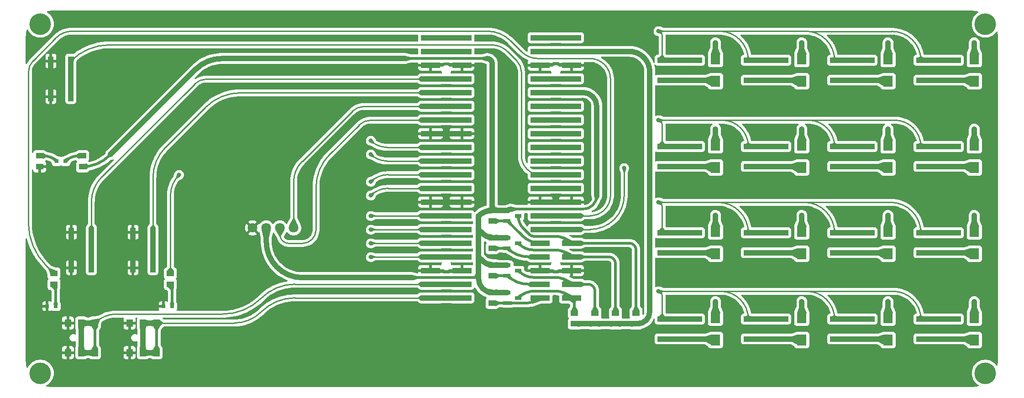
<source format=gbr>
%TF.GenerationSoftware,KiCad,Pcbnew,7.0.2-0*%
%TF.CreationDate,2023-09-13T20:52:30-05:00*%
%TF.ProjectId,CowPi-mk4a,436f7750-692d-46d6-9b34-612e6b696361,mk4a*%
%TF.SameCoordinates,Original*%
%TF.FileFunction,Copper,L1,Top*%
%TF.FilePolarity,Positive*%
%FSLAX46Y46*%
G04 Gerber Fmt 4.6, Leading zero omitted, Abs format (unit mm)*
G04 Created by KiCad (PCBNEW 7.0.2-0) date 2023-09-13 20:52:30*
%MOMM*%
%LPD*%
G01*
G04 APERTURE LIST*
%TA.AperFunction,SMDPad,CuDef*%
%ADD10R,1.377013X1.132537*%
%TD*%
%TA.AperFunction,SMDPad,CuDef*%
%ADD11R,1.700000X1.000000*%
%TD*%
%TA.AperFunction,SMDPad,CuDef*%
%ADD12R,1.250013X0.700000*%
%TD*%
%TA.AperFunction,SMDPad,CuDef*%
%ADD13R,1.800000X2.000000*%
%TD*%
%TA.AperFunction,SMDPad,CuDef*%
%ADD14R,3.600000X1.019990*%
%TD*%
%TA.AperFunction,ComponentPad*%
%ADD15C,4.000000*%
%TD*%
%TA.AperFunction,SMDPad,CuDef*%
%ADD16R,1.200000X1.400000*%
%TD*%
%TA.AperFunction,SMDPad,CuDef*%
%ADD17R,1.000000X1.700000*%
%TD*%
%TA.AperFunction,SMDPad,CuDef*%
%ADD18R,0.800000X0.800000*%
%TD*%
%TA.AperFunction,ComponentPad*%
%ADD19C,1.800000*%
%TD*%
%TA.AperFunction,ViaPad*%
%ADD20C,0.800000*%
%TD*%
%TA.AperFunction,Conductor*%
%ADD21C,1.000000*%
%TD*%
%TA.AperFunction,Conductor*%
%ADD22C,0.500000*%
%TD*%
%TA.AperFunction,Conductor*%
%ADD23C,0.250000*%
%TD*%
%TA.AperFunction,Conductor*%
%ADD24C,0.400000*%
%TD*%
G04 APERTURE END LIST*
D10*
%TO.P,R12,1,1*%
%TO.N,/GND*%
X50320224Y-89900000D03*
%TO.P,R12,2,2*%
%TO.N,Net-(LED1-K)*%
X50320224Y-87900000D03*
%TD*%
D11*
%TO.P,U15,1,A*%
%TO.N,/Row4*%
X213770731Y-86162294D03*
%TO.P,U15,2,B*%
X220370681Y-86162269D03*
%TO.P,U15,3,C*%
%TO.N,Net-(U15-C)*%
X213770731Y-89862701D03*
%TO.P,U15,4,D*%
X220370681Y-89862676D03*
%TD*%
D12*
%TO.P,U42,1,G*%
%TO.N,/3V3*%
X137090656Y-103132739D03*
%TO.P,U42,2,S*%
%TO.N,/LV_GP18_SPI_CLK*%
X137090656Y-105032663D03*
%TO.P,U42,3,D*%
%TO.N,/HV_GP18_SPI_CLK*%
X139090656Y-104082701D03*
%TD*%
D11*
%TO.P,U7,1,A*%
%TO.N,/Row1*%
X213770731Y-70162294D03*
%TO.P,U7,2,B*%
X220370681Y-70162269D03*
%TO.P,U7,3,C*%
%TO.N,Net-(U7-C)*%
X213770731Y-73862701D03*
%TO.P,U7,4,D*%
X220370681Y-73862676D03*
%TD*%
D13*
%TO.P,U31,1,K*%
%TO.N,Net-(U29-C)*%
X223690706Y-106072429D03*
%TO.P,U31,2,A*%
%TO.N,/ColA*%
X223690706Y-101952541D03*
%TD*%
%TO.P,U16,1,K*%
%TO.N,Net-(U15-C)*%
X223690706Y-90072429D03*
%TO.P,U16,2,A*%
%TO.N,/ColA*%
X223690706Y-85952541D03*
%TD*%
%TO.P,U8,1,K*%
%TO.N,Net-(U7-C)*%
X223690706Y-74072429D03*
%TO.P,U8,2,A*%
%TO.N,/ColA*%
X223690706Y-69952541D03*
%TD*%
D14*
%TO.P,U38,40,40*%
%TO.N,/RightSwitch*%
X128650504Y-114242736D03*
%TO.P,U38,39,39*%
X122850656Y-114242736D03*
%TO.P,U38,38,38*%
%TO.N,/LeftSwitch*%
X128650504Y-111702731D03*
%TO.P,U38,37,37*%
X122850656Y-111702731D03*
%TO.P,U38,36,36*%
%TO.N,/GND*%
X128650504Y-109162726D03*
%TO.P,U38,35,35*%
X122850656Y-109162726D03*
%TO.P,U38,34,34*%
%TO.N,/ColA*%
X128650504Y-106622721D03*
%TO.P,U38,33,33*%
X122850656Y-106622721D03*
%TO.P,U38,32,32*%
%TO.N,/Col3*%
X128650504Y-104082716D03*
%TO.P,U38,31,31*%
X122850656Y-104082716D03*
%TO.P,U38,30,30*%
%TO.N,/Col2*%
X128650504Y-101542711D03*
%TO.P,U38,29,29*%
X122850656Y-101542711D03*
%TO.P,U38,28,28*%
%TO.N,/Col1*%
X128650504Y-99002706D03*
%TO.P,U38,27,27*%
X122850656Y-99002706D03*
%TO.P,U38,26,26*%
%TO.N,/GND*%
X128650504Y-96462701D03*
%TO.P,U38,25,25*%
X122850656Y-96462701D03*
%TO.P,U38,24,24*%
%TO.N,/Row\u002A*%
X128650504Y-93922696D03*
%TO.P,U38,23,23*%
X122850656Y-93922696D03*
%TO.P,U38,22,22*%
%TO.N,/Row7*%
X128650504Y-91382691D03*
%TO.P,U38,21,21*%
X122850656Y-91382691D03*
%TO.P,U38,20,20*%
%TO.N,/Row4*%
X128650504Y-88842685D03*
%TO.P,U38,19,19*%
X122850656Y-88842685D03*
%TO.P,U38,18,18*%
%TO.N,/Row1*%
X128650504Y-86302680D03*
%TO.P,U38,17,17*%
X122850656Y-86302680D03*
%TO.P,U38,16,16*%
%TO.N,/GND*%
X128650504Y-83762675D03*
%TO.P,U38,15,15*%
X122850656Y-83762675D03*
%TO.P,U38,14,14*%
%TO.N,/GP05_I2C_SCL*%
X128650504Y-81222670D03*
%TO.P,U38,13,13*%
X122850656Y-81222670D03*
%TO.P,U38,12,12*%
%TO.N,/GP04_I2C_SDA*%
X128650504Y-78682665D03*
%TO.P,U38,11,11*%
X122850656Y-78682665D03*
%TO.P,U38,10,10*%
%TO.N,/RightButton*%
X128650504Y-76142660D03*
%TO.P,U38,9,9*%
X122850656Y-76142660D03*
%TO.P,U38,8,8*%
%TO.N,/LeftButton*%
X128650504Y-73602655D03*
%TO.P,U38,7,7*%
X122850656Y-73602655D03*
%TO.P,U38,6,6*%
%TO.N,/GND*%
X128650504Y-71062650D03*
%TO.P,U38,5,5*%
X122850656Y-71062650D03*
%TO.P,U38,4,4*%
%TO.N,/UART_RX*%
X128650504Y-68522645D03*
%TO.P,U38,3,3*%
X122850656Y-68522645D03*
%TO.P,U38,2,2*%
%TO.N,/UART_TX*%
X128650504Y-65982640D03*
%TO.P,U38,1,1*%
X122850656Y-65982640D03*
%TD*%
D15*
%TO.P,H4,1*%
%TO.N,N/C*%
X225720656Y-63442701D03*
%TD*%
D10*
%TO.P,R1,1,1*%
%TO.N,/LV_GP16_SPI_RX*%
X134280656Y-115242701D03*
%TO.P,R1,2,2*%
%TO.N,/3V3*%
X134280656Y-113242701D03*
%TD*%
D13*
%TO.P,U12,1,K*%
%TO.N,Net-(U11-C)*%
X191690706Y-90072429D03*
%TO.P,U12,2,A*%
%TO.N,/Col2*%
X191690706Y-85952541D03*
%TD*%
D15*
%TO.P,H1,1*%
%TO.N,N/C*%
X50460656Y-128212701D03*
%TD*%
D11*
%TO.P,U17,1,A*%
%TO.N,/Row7*%
X165770731Y-102162294D03*
%TO.P,U17,2,B*%
X172370681Y-102162269D03*
%TO.P,U17,3,C*%
%TO.N,Net-(U17-C)*%
X165770731Y-105862701D03*
%TO.P,U17,4,D*%
X172370681Y-105862676D03*
%TD*%
D16*
%TO.P,U35,1,1*%
%TO.N,/GND*%
X55580783Y-124402714D03*
%TO.P,U35,2,2*%
%TO.N,/LeftSwitch*%
X58080656Y-124402714D03*
%TO.P,U35,3,3*%
X60580529Y-124402714D03*
%TO.P,U35,4,4*%
%TO.N,/GND*%
X55580783Y-118902586D03*
%TO.P,U35,5,5*%
%TO.N,/LeftSwitch*%
X58080656Y-118902586D03*
%TO.P,U35,6,6*%
X60580529Y-118902586D03*
%TD*%
D17*
%TO.P,U34,1,A*%
%TO.N,/RightButton*%
X71360847Y-102052726D03*
%TO.P,U34,2,B*%
X71360872Y-108652676D03*
%TO.P,U34,3,C*%
%TO.N,/GND*%
X67660440Y-102052726D03*
%TO.P,U34,4,D*%
X67660465Y-108652676D03*
%TD*%
D11*
%TO.P,U13,1,A*%
%TO.N,/Row4*%
X197770731Y-86162294D03*
%TO.P,U13,2,B*%
X204370681Y-86162269D03*
%TO.P,U13,3,C*%
%TO.N,Net-(U13-C)*%
X197770731Y-89862701D03*
%TO.P,U13,4,D*%
X204370681Y-89862676D03*
%TD*%
D10*
%TO.P,R10,1,1*%
%TO.N,Net-(LED2-A)*%
X53000656Y-111702714D03*
%TO.P,R10,2,2*%
%TO.N,/LeftLED*%
X53000656Y-109702714D03*
%TD*%
D11*
%TO.P,U26,1,A*%
%TO.N,/Row\u002A*%
X197770731Y-118162294D03*
%TO.P,U26,2,B*%
X204370681Y-118162269D03*
%TO.P,U26,3,C*%
%TO.N,Net-(U26-C)*%
X197770731Y-121862701D03*
%TO.P,U26,4,D*%
X204370681Y-121862676D03*
%TD*%
%TO.P,U9,1,A*%
%TO.N,/Row4*%
X165770731Y-86162294D03*
%TO.P,U9,2,B*%
X172370681Y-86162269D03*
%TO.P,U9,3,C*%
%TO.N,Net-(U10-K)*%
X165770731Y-89862701D03*
%TO.P,U9,4,D*%
X172370681Y-89862676D03*
%TD*%
D10*
%TO.P,R3,1,1*%
%TO.N,/LV_GP17_SPI_CS*%
X134280656Y-110162701D03*
%TO.P,R3,2,2*%
%TO.N,/3V3*%
X134280656Y-108162701D03*
%TD*%
D11*
%TO.P,U18,1,A*%
%TO.N,/Row\u002A*%
X165770731Y-118162294D03*
%TO.P,U18,2,B*%
X172370681Y-118162269D03*
%TO.P,U18,3,C*%
%TO.N,Net-(U18-C)*%
X165770731Y-121862701D03*
%TO.P,U18,4,D*%
X172370681Y-121862676D03*
%TD*%
D13*
%TO.P,U6,1,K*%
%TO.N,Net-(U5-C)*%
X207690706Y-74072429D03*
%TO.P,U6,2,A*%
%TO.N,/Col3*%
X207690706Y-69952541D03*
%TD*%
D15*
%TO.P,H3,1*%
%TO.N,N/C*%
X50460656Y-63442701D03*
%TD*%
D11*
%TO.P,U22,1,A*%
%TO.N,/Row\u002A*%
X181770731Y-118162294D03*
%TO.P,U22,2,B*%
X188370681Y-118162269D03*
%TO.P,U22,3,C*%
%TO.N,Net-(U22-C)*%
X181770731Y-121862701D03*
%TO.P,U22,4,D*%
X188370681Y-121862676D03*
%TD*%
D17*
%TO.P,U33,1,A*%
%TO.N,/LeftButton*%
X59930847Y-102052726D03*
%TO.P,U33,2,B*%
X59930872Y-108652676D03*
%TO.P,U33,3,C*%
%TO.N,/GND*%
X56230440Y-102052726D03*
%TO.P,U33,4,D*%
X56230465Y-108652676D03*
%TD*%
D18*
%TO.P,LED2,1,K*%
%TO.N,/GND*%
X51730656Y-115782714D03*
%TO.P,LED2,2,A*%
%TO.N,Net-(LED2-A)*%
X53329590Y-115775856D03*
%TD*%
D10*
%TO.P,R8,1,1*%
%TO.N,/HV_GP19_SPI_TX*%
X160950656Y-117052701D03*
%TO.P,R8,2,2*%
%TO.N,/VSYS*%
X160950656Y-119052701D03*
%TD*%
D13*
%TO.P,U14,1,K*%
%TO.N,Net-(U13-C)*%
X207690706Y-90072429D03*
%TO.P,U14,2,A*%
%TO.N,/Col3*%
X207690706Y-85952541D03*
%TD*%
%TO.P,U20,1,K*%
%TO.N,Net-(U18-C)*%
X175690706Y-122072429D03*
%TO.P,U20,2,A*%
%TO.N,/Col1*%
X175690706Y-117952541D03*
%TD*%
D10*
%TO.P,R9,1,1*%
%TO.N,Net-(LED1-A)*%
X58320224Y-87900000D03*
%TO.P,R9,2,2*%
%TO.N,/3V3*%
X58320224Y-89900000D03*
%TD*%
D11*
%TO.P,U3,1,A*%
%TO.N,/Row1*%
X181770731Y-70162294D03*
%TO.P,U3,2,B*%
X188370681Y-70162269D03*
%TO.P,U3,3,C*%
%TO.N,Net-(U3-C)*%
X181770731Y-73862701D03*
%TO.P,U3,4,D*%
X188370681Y-73862676D03*
%TD*%
D17*
%TO.P,U37,1,A*%
%TO.N,/RUN*%
X56120847Y-70302726D03*
%TO.P,U37,2,B*%
X56120872Y-76902676D03*
%TO.P,U37,3,C*%
%TO.N,/GND*%
X52420440Y-70302726D03*
%TO.P,U37,4,D*%
X52420465Y-76902676D03*
%TD*%
D11*
%TO.P,U1,1,A*%
%TO.N,/Row1*%
X165770731Y-70162294D03*
%TO.P,U1,2,B*%
X172370681Y-70162269D03*
%TO.P,U1,3,C*%
%TO.N,Net-(U1-C)*%
X165770731Y-73862701D03*
%TO.P,U1,4,D*%
X172370681Y-73862676D03*
%TD*%
D12*
%TO.P,U40,1,G*%
%TO.N,/3V3*%
X137090656Y-113292739D03*
%TO.P,U40,2,S*%
%TO.N,/LV_GP16_SPI_RX*%
X137090656Y-115192663D03*
%TO.P,U40,3,D*%
%TO.N,/HV_GP16_SPI_RX*%
X139090656Y-114242701D03*
%TD*%
D10*
%TO.P,R4,1,1*%
%TO.N,/HV_GP17_SPI_CS*%
X153330656Y-117052701D03*
%TO.P,R4,2,2*%
%TO.N,/VSYS*%
X153330656Y-119052701D03*
%TD*%
D11*
%TO.P,U5,1,A*%
%TO.N,/Row1*%
X197770731Y-70162294D03*
%TO.P,U5,2,B*%
X204370681Y-70162269D03*
%TO.P,U5,3,C*%
%TO.N,Net-(U5-C)*%
X197770731Y-73862701D03*
%TO.P,U5,4,D*%
X204370681Y-73862676D03*
%TD*%
D10*
%TO.P,R7,1,1*%
%TO.N,/LV_GP19_SPI_TX*%
X134280656Y-100002701D03*
%TO.P,R7,2,2*%
%TO.N,/3V3*%
X134280656Y-98002701D03*
%TD*%
D13*
%TO.P,U10,1,K*%
%TO.N,Net-(U10-K)*%
X175690706Y-90072429D03*
%TO.P,U10,2,A*%
%TO.N,/Col1*%
X175690706Y-85952541D03*
%TD*%
D18*
%TO.P,LED3,1,K*%
%TO.N,/GND*%
X73321189Y-115786143D03*
%TO.P,LED3,2,A*%
%TO.N,Net-(LED3-A)*%
X74920123Y-115779285D03*
%TD*%
D19*
%TO.P,U44,1,GND*%
%TO.N,/GND*%
X89830648Y-101272168D03*
%TO.P,U44,2,VCC*%
%TO.N,/3V3*%
X92370653Y-101272168D03*
%TO.P,U44,3,SCL*%
%TO.N,/GP05_I2C_SCL*%
X94910659Y-101272168D03*
%TO.P,U44,4,SDA*%
%TO.N,/GP04_I2C_SDA*%
X97450664Y-101272168D03*
%TD*%
D13*
%TO.P,U4,1,K*%
%TO.N,Net-(U3-C)*%
X191690706Y-74072429D03*
%TO.P,U4,2,A*%
%TO.N,/Col2*%
X191690706Y-69952541D03*
%TD*%
D10*
%TO.P,R6,1,1*%
%TO.N,/HV_GP18_SPI_CLK*%
X157140656Y-117052701D03*
%TO.P,R6,2,2*%
%TO.N,/VSYS*%
X157140656Y-119052701D03*
%TD*%
D11*
%TO.P,U30,1,A*%
%TO.N,/Row\u002A*%
X213770731Y-118162294D03*
%TO.P,U30,2,B*%
X220370681Y-118162269D03*
%TO.P,U30,3,C*%
%TO.N,Net-(U30-C)*%
X213770731Y-121862701D03*
%TO.P,U30,4,D*%
X220370681Y-121862676D03*
%TD*%
%TO.P,U11,1,A*%
%TO.N,/Row4*%
X181770731Y-86162294D03*
%TO.P,U11,2,B*%
X188370681Y-86162269D03*
%TO.P,U11,3,C*%
%TO.N,Net-(U11-C)*%
X181770731Y-89862701D03*
%TO.P,U11,4,D*%
X188370681Y-89862676D03*
%TD*%
D14*
%TO.P,U39,1,1*%
%TO.N,/VBUS*%
X143170656Y-65982640D03*
%TO.P,U39,2,2*%
X148970504Y-65982640D03*
%TO.P,U39,3,3*%
%TO.N,/VSYS*%
X143170656Y-68522645D03*
%TO.P,U39,4,4*%
X148970504Y-68522645D03*
%TO.P,U39,5,5*%
%TO.N,/GND*%
X143170656Y-71062650D03*
%TO.P,U39,6,6*%
X148970504Y-71062650D03*
%TO.P,U39,7,7*%
%TO.N,/3V3_EN*%
X143170656Y-73602655D03*
%TO.P,U39,8,8*%
X148970504Y-73602655D03*
%TO.P,U39,9,9*%
%TO.N,/3V3*%
X143170656Y-76142660D03*
%TO.P,U39,10,10*%
X148970504Y-76142660D03*
%TO.P,U39,11,11*%
%TO.N,/ADC_VREF*%
X143170656Y-78682665D03*
%TO.P,U39,12,12*%
X148970504Y-78682665D03*
%TO.P,U39,13,13*%
%TO.N,/GP28_ADC2*%
X143170656Y-81222670D03*
%TO.P,U39,14,14*%
X148970504Y-81222670D03*
%TO.P,U39,15,15*%
%TO.N,/AGND*%
X143170656Y-83762675D03*
%TO.P,U39,16,16*%
X148970504Y-83762675D03*
%TO.P,U39,17,17*%
%TO.N,/GP27_ADC1*%
X143170656Y-86302680D03*
%TO.P,U39,18,18*%
X148970504Y-86302680D03*
%TO.P,U39,19,19*%
%TO.N,/GP26_ADC0*%
X143170656Y-88842685D03*
%TO.P,U39,20,20*%
X148970504Y-88842685D03*
%TO.P,U39,21,21*%
%TO.N,/RUN*%
X143170656Y-91382691D03*
%TO.P,U39,22,22*%
X148970504Y-91382691D03*
%TO.P,U39,23,23*%
%TO.N,/GP22*%
X143170656Y-93922696D03*
%TO.P,U39,24,24*%
X148970504Y-93922696D03*
%TO.P,U39,25,25*%
%TO.N,/GND*%
X143170656Y-96462701D03*
%TO.P,U39,26,26*%
X148970504Y-96462701D03*
%TO.P,U39,27,27*%
%TO.N,/LeftLED*%
X143170656Y-99002706D03*
%TO.P,U39,28,28*%
X148970504Y-99002706D03*
%TO.P,U39,29,29*%
%TO.N,/RightLED*%
X143170656Y-101542711D03*
%TO.P,U39,30,30*%
X148970504Y-101542711D03*
%TO.P,U39,31,31*%
%TO.N,/LV_GP19_SPI_TX*%
X143170656Y-104082716D03*
%TO.P,U39,32,32*%
%TO.N,/HV_GP19_SPI_TX*%
X148970504Y-104082716D03*
%TO.P,U39,33,33*%
%TO.N,/LV_GP18_SPI_CLK*%
X143170656Y-106622721D03*
%TO.P,U39,34,34*%
%TO.N,/HV_GP18_SPI_CLK*%
X148970504Y-106622721D03*
%TO.P,U39,35,35*%
%TO.N,/GND*%
X143170656Y-109162726D03*
%TO.P,U39,36,36*%
X148970504Y-109162726D03*
%TO.P,U39,37,37*%
%TO.N,/LV_GP17_SPI_CS*%
X143170656Y-111702731D03*
%TO.P,U39,38,38*%
%TO.N,/HV_GP17_SPI_CS*%
X148970504Y-111702731D03*
%TO.P,U39,39,39*%
%TO.N,/LV_GP16_SPI_RX*%
X143170656Y-114242736D03*
%TO.P,U39,40,40*%
%TO.N,/HV_GP16_SPI_RX*%
X148970504Y-114242736D03*
%TD*%
D10*
%TO.P,R5,1,1*%
%TO.N,/LV_GP18_SPI_CLK*%
X134280656Y-105082701D03*
%TO.P,R5,2,2*%
%TO.N,/3V3*%
X134280656Y-103082701D03*
%TD*%
D13*
%TO.P,U19,1,K*%
%TO.N,Net-(U17-C)*%
X175690706Y-106072429D03*
%TO.P,U19,2,A*%
%TO.N,/Col1*%
X175690706Y-101952541D03*
%TD*%
D10*
%TO.P,R11,1,1*%
%TO.N,Net-(LED3-A)*%
X74590656Y-111702714D03*
%TO.P,R11,2,2*%
%TO.N,/RightLED*%
X74590656Y-109702714D03*
%TD*%
%TO.P,R2,1,1*%
%TO.N,/HV_GP16_SPI_RX*%
X149520656Y-117052701D03*
%TO.P,R2,2,2*%
%TO.N,/VSYS*%
X149520656Y-119052701D03*
%TD*%
D15*
%TO.P,H2,1*%
%TO.N,N/C*%
X225720656Y-128212701D03*
%TD*%
D18*
%TO.P,LED1,1,K*%
%TO.N,Net-(LED1-K)*%
X53520757Y-88903429D03*
%TO.P,LED1,2,A*%
%TO.N,Net-(LED1-A)*%
X55119691Y-88896571D03*
%TD*%
D13*
%TO.P,U24,1,K*%
%TO.N,Net-(U22-C)*%
X191690706Y-122072429D03*
%TO.P,U24,2,A*%
%TO.N,/Col2*%
X191690706Y-117952541D03*
%TD*%
%TO.P,U23,1,K*%
%TO.N,Net-(U21-C)*%
X191690706Y-106072429D03*
%TO.P,U23,2,A*%
%TO.N,/Col2*%
X191690706Y-101952541D03*
%TD*%
D12*
%TO.P,U41,1,G*%
%TO.N,/3V3*%
X137090656Y-108212739D03*
%TO.P,U41,2,S*%
%TO.N,/LV_GP17_SPI_CS*%
X137090656Y-110112663D03*
%TO.P,U41,3,D*%
%TO.N,/HV_GP17_SPI_CS*%
X139090656Y-109162701D03*
%TD*%
D13*
%TO.P,U2,1,K*%
%TO.N,Net-(U1-C)*%
X175690706Y-74072429D03*
%TO.P,U2,2,A*%
%TO.N,/Col1*%
X175690706Y-69952541D03*
%TD*%
D11*
%TO.P,U25,1,A*%
%TO.N,/Row7*%
X197770731Y-102162294D03*
%TO.P,U25,2,B*%
X204370681Y-102162269D03*
%TO.P,U25,3,C*%
%TO.N,Net-(U25-C)*%
X197770731Y-105862701D03*
%TO.P,U25,4,D*%
X204370681Y-105862676D03*
%TD*%
D16*
%TO.P,U36,1,1*%
%TO.N,/GND*%
X67010783Y-124402714D03*
%TO.P,U36,2,2*%
%TO.N,/RightSwitch*%
X69510656Y-124402714D03*
%TO.P,U36,3,3*%
X72010529Y-124402714D03*
%TO.P,U36,4,4*%
%TO.N,/GND*%
X67010783Y-118902586D03*
%TO.P,U36,5,5*%
%TO.N,/RightSwitch*%
X69510656Y-118902586D03*
%TO.P,U36,6,6*%
X72010529Y-118902586D03*
%TD*%
D11*
%TO.P,U21,1,A*%
%TO.N,/Row7*%
X181770731Y-102162294D03*
%TO.P,U21,2,B*%
X188370681Y-102162269D03*
%TO.P,U21,3,C*%
%TO.N,Net-(U21-C)*%
X181770731Y-105862701D03*
%TO.P,U21,4,D*%
X188370681Y-105862676D03*
%TD*%
D13*
%TO.P,U27,1,K*%
%TO.N,Net-(U25-C)*%
X207690706Y-106072429D03*
%TO.P,U27,2,A*%
%TO.N,/Col3*%
X207690706Y-101952541D03*
%TD*%
%TO.P,U28,1,K*%
%TO.N,Net-(U26-C)*%
X207690706Y-122072429D03*
%TO.P,U28,2,A*%
%TO.N,/Col3*%
X207690706Y-117952541D03*
%TD*%
%TO.P,U32,1,K*%
%TO.N,Net-(U30-C)*%
X223690706Y-122072429D03*
%TO.P,U32,2,A*%
%TO.N,/ColA*%
X223690706Y-117952541D03*
%TD*%
D11*
%TO.P,U29,1,A*%
%TO.N,/Row7*%
X213770731Y-102162294D03*
%TO.P,U29,2,B*%
X220370681Y-102162269D03*
%TO.P,U29,3,C*%
%TO.N,Net-(U29-C)*%
X213770731Y-105862701D03*
%TO.P,U29,4,D*%
X220370681Y-105862676D03*
%TD*%
D12*
%TO.P,U43,1,G*%
%TO.N,/3V3*%
X137090656Y-98052739D03*
%TO.P,U43,2,S*%
%TO.N,/LV_GP19_SPI_TX*%
X137090656Y-99952663D03*
%TO.P,U43,3,D*%
%TO.N,/HV_GP19_SPI_TX*%
X139090656Y-99002701D03*
%TD*%
D20*
%TO.N,/Row1*%
X111760000Y-85090000D03*
X165100000Y-64770000D03*
%TO.N,/Col1*%
X175690706Y-98932485D03*
X175690706Y-82932485D03*
X175690706Y-114932485D03*
X111760000Y-99060000D03*
X175690706Y-66932485D03*
%TO.N,/Col2*%
X191690706Y-66932485D03*
X111760000Y-101600000D03*
X191690706Y-114932485D03*
X191690706Y-98932485D03*
X191690706Y-82932485D03*
%TO.N,/Col3*%
X207690706Y-82932485D03*
X207690706Y-114932485D03*
X207690706Y-66932485D03*
X111760000Y-104140000D03*
X207690706Y-98932485D03*
%TO.N,/Row4*%
X111760000Y-87630000D03*
X165100000Y-81280000D03*
%TO.N,/Row7*%
X111760000Y-92710000D03*
X165100000Y-96520000D03*
%TO.N,/Row\u002A*%
X111760000Y-95250000D03*
X165100000Y-113030000D03*
%TO.N,/ColA*%
X223690706Y-114932485D03*
X111760000Y-106680000D03*
X223690706Y-82932485D03*
X223690706Y-66932485D03*
X223690706Y-98932485D03*
%TO.N,/GND*%
X210820000Y-125730000D03*
X152400000Y-125730000D03*
X160020000Y-73660000D03*
X159047184Y-108899954D03*
X68580000Y-113030000D03*
X55880000Y-113030000D03*
X50800000Y-83820000D03*
X155206641Y-114569328D03*
X210820000Y-67310000D03*
X92710000Y-92710000D03*
X135890000Y-78740000D03*
%TO.N,/RightLED*%
X158750000Y-90170000D03*
X76200000Y-91440000D03*
%TD*%
D21*
%TO.N,/3V3*%
X63500000Y-87630000D02*
X79266052Y-71863948D01*
X84128153Y-69849953D02*
G75*
G03*
X79266053Y-71863949I47J-6876047D01*
G01*
D22*
X58320224Y-89900023D02*
G75*
G03*
X63287522Y-87842477I-24J7024823D01*
G01*
D23*
%TO.N,/LeftButton*%
X61897204Y-91772798D02*
G75*
G03*
X59930847Y-96520000I4747196J-4747202D01*
G01*
X81280000Y-73659985D02*
G75*
G03*
X79111974Y-74558026I0J-3066015D01*
G01*
X122712213Y-73660005D02*
G75*
G03*
X122850656Y-73602655I-13J195805D01*
G01*
X59930847Y-102052726D02*
X59930847Y-96520000D01*
X61897203Y-91772797D02*
X79111974Y-74558026D01*
X81280000Y-73660000D02*
X122712213Y-73660000D01*
D22*
%TO.N,/3V3*%
X133350000Y-69850000D02*
X118110000Y-69850000D01*
D21*
X118110000Y-69850000D02*
X84128153Y-69850000D01*
X134280656Y-98002701D02*
X134280656Y-70780656D01*
X134280700Y-70780656D02*
G75*
G03*
X133350000Y-69850000I-930700J-44D01*
G01*
D23*
%TO.N,/RUN*%
X139700000Y-87912035D02*
X139700000Y-72390000D01*
X139700014Y-72390000D02*
G75*
G03*
X138801974Y-70221975I-3066014J0D01*
G01*
X137160015Y-68579985D02*
G75*
G03*
X134093949Y-67310000I-3066015J-3066015D01*
G01*
X63345926Y-67310018D02*
G75*
G03*
X56120848Y-70302727I-26J-10217782D01*
G01*
X138801974Y-70221975D02*
X137160000Y-68580000D01*
X134093949Y-67310000D02*
X63345926Y-67310000D01*
%TO.N,/LeftLED*%
X156210000Y-73660006D02*
G75*
G03*
X152400000Y-69850000I-3810000J6D01*
G01*
X139700014Y-68579986D02*
G75*
G03*
X142766051Y-69850000I3066086J3066086D01*
G01*
X48260007Y-100330000D02*
G75*
G03*
X51535360Y-108237418I11182793J0D01*
G01*
X137686051Y-66566053D02*
G75*
G03*
X133350000Y-64770000I-4336051J-4336047D01*
G01*
X51535360Y-108237418D02*
X53000656Y-109702714D01*
X56406051Y-64769980D02*
G75*
G03*
X53340000Y-66040000I49J-4336120D01*
G01*
X133350000Y-64770000D02*
X56406051Y-64770000D01*
X152400000Y-69850000D02*
X142766051Y-69850000D01*
X156210006Y-95250000D02*
X156210006Y-73660006D01*
X139700000Y-68580000D02*
X137686052Y-66566052D01*
X49158037Y-70221985D02*
G75*
G03*
X48260000Y-72390000I2167963J-2168015D01*
G01*
X53340000Y-66040000D02*
X49158026Y-70221974D01*
X48260000Y-72390000D02*
X48260000Y-100330000D01*
D22*
%TO.N,Net-(LED1-A)*%
X58320224Y-87900000D02*
X57525626Y-87900000D01*
X57525626Y-87900017D02*
G75*
G03*
X55119691Y-88896571I-26J-3402483D01*
G01*
%TO.N,Net-(LED1-K)*%
X50320224Y-87900000D02*
X51098266Y-87900000D01*
X53520770Y-88903416D02*
G75*
G03*
X51098266Y-87900000I-2422470J-2422484D01*
G01*
D21*
%TO.N,/Row1*%
X165770731Y-70162294D02*
X172370656Y-70162294D01*
D23*
X176530000Y-64772132D02*
X192380569Y-64772132D01*
D21*
X181770731Y-70162294D02*
X188517387Y-70162294D01*
D23*
X165100000Y-64770000D02*
X176378437Y-64770000D01*
D21*
X197770731Y-70162294D02*
X204517387Y-70162294D01*
D23*
X193040000Y-64812618D02*
X208421055Y-64812618D01*
X165770731Y-65440731D02*
X165770731Y-70162294D01*
D21*
X213770731Y-70162294D02*
X220517387Y-70162294D01*
D23*
X172370656Y-70162294D02*
X172370681Y-70162269D01*
D21*
X122850656Y-86302680D02*
X128650504Y-86302680D01*
D23*
X122850656Y-86302680D02*
X114687668Y-86302680D01*
X181770700Y-70162294D02*
G75*
G03*
X176378437Y-64770000I-5392300J-6D01*
G01*
X213770782Y-70162294D02*
G75*
G03*
X208421055Y-64812618I-5349682J-6D01*
G01*
X165770700Y-65440731D02*
G75*
G03*
X165100000Y-64770000I-670700J31D01*
G01*
X111760009Y-85089991D02*
G75*
G03*
X114687668Y-86302680I2927691J2927691D01*
G01*
X197770768Y-70162294D02*
G75*
G03*
X192380569Y-64772132I-5390168J-6D01*
G01*
D21*
%TO.N,/Col1*%
X122850656Y-99002706D02*
X128650504Y-99002706D01*
X175690706Y-85952541D02*
X175690706Y-82932485D01*
X175690706Y-117952541D02*
X175690706Y-114932485D01*
D23*
X122850656Y-99002706D02*
X111898319Y-99002706D01*
D21*
X175690706Y-69952541D02*
X175690706Y-66932485D01*
X175690706Y-101952541D02*
X175690706Y-98932485D01*
D23*
X111898319Y-99002715D02*
G75*
G03*
X111760001Y-99060001I-19J-195585D01*
G01*
D21*
%TO.N,Net-(U1-C)*%
X165770731Y-73862701D02*
X172370656Y-73862701D01*
X172370681Y-73862676D02*
X175480953Y-73862676D01*
D23*
X175480953Y-73862676D02*
X175690706Y-74072429D01*
D21*
%TO.N,Net-(U3-C)*%
X188370681Y-73862676D02*
X191480953Y-73862676D01*
X181770791Y-73862676D02*
X188370681Y-73862676D01*
X191480953Y-73862676D02*
X191690706Y-74072429D01*
D23*
X181770791Y-73862680D02*
G75*
G03*
X181770731Y-73862702I9J-120D01*
G01*
%TO.N,/Col2*%
X122850656Y-101542711D02*
X111898307Y-101542711D01*
D21*
X191690706Y-69952541D02*
X191690706Y-66932485D01*
X191690706Y-117952541D02*
X191690706Y-114932485D01*
X191690706Y-85952541D02*
X191690706Y-82932485D01*
X191690706Y-101952541D02*
X191690706Y-98932485D01*
X122850656Y-101542711D02*
X128650504Y-101542711D01*
D23*
X111898307Y-101542715D02*
G75*
G03*
X111760001Y-101600001I-7J-195585D01*
G01*
D21*
%TO.N,Net-(U5-C)*%
X197770731Y-73862701D02*
X204370621Y-73862701D01*
D23*
X207480953Y-73862676D02*
X207690706Y-74072429D01*
D21*
X204370681Y-73862676D02*
X207480953Y-73862676D01*
D23*
X204370623Y-73862709D02*
G75*
G03*
X204370681Y-73862676I-23J109D01*
G01*
D21*
%TO.N,/Col3*%
X207690706Y-85952541D02*
X207690706Y-82932485D01*
X207690706Y-69952541D02*
X207690706Y-66932485D01*
X122850656Y-104082716D02*
X128650504Y-104082716D01*
X207690706Y-101952541D02*
X207690706Y-98932485D01*
D23*
X122850656Y-104082716D02*
X111898295Y-104082716D01*
D21*
X207690706Y-117952541D02*
X207690706Y-114932485D01*
D23*
X111898295Y-104082715D02*
G75*
G03*
X111760001Y-104140001I5J-195585D01*
G01*
%TO.N,Net-(U7-C)*%
X220370656Y-73862701D02*
X220370681Y-73862676D01*
D21*
X213770731Y-73862701D02*
X220370656Y-73862701D01*
X220370681Y-73862676D02*
X223480953Y-73862676D01*
D23*
X223480953Y-73862676D02*
X223690706Y-74072429D01*
D21*
%TO.N,/Row4*%
X197917462Y-86162294D02*
X204517387Y-86162294D01*
X165917462Y-86162294D02*
X172517387Y-86162294D01*
D23*
X176530000Y-81280000D02*
X176888437Y-81280000D01*
X122850656Y-88842685D02*
X114687680Y-88842685D01*
X176530000Y-81280000D02*
X192888437Y-81280000D01*
X192888437Y-81280000D02*
X208888437Y-81280000D01*
X165100000Y-81280000D02*
X176530000Y-81280000D01*
D21*
X181917462Y-86162294D02*
X188517387Y-86162294D01*
X122850656Y-88842685D02*
X128650504Y-88842685D01*
X213917462Y-86162294D02*
X220517387Y-86162294D01*
D23*
X165770731Y-81950731D02*
X165770731Y-86162294D01*
X213770700Y-86162294D02*
G75*
G03*
X208888437Y-81280000I-4882300J-6D01*
G01*
X181770700Y-86162294D02*
G75*
G03*
X176888437Y-81280000I-4882300J-6D01*
G01*
X197770700Y-86162294D02*
G75*
G03*
X192888437Y-81280000I-4882300J-6D01*
G01*
X111760006Y-87629994D02*
G75*
G03*
X114687680Y-88842685I2927694J2927694D01*
G01*
X165770700Y-81950731D02*
G75*
G03*
X165100000Y-81280000I-670700J31D01*
G01*
D21*
%TO.N,Net-(U10-K)*%
X172370681Y-89862676D02*
X175480953Y-89862676D01*
X165917462Y-89862701D02*
X172517387Y-89862701D01*
D23*
X175480953Y-89862676D02*
X175690706Y-90072429D01*
%TO.N,Net-(U11-C)*%
X191480953Y-89862676D02*
X191690706Y-90072429D01*
D21*
X181917462Y-89862701D02*
X188517387Y-89862701D01*
X188370681Y-89862676D02*
X191480953Y-89862676D01*
%TO.N,Net-(U13-C)*%
X204370681Y-89862676D02*
X207480953Y-89862676D01*
D23*
X207480953Y-89862676D02*
X207690706Y-90072429D01*
D21*
X197917462Y-89862701D02*
X204517387Y-89862701D01*
D23*
%TO.N,Net-(U15-C)*%
X223480953Y-89862676D02*
X223690706Y-90072429D01*
D21*
X220370681Y-89862676D02*
X223480953Y-89862676D01*
X213917462Y-89862701D02*
X220517387Y-89862701D01*
D23*
%TO.N,/Row7*%
X191770000Y-96520000D02*
X192128437Y-96520000D01*
D21*
X165770731Y-102162294D02*
X172370656Y-102162294D01*
X122850656Y-91382691D02*
X128650504Y-91382691D01*
D23*
X122850656Y-91382691D02*
X114964407Y-91382691D01*
D21*
X213770731Y-102162294D02*
X220370656Y-102162294D01*
D23*
X175260000Y-96520000D02*
X191770000Y-96520000D01*
D21*
X181770731Y-102162294D02*
X188370656Y-102162294D01*
D23*
X175260000Y-96520000D02*
X176128437Y-96520000D01*
D21*
X197770731Y-102162294D02*
X204370656Y-102162294D01*
D23*
X165770731Y-97190731D02*
X165770731Y-102162294D01*
X191770000Y-96520000D02*
X208128437Y-96520000D01*
X165100000Y-96520000D02*
X175260000Y-96520000D01*
X114964407Y-91382695D02*
G75*
G03*
X111760001Y-92710001I-7J-4531705D01*
G01*
X213770700Y-102162294D02*
G75*
G03*
X208128437Y-96520000I-5642300J-6D01*
G01*
X197770700Y-102162294D02*
G75*
G03*
X192128437Y-96520000I-5642300J-6D01*
G01*
X181770700Y-102162294D02*
G75*
G03*
X176128437Y-96520000I-5642300J-6D01*
G01*
X165770700Y-97190731D02*
G75*
G03*
X165100000Y-96520000I-670700J31D01*
G01*
%TO.N,Net-(U17-C)*%
X175480953Y-105862676D02*
X175690706Y-106072429D01*
D21*
X165770731Y-105862701D02*
X172370656Y-105862701D01*
X172370681Y-105862676D02*
X175480953Y-105862676D01*
D23*
%TO.N,/Row\u002A*%
X191770000Y-113030000D02*
X208638437Y-113030000D01*
D21*
X181917462Y-118162294D02*
X188517387Y-118162294D01*
X213917462Y-118162294D02*
X220517387Y-118162294D01*
X197917462Y-118162294D02*
X204517387Y-118162294D01*
D23*
X165770731Y-113700731D02*
X165770731Y-118162294D01*
X191770000Y-113030000D02*
X192638437Y-113030000D01*
X122850656Y-93922696D02*
X114964395Y-93922696D01*
D21*
X122850656Y-93922696D02*
X128650504Y-93922696D01*
X165917462Y-118162294D02*
X172517387Y-118162294D01*
D23*
X176638437Y-113030000D02*
X191770000Y-113030000D01*
X165100000Y-113030000D02*
X176638437Y-113030000D01*
X197770700Y-118162294D02*
G75*
G03*
X192638437Y-113030000I-5132300J-6D01*
G01*
X114964395Y-93922695D02*
G75*
G03*
X111760001Y-95250001I5J-4531705D01*
G01*
X165770700Y-113700731D02*
G75*
G03*
X165100000Y-113030000I-670700J31D01*
G01*
X213770700Y-118162294D02*
G75*
G03*
X208638437Y-113030000I-5132300J-6D01*
G01*
X181770700Y-118162294D02*
G75*
G03*
X176638437Y-113030000I-5132300J-6D01*
G01*
D21*
%TO.N,Net-(U18-C)*%
X172370681Y-121862676D02*
X175480953Y-121862676D01*
X165917462Y-121862701D02*
X172517387Y-121862701D01*
D23*
X175480953Y-121862676D02*
X175690706Y-122072429D01*
D21*
%TO.N,Net-(U21-C)*%
X181770731Y-105862701D02*
X188370656Y-105862701D01*
X188370681Y-105862676D02*
X191480953Y-105862676D01*
D23*
X191480953Y-105862676D02*
X191690706Y-106072429D01*
%TO.N,Net-(U22-C)*%
X191480953Y-121862676D02*
X191690706Y-122072429D01*
D21*
X188370681Y-121862676D02*
X191480953Y-121862676D01*
X181917462Y-121862701D02*
X188517387Y-121862701D01*
%TO.N,Net-(U25-C)*%
X204370681Y-105862676D02*
X207480953Y-105862676D01*
D23*
X207480953Y-105862676D02*
X207690706Y-106072429D01*
D21*
X197770731Y-105862701D02*
X204370656Y-105862701D01*
%TO.N,Net-(U26-C)*%
X197917462Y-121862701D02*
X204517387Y-121862701D01*
D23*
X207480953Y-121862676D02*
X207690706Y-122072429D01*
D21*
X204370681Y-121862676D02*
X207480953Y-121862676D01*
%TO.N,Net-(U29-C)*%
X220370681Y-105862676D02*
X223480953Y-105862676D01*
X213770731Y-105862701D02*
X220370656Y-105862701D01*
D23*
X223480953Y-105862676D02*
X223690706Y-106072429D01*
D21*
%TO.N,Net-(U30-C)*%
X220370681Y-121862676D02*
X223480953Y-121862676D01*
X213917462Y-121862701D02*
X220517387Y-121862701D01*
D23*
X223480953Y-121862676D02*
X223690706Y-122072429D01*
D21*
%TO.N,/ColA*%
X223690706Y-69952541D02*
X223690706Y-66932485D01*
X223690706Y-85952541D02*
X223690706Y-82932485D01*
D23*
X122850656Y-106622721D02*
X111898283Y-106622721D01*
D21*
X223690706Y-101952541D02*
X223690706Y-98932485D01*
X223690706Y-117952541D02*
X223690706Y-114932485D01*
X122850656Y-106622721D02*
X128650504Y-106622721D01*
D23*
X111898283Y-106622715D02*
G75*
G03*
X111760001Y-106680001I17J-195585D01*
G01*
D21*
%TO.N,/LeftButton*%
X59930872Y-108652676D02*
X59930872Y-102052751D01*
X122850656Y-73602655D02*
X128650504Y-73602655D01*
D23*
X59930872Y-102052751D02*
X59930847Y-102052726D01*
D22*
%TO.N,/GND*%
X122850656Y-71062650D02*
X123050453Y-70862853D01*
D21*
X143170656Y-96462701D02*
X148970504Y-96462701D01*
D22*
X143170656Y-109162726D02*
X143370707Y-109362777D01*
X67010783Y-118902586D02*
X67010783Y-124402714D01*
D21*
X67660465Y-108652676D02*
X67660465Y-102052751D01*
X122850656Y-83762675D02*
X128650504Y-83762675D01*
D22*
X148770453Y-109362777D02*
X148970504Y-109162726D01*
X128450453Y-109362777D02*
X128650504Y-109162726D01*
X143170656Y-71062650D02*
X143370453Y-70862853D01*
D24*
X143370707Y-109362777D02*
X148770453Y-109362777D01*
X143370453Y-70862853D02*
X148770707Y-70862853D01*
D22*
X148770707Y-70862853D02*
X148970504Y-71062650D01*
X55580783Y-118902586D02*
X55580783Y-124402714D01*
D23*
X56230465Y-102052751D02*
X56230440Y-102052726D01*
D21*
X52420465Y-76902676D02*
X52420465Y-70302751D01*
D23*
X52420465Y-70302751D02*
X52420440Y-70302726D01*
D24*
X123050707Y-109362777D02*
X128450453Y-109362777D01*
D21*
X122850656Y-96462701D02*
X128650504Y-96462701D01*
X55680629Y-124402714D02*
X55580783Y-124402714D01*
D22*
X122850656Y-109162726D02*
X123050707Y-109362777D01*
D23*
X67660465Y-102052751D02*
X67660440Y-102052726D01*
D22*
X128450707Y-70862853D02*
X128650504Y-71062650D01*
D21*
X56230465Y-108652676D02*
X56230465Y-102052751D01*
D24*
X123050453Y-70862853D02*
X128450707Y-70862853D01*
D21*
%TO.N,/RightButton*%
X71360872Y-108652676D02*
X71360872Y-102052751D01*
X122850656Y-76142660D02*
X128650504Y-76142660D01*
D23*
X73660000Y-86360000D02*
X81125923Y-78894077D01*
X87630000Y-76200000D02*
X122712225Y-76200000D01*
X71360847Y-102052726D02*
X71360847Y-91910646D01*
X87630000Y-76200014D02*
G75*
G03*
X81125923Y-78894077I0J-9198186D01*
G01*
X73659999Y-86359999D02*
G75*
G03*
X71360847Y-91910646I5550661J-5550651D01*
G01*
X122712225Y-76200009D02*
G75*
G03*
X122850656Y-76142660I-25J195809D01*
G01*
D22*
%TO.N,/LeftSwitch*%
X60580529Y-118902586D02*
X60580529Y-124402714D01*
D21*
X58080656Y-118902586D02*
X60580529Y-118902586D01*
X58080656Y-118902586D02*
X58080656Y-124402714D01*
D23*
X122850656Y-111702731D02*
X97710362Y-111702731D01*
D21*
X122850656Y-111702731D02*
X128650504Y-111702731D01*
X60580529Y-124402714D02*
X58080656Y-124402714D01*
D23*
X84315280Y-117251156D02*
X64567433Y-117251156D01*
X97710362Y-111702716D02*
G75*
G03*
X91440001Y-114300001I38J-8867684D01*
G01*
X64567433Y-117251183D02*
G75*
G03*
X60580529Y-118902586I-33J-5638317D01*
G01*
X84315280Y-117251147D02*
G75*
G03*
X91440000Y-114300000I20J10075847D01*
G01*
D21*
%TO.N,/RightSwitch*%
X69510656Y-118902586D02*
X72010529Y-118902586D01*
D22*
X72010529Y-118902586D02*
X72010529Y-124402714D01*
D21*
X72010529Y-124402714D02*
X69510656Y-124402714D01*
D23*
X97710349Y-114242736D02*
X122850656Y-114242736D01*
X72010529Y-118902586D02*
X86460477Y-118902586D01*
D21*
X122850656Y-114242736D02*
X128650504Y-114242736D01*
X69510656Y-124402714D02*
X69510656Y-118902586D01*
D23*
X86460477Y-118902576D02*
G75*
G03*
X91440000Y-116840000I23J7042076D01*
G01*
X97710349Y-114242757D02*
G75*
G03*
X91440000Y-116840000I-49J-8867543D01*
G01*
D21*
%TO.N,/RUN*%
X143170656Y-91382691D02*
X148970504Y-91382691D01*
D23*
X56120872Y-70302751D02*
X56120847Y-70302726D01*
D21*
X56120872Y-76902676D02*
X56120872Y-70302751D01*
D23*
X56573573Y-69849947D02*
G75*
G03*
X56120847Y-70302726I27J-452753D01*
G01*
X139700009Y-87912035D02*
G75*
G03*
X143170656Y-91382691I3470691J35D01*
G01*
%TO.N,/GP05_I2C_SCL*%
X94910659Y-101272168D02*
X94910659Y-102530659D01*
X96520000Y-104140000D02*
X99060000Y-104140000D01*
X111760000Y-81280000D02*
X122712250Y-81280000D01*
X104140000Y-87630000D02*
X109591974Y-82178026D01*
X101600000Y-101600000D02*
X101600000Y-93762102D01*
D21*
X122850656Y-81222670D02*
X128650504Y-81222670D01*
D23*
X122712250Y-81279974D02*
G75*
G03*
X122850655Y-81222669I50J195674D01*
G01*
X99060000Y-104140000D02*
G75*
G03*
X101600000Y-101600000I0J2540000D01*
G01*
X111760000Y-81279985D02*
G75*
G03*
X109591974Y-82178026I0J-3066015D01*
G01*
X104139999Y-87629999D02*
G75*
G03*
X101600000Y-93762102I6132101J-6132101D01*
G01*
X94910700Y-102530659D02*
G75*
G03*
X96520000Y-104140000I1609300J-41D01*
G01*
%TO.N,/GP04_I2C_SDA*%
X97450664Y-92710000D02*
X97450664Y-101272168D01*
X122712238Y-78740000D02*
X110490000Y-78740000D01*
X108321974Y-79638026D02*
X99006769Y-88953231D01*
D21*
X122850656Y-78682665D02*
X128650504Y-78682665D01*
D23*
X110490000Y-78739985D02*
G75*
G03*
X108321974Y-79638026I0J-3066015D01*
G01*
X122712238Y-78740012D02*
G75*
G03*
X122850655Y-78682664I-38J195812D01*
G01*
X99006777Y-88953239D02*
G75*
G03*
X97450664Y-92710000I3756723J-3756761D01*
G01*
D21*
%TO.N,/UART_TX*%
X122850656Y-65982640D02*
X128650504Y-65982640D01*
%TO.N,/UART_RX*%
X122490732Y-68522701D02*
X128290580Y-68522701D01*
D23*
%TO.N,/HV_GP17_SPI_CS*%
X139090656Y-109162701D02*
X139271711Y-109343756D01*
D22*
X141900656Y-110432701D02*
X145904381Y-110432701D01*
X153330656Y-117052701D02*
X153330656Y-112972701D01*
X152060656Y-111702701D02*
X148970534Y-111702701D01*
X139271730Y-109343737D02*
G75*
G03*
X141900656Y-110432701I2628970J2628937D01*
G01*
D23*
X148970504Y-111702734D02*
G75*
G03*
X148970534Y-111702701I-4J34D01*
G01*
D22*
X148970523Y-111702712D02*
G75*
G03*
X145904381Y-110432701I-3066123J-3066188D01*
G01*
X153330699Y-112972701D02*
G75*
G03*
X152060656Y-111702701I-1269999J1D01*
G01*
%TO.N,/LV_GP17_SPI_CS*%
X134280656Y-110162701D02*
X136969854Y-110162701D01*
X143170656Y-111702731D02*
X140929419Y-111702731D01*
D23*
X136969854Y-110162679D02*
G75*
G03*
X137090655Y-110112662I46J170779D01*
G01*
D22*
X137090646Y-110112673D02*
G75*
G03*
X140929419Y-111702731I3838754J3838773D01*
G01*
%TO.N,/HV_GP18_SPI_CLK*%
X155870656Y-106622701D02*
X148970524Y-106622701D01*
D23*
X139090656Y-104082701D02*
X139271711Y-104263756D01*
D22*
X141900656Y-105352701D02*
X145904405Y-105352701D01*
X157140656Y-117052701D02*
X157140656Y-107892701D01*
X148970498Y-106622727D02*
G75*
G03*
X145904405Y-105352701I-3066098J-3066073D01*
G01*
D23*
X148970504Y-106622724D02*
G75*
G03*
X148970524Y-106622701I-4J24D01*
G01*
D22*
X139271730Y-104263737D02*
G75*
G03*
X141900656Y-105352701I2628970J2628937D01*
G01*
X157140699Y-107892701D02*
G75*
G03*
X155870656Y-106622701I-1269999J1D01*
G01*
%TO.N,/LV_GP18_SPI_CLK*%
X134280656Y-105082701D02*
X136969854Y-105082701D01*
X143170656Y-106622721D02*
X140929395Y-106622721D01*
D23*
X136969854Y-105082679D02*
G75*
G03*
X137090655Y-105032662I46J170779D01*
G01*
D22*
X137090653Y-105032666D02*
G75*
G03*
X140929395Y-106622721I3838747J3838766D01*
G01*
%TO.N,/HV_GP19_SPI_TX*%
X159680656Y-104082701D02*
X148970519Y-104082701D01*
X160950656Y-117052701D02*
X160950656Y-105352701D01*
X145904417Y-102812701D02*
X141900656Y-102812701D01*
X141183661Y-102515712D02*
X140094752Y-101426803D01*
X148970495Y-104082725D02*
G75*
G03*
X145904417Y-102812701I-3066095J-3066075D01*
G01*
X139090669Y-99002701D02*
G75*
G03*
X140094752Y-101426803I3428231J1D01*
G01*
D23*
X148970505Y-104082718D02*
G75*
G03*
X148970519Y-104082701I-5J18D01*
G01*
D22*
X141183680Y-102515693D02*
G75*
G03*
X141900656Y-102812701I717020J716993D01*
G01*
X160950699Y-105352701D02*
G75*
G03*
X159680656Y-104082701I-1269999J1D01*
G01*
%TO.N,/LV_GP19_SPI_TX*%
X137090656Y-99952663D02*
X139841888Y-102703895D01*
X134280656Y-100002701D02*
X136969854Y-100002701D01*
X139841904Y-102703879D02*
G75*
G03*
X143170656Y-104082716I3328796J3328779D01*
G01*
D23*
X136969854Y-100002679D02*
G75*
G03*
X137090655Y-99952662I46J170779D01*
G01*
%TO.N,/RightLED*%
X74590656Y-95325300D02*
X74590656Y-109702714D01*
X158750000Y-95250000D02*
X158750000Y-90170000D01*
X148970504Y-101542711D02*
X152457289Y-101542711D01*
D21*
X143170656Y-101542711D02*
X148970504Y-101542711D01*
D23*
X152457289Y-101542700D02*
G75*
G03*
X158750000Y-95250000I11J6292700D01*
G01*
X76200000Y-91440000D02*
G75*
G03*
X74590656Y-95325300I3885300J-3885300D01*
G01*
%TO.N,/LeftLED*%
X148970504Y-99002706D02*
X152457294Y-99002706D01*
D21*
X143170656Y-99002706D02*
X148970504Y-99002706D01*
D23*
X152457294Y-99002700D02*
G75*
G03*
X156210000Y-95250000I6J3752700D01*
G01*
D21*
%TO.N,/GP22*%
X143170656Y-93922696D02*
X148970504Y-93922696D01*
%TO.N,/GP26_ADC0*%
X143170656Y-88842685D02*
X148970504Y-88842685D01*
%TO.N,/GP27_ADC1*%
X143170656Y-86302680D02*
X148970504Y-86302680D01*
%TO.N,/AGND*%
X143170656Y-83762675D02*
X148970504Y-83762675D01*
%TO.N,/GP28_ADC2*%
X143170656Y-81222670D02*
X148970504Y-81222670D01*
%TO.N,/ADC_VREF*%
X143170656Y-78682665D02*
X148970504Y-78682665D01*
%TO.N,/3V3*%
X131740656Y-101542701D02*
X131740656Y-106622701D01*
X92370653Y-101272168D02*
X92370653Y-103800653D01*
X137090656Y-108212739D02*
X134401458Y-108212739D01*
X131740656Y-106622701D02*
X131740656Y-109220000D01*
X132573549Y-102375594D02*
X131740656Y-101542701D01*
X99060000Y-110490000D02*
X119380000Y-110490000D01*
X137090656Y-113292739D02*
X134401458Y-113292739D01*
X131740656Y-109220000D02*
X131740656Y-110702701D01*
D22*
X151130000Y-97790000D02*
X137724964Y-97790000D01*
D21*
X131740656Y-109782569D02*
X131740656Y-109220000D01*
D22*
X131740656Y-109782569D02*
X131033225Y-110490000D01*
D21*
X153670000Y-78740000D02*
X153670000Y-95250000D01*
X131740656Y-99060000D02*
X131740656Y-101542701D01*
X137090656Y-103132739D02*
X134401458Y-103132739D01*
D22*
X131033225Y-110490000D02*
X119380000Y-110490000D01*
D21*
X131740656Y-106622701D02*
X132573549Y-107455594D01*
X148970504Y-76142660D02*
X151072660Y-76142660D01*
X143170656Y-76142660D02*
X148970504Y-76142660D01*
X131749527Y-99051129D02*
X131740656Y-99060000D01*
X137090656Y-98052739D02*
X134401458Y-98052739D01*
X132573574Y-102375569D02*
G75*
G03*
X134280656Y-103082701I1707126J1707069D01*
G01*
X131740699Y-110702701D02*
G75*
G03*
X134280656Y-113242701I2540001J1D01*
G01*
X92370650Y-103800653D02*
G75*
G03*
X99060000Y-110490000I6689350J3D01*
G01*
X132573574Y-107455569D02*
G75*
G03*
X134280656Y-108162701I1707126J1707069D01*
G01*
D23*
X134280677Y-113242680D02*
G75*
G03*
X134401458Y-113292739I120823J120780D01*
G01*
D21*
X134280677Y-103082680D02*
G75*
G03*
X134401458Y-103132739I120823J120780D01*
G01*
X134401472Y-98052725D02*
G75*
G03*
X134280656Y-98002701I-120772J-120775D01*
G01*
D23*
X134280677Y-108162680D02*
G75*
G03*
X134401458Y-108212739I120823J120780D01*
G01*
D21*
X153670040Y-78740000D02*
G75*
G03*
X151072660Y-76142660I-2597340J0D01*
G01*
X134280656Y-98002683D02*
G75*
G03*
X131749528Y-99051130I44J-3579617D01*
G01*
X137724964Y-97789991D02*
G75*
G03*
X137090657Y-98052740I36J-897109D01*
G01*
D22*
X151130000Y-97790000D02*
G75*
G03*
X153670000Y-95250000I0J2540000D01*
G01*
D21*
%TO.N,/3V3_EN*%
X143170656Y-73602655D02*
X148970504Y-73602655D01*
%TO.N,/VBUS*%
X143170656Y-65982640D02*
X148970504Y-65982640D01*
%TO.N,/VSYS*%
X163490656Y-116782701D02*
X163490656Y-72332701D01*
X143170656Y-68522645D02*
X148970504Y-68522645D01*
X149520656Y-119052701D02*
X153330656Y-119052701D01*
X160950656Y-119052701D02*
X161220656Y-119052701D01*
X159680600Y-68522645D02*
X148970504Y-68522645D01*
X153330656Y-119052701D02*
X157140656Y-119052701D01*
X157140656Y-119052701D02*
X160950656Y-119052701D01*
X163490655Y-72332701D02*
G75*
G03*
X159680600Y-68522645I-3810055J1D01*
G01*
X161220656Y-119052656D02*
G75*
G03*
X163490656Y-116782701I44J2269956D01*
G01*
D23*
%TO.N,/LV_GP16_SPI_RX*%
X137040618Y-115242701D02*
X137090656Y-115192663D01*
D22*
X137090656Y-115192663D02*
X140877330Y-115192663D01*
X134280656Y-115242701D02*
X137040618Y-115242701D01*
X140877330Y-115192681D02*
G75*
G03*
X143170656Y-114242736I-30J3243281D01*
G01*
%TO.N,/HV_GP16_SPI_RX*%
X142156707Y-112972701D02*
X145904369Y-112972701D01*
X149520656Y-117052701D02*
X149520656Y-114792888D01*
D23*
X139090656Y-114242701D02*
X139360656Y-114242701D01*
D22*
X149520664Y-114792888D02*
G75*
G03*
X148970504Y-114242736I-550164J-12D01*
G01*
X142156707Y-112972721D02*
G75*
G03*
X139090657Y-114242702I-7J-4336079D01*
G01*
X148970526Y-114242714D02*
G75*
G03*
X145904369Y-112972701I-3066126J-3066186D01*
G01*
%TO.N,Net-(LED2-A)*%
X53329590Y-115775856D02*
X53329590Y-112496830D01*
X53329556Y-112496830D02*
G75*
G03*
X53000656Y-111702714I-1123056J30D01*
G01*
%TO.N,Net-(LED3-A)*%
X74920123Y-115779285D02*
X74920123Y-112498117D01*
X74920124Y-112498117D02*
G75*
G03*
X74590656Y-111702714I-1124824J17D01*
G01*
%TD*%
%TA.AperFunction,Conductor*%
%TO.N,/GND*%
G36*
X223102702Y-60960117D02*
G01*
X223530392Y-60978791D01*
X223541129Y-60979731D01*
X223962874Y-61035254D01*
X223973512Y-61037129D01*
X224320815Y-61114125D01*
X224382002Y-61147852D01*
X224415244Y-61209308D01*
X224409983Y-61278979D01*
X224367890Y-61334746D01*
X224366860Y-61335503D01*
X224126783Y-61509929D01*
X224123626Y-61512223D01*
X224120791Y-61514884D01*
X224120784Y-61514891D01*
X223897103Y-61724942D01*
X223897096Y-61724949D01*
X223894266Y-61727607D01*
X223891791Y-61730598D01*
X223891787Y-61730603D01*
X223696192Y-61967035D01*
X223696182Y-61967047D01*
X223693709Y-61970038D01*
X223691627Y-61973317D01*
X223691618Y-61973331D01*
X223527204Y-62232407D01*
X223527197Y-62232418D01*
X223525119Y-62235694D01*
X223523466Y-62239205D01*
X223523463Y-62239212D01*
X223392809Y-62516866D01*
X223391153Y-62520386D01*
X223389951Y-62524083D01*
X223389949Y-62524090D01*
X223295836Y-62813740D01*
X223293925Y-62819622D01*
X223293196Y-62823442D01*
X223293194Y-62823451D01*
X223235697Y-63124859D01*
X223235694Y-63124875D01*
X223234968Y-63128686D01*
X223215212Y-63442701D01*
X223234968Y-63756716D01*
X223235695Y-63760528D01*
X223235697Y-63760542D01*
X223269558Y-63938045D01*
X223293925Y-64065780D01*
X223295129Y-64069487D01*
X223295130Y-64069489D01*
X223345441Y-64224331D01*
X223391153Y-64365016D01*
X223392809Y-64368535D01*
X223493137Y-64581744D01*
X223525119Y-64649708D01*
X223527201Y-64652989D01*
X223527204Y-64652994D01*
X223691618Y-64912070D01*
X223691622Y-64912076D01*
X223693709Y-64915364D01*
X223696188Y-64918361D01*
X223696192Y-64918366D01*
X223745103Y-64977489D01*
X223894266Y-65157795D01*
X224123626Y-65373179D01*
X224378172Y-65558117D01*
X224381579Y-65559990D01*
X224612684Y-65687042D01*
X224653890Y-65709695D01*
X224946431Y-65825520D01*
X225251183Y-65903767D01*
X225563338Y-65943201D01*
X225567233Y-65943201D01*
X225874079Y-65943201D01*
X225877974Y-65943201D01*
X226190129Y-65903767D01*
X226494881Y-65825520D01*
X226787422Y-65709695D01*
X227063140Y-65558117D01*
X227317686Y-65373179D01*
X227547046Y-65157795D01*
X227747603Y-64915364D01*
X227762685Y-64891597D01*
X227815224Y-64845542D01*
X227884324Y-64835202D01*
X227948045Y-64863861D01*
X227986157Y-64922422D01*
X227988443Y-64931200D01*
X228022868Y-65086479D01*
X228024746Y-65097133D01*
X228080266Y-65518851D01*
X228081209Y-65529627D01*
X228099882Y-65957297D01*
X228100000Y-65962706D01*
X228100000Y-125807293D01*
X228099882Y-125812702D01*
X228081209Y-126240372D01*
X228080266Y-126251148D01*
X228024746Y-126672866D01*
X228022868Y-126683519D01*
X228007272Y-126753869D01*
X227973544Y-126815059D01*
X227912089Y-126848301D01*
X227842417Y-126843040D01*
X227786650Y-126800947D01*
X227781514Y-126793474D01*
X227749692Y-126743331D01*
X227747603Y-126740038D01*
X227700840Y-126683512D01*
X227672253Y-126648956D01*
X227547046Y-126497607D01*
X227317686Y-126282223D01*
X227260110Y-126240392D01*
X227066289Y-126099573D01*
X227066290Y-126099573D01*
X227063140Y-126097285D01*
X227059737Y-126095414D01*
X227059732Y-126095411D01*
X226790839Y-125947585D01*
X226790832Y-125947581D01*
X226787422Y-125945707D01*
X226783796Y-125944271D01*
X226783791Y-125944269D01*
X226498503Y-125831316D01*
X226498502Y-125831315D01*
X226494881Y-125829882D01*
X226491111Y-125828914D01*
X226491108Y-125828913D01*
X226193912Y-125752606D01*
X226193907Y-125752605D01*
X226190129Y-125751635D01*
X226186258Y-125751146D01*
X226186253Y-125751145D01*
X225881840Y-125712689D01*
X225881833Y-125712688D01*
X225877974Y-125712201D01*
X225563338Y-125712201D01*
X225559479Y-125712688D01*
X225559471Y-125712689D01*
X225255058Y-125751145D01*
X225255050Y-125751146D01*
X225251183Y-125751635D01*
X225247407Y-125752604D01*
X225247399Y-125752606D01*
X224950203Y-125828913D01*
X224950195Y-125828915D01*
X224946431Y-125829882D01*
X224942814Y-125831313D01*
X224942808Y-125831316D01*
X224657520Y-125944269D01*
X224657509Y-125944273D01*
X224653890Y-125945707D01*
X224650485Y-125947578D01*
X224650472Y-125947585D01*
X224381579Y-126095411D01*
X224381567Y-126095418D01*
X224378172Y-126097285D01*
X224375028Y-126099568D01*
X224375022Y-126099573D01*
X224126782Y-126279929D01*
X224126771Y-126279937D01*
X224123626Y-126282223D01*
X224120791Y-126284884D01*
X224120784Y-126284891D01*
X223897103Y-126494942D01*
X223897096Y-126494949D01*
X223894266Y-126497607D01*
X223891791Y-126500598D01*
X223891787Y-126500603D01*
X223696192Y-126737035D01*
X223696182Y-126737047D01*
X223693709Y-126740038D01*
X223691627Y-126743317D01*
X223691618Y-126743331D01*
X223527204Y-127002407D01*
X223527197Y-127002418D01*
X223525119Y-127005694D01*
X223523466Y-127009205D01*
X223523463Y-127009212D01*
X223407665Y-127255296D01*
X223391153Y-127290386D01*
X223293925Y-127589622D01*
X223293196Y-127593442D01*
X223293194Y-127593451D01*
X223235697Y-127894859D01*
X223235694Y-127894875D01*
X223234968Y-127898686D01*
X223215212Y-128212701D01*
X223234968Y-128526716D01*
X223235695Y-128530528D01*
X223235697Y-128530542D01*
X223293194Y-128831950D01*
X223293925Y-128835780D01*
X223295129Y-128839487D01*
X223295130Y-128839489D01*
X223295834Y-128841657D01*
X223391153Y-129135016D01*
X223525119Y-129419708D01*
X223527201Y-129422989D01*
X223527204Y-129422994D01*
X223691618Y-129682070D01*
X223691622Y-129682076D01*
X223693709Y-129685364D01*
X223894266Y-129927795D01*
X224123626Y-130143179D01*
X224378172Y-130328117D01*
X224381584Y-130329993D01*
X224381586Y-130329994D01*
X224489941Y-130389563D01*
X224539205Y-130439109D01*
X224553862Y-130507424D01*
X224529259Y-130572819D01*
X224473206Y-130614530D01*
X224467492Y-130616486D01*
X224399260Y-130638000D01*
X224388811Y-130640800D01*
X223973520Y-130732868D01*
X223962866Y-130734746D01*
X223541148Y-130790266D01*
X223530372Y-130791209D01*
X223102703Y-130809882D01*
X223097294Y-130810000D01*
X52762706Y-130810000D01*
X52757297Y-130809882D01*
X52329627Y-130791209D01*
X52318851Y-130790266D01*
X51897133Y-130734746D01*
X51886479Y-130732868D01*
X51623652Y-130674600D01*
X51562462Y-130640872D01*
X51529221Y-130579416D01*
X51534482Y-130509745D01*
X51576575Y-130453978D01*
X51590745Y-130444882D01*
X51803140Y-130328117D01*
X52057686Y-130143179D01*
X52287046Y-129927795D01*
X52487603Y-129685364D01*
X52656193Y-129419708D01*
X52790159Y-129135016D01*
X52887387Y-128835780D01*
X52946344Y-128526716D01*
X52966100Y-128212701D01*
X52946344Y-127898686D01*
X52887387Y-127589622D01*
X52790159Y-127290386D01*
X52656193Y-127005694D01*
X52526257Y-126800947D01*
X52489693Y-126743331D01*
X52489688Y-126743324D01*
X52487603Y-126740038D01*
X52440840Y-126683512D01*
X52412253Y-126648956D01*
X52287046Y-126497607D01*
X52057686Y-126282223D01*
X52000110Y-126240392D01*
X51806289Y-126099573D01*
X51806290Y-126099573D01*
X51803140Y-126097285D01*
X51799737Y-126095414D01*
X51799732Y-126095411D01*
X51530839Y-125947585D01*
X51530832Y-125947581D01*
X51527422Y-125945707D01*
X51523796Y-125944271D01*
X51523791Y-125944269D01*
X51238503Y-125831316D01*
X51238502Y-125831315D01*
X51234881Y-125829882D01*
X51231111Y-125828914D01*
X51231108Y-125828913D01*
X50933912Y-125752606D01*
X50933907Y-125752605D01*
X50930129Y-125751635D01*
X50926258Y-125751146D01*
X50926253Y-125751145D01*
X50621840Y-125712689D01*
X50621833Y-125712688D01*
X50617974Y-125712201D01*
X50303338Y-125712201D01*
X50299479Y-125712688D01*
X50299471Y-125712689D01*
X49995058Y-125751145D01*
X49995050Y-125751146D01*
X49991183Y-125751635D01*
X49987407Y-125752604D01*
X49987399Y-125752606D01*
X49690203Y-125828913D01*
X49690195Y-125828915D01*
X49686431Y-125829882D01*
X49682814Y-125831313D01*
X49682808Y-125831316D01*
X49397520Y-125944269D01*
X49397509Y-125944273D01*
X49393890Y-125945707D01*
X49390485Y-125947578D01*
X49390472Y-125947585D01*
X49121579Y-126095411D01*
X49121567Y-126095418D01*
X49118172Y-126097285D01*
X49115028Y-126099568D01*
X49115022Y-126099573D01*
X48866782Y-126279929D01*
X48866771Y-126279937D01*
X48863626Y-126282223D01*
X48860791Y-126284884D01*
X48860784Y-126284891D01*
X48637103Y-126494942D01*
X48637096Y-126494949D01*
X48634266Y-126497607D01*
X48631791Y-126500598D01*
X48631787Y-126500603D01*
X48436192Y-126737035D01*
X48436182Y-126737047D01*
X48433709Y-126740038D01*
X48431627Y-126743317D01*
X48431618Y-126743331D01*
X48267204Y-127002407D01*
X48267197Y-127002418D01*
X48265119Y-127005694D01*
X48263465Y-127009206D01*
X48263456Y-127009225D01*
X48181165Y-127184101D01*
X48134810Y-127236379D01*
X48067550Y-127255296D01*
X48000740Y-127234846D01*
X47955591Y-127181523D01*
X47950706Y-127168591D01*
X47931999Y-127109259D01*
X47929202Y-127098823D01*
X47837129Y-126683512D01*
X47835253Y-126672866D01*
X47779731Y-126251129D01*
X47778791Y-126240392D01*
X47760118Y-125812702D01*
X47760000Y-125807293D01*
X47760000Y-124652714D01*
X54480783Y-124652714D01*
X54480783Y-125147232D01*
X54481137Y-125153846D01*
X54487183Y-125210085D01*
X54537430Y-125344803D01*
X54623594Y-125459902D01*
X54738693Y-125546066D01*
X54873411Y-125596313D01*
X54929650Y-125602359D01*
X54936265Y-125602714D01*
X55330783Y-125602714D01*
X55330783Y-124652714D01*
X55830783Y-124652714D01*
X55830783Y-125602714D01*
X56225301Y-125602714D01*
X56231915Y-125602359D01*
X56288154Y-125596313D01*
X56422872Y-125546066D01*
X56537971Y-125459902D01*
X56624135Y-125344803D01*
X56674382Y-125210085D01*
X56680428Y-125153846D01*
X56680783Y-125147232D01*
X56680783Y-124652714D01*
X55830783Y-124652714D01*
X55330783Y-124652714D01*
X54480783Y-124652714D01*
X47760000Y-124652714D01*
X47760000Y-124152714D01*
X54480783Y-124152714D01*
X55330783Y-124152714D01*
X55330783Y-123202714D01*
X55830783Y-123202714D01*
X55830783Y-124152714D01*
X56680783Y-124152714D01*
X56680783Y-123658195D01*
X56680428Y-123651581D01*
X56678951Y-123637843D01*
X56979556Y-123637843D01*
X56979606Y-123637489D01*
X56979628Y-123637273D01*
X56979556Y-123637843D01*
X56678951Y-123637843D01*
X56674382Y-123595342D01*
X56624135Y-123460624D01*
X56537971Y-123345525D01*
X56422872Y-123259361D01*
X56288154Y-123209114D01*
X56231915Y-123203068D01*
X56225301Y-123202714D01*
X55830783Y-123202714D01*
X55330783Y-123202714D01*
X54936265Y-123202714D01*
X54929650Y-123203068D01*
X54873411Y-123209114D01*
X54738693Y-123259361D01*
X54623594Y-123345525D01*
X54537430Y-123460624D01*
X54487183Y-123595342D01*
X54481137Y-123651581D01*
X54480783Y-123658195D01*
X54480783Y-124152714D01*
X47760000Y-124152714D01*
X47760000Y-119152586D01*
X54480783Y-119152586D01*
X54480783Y-119647104D01*
X54481137Y-119653718D01*
X54487183Y-119709957D01*
X54537430Y-119844675D01*
X54623594Y-119959774D01*
X54738693Y-120045938D01*
X54873411Y-120096185D01*
X54929650Y-120102231D01*
X54936265Y-120102586D01*
X55330783Y-120102586D01*
X55330783Y-119152586D01*
X55830783Y-119152586D01*
X55830783Y-120102586D01*
X56225301Y-120102586D01*
X56231915Y-120102231D01*
X56288154Y-120096185D01*
X56422872Y-120045938D01*
X56537971Y-119959774D01*
X56624135Y-119844675D01*
X56674382Y-119709957D01*
X56680428Y-119653718D01*
X56680783Y-119647104D01*
X56680783Y-119152586D01*
X55830783Y-119152586D01*
X55330783Y-119152586D01*
X54480783Y-119152586D01*
X47760000Y-119152586D01*
X47760000Y-118652586D01*
X54480783Y-118652586D01*
X55330783Y-118652586D01*
X55330783Y-117702586D01*
X55830783Y-117702586D01*
X55830783Y-118652586D01*
X56680783Y-118652586D01*
X56680783Y-118158067D01*
X56680428Y-118151453D01*
X56674382Y-118095214D01*
X56624135Y-117960496D01*
X56537971Y-117845397D01*
X56422872Y-117759233D01*
X56288154Y-117708986D01*
X56231915Y-117702940D01*
X56225301Y-117702586D01*
X55830783Y-117702586D01*
X55330783Y-117702586D01*
X54936265Y-117702586D01*
X54929650Y-117702940D01*
X54873411Y-117708986D01*
X54738693Y-117759233D01*
X54623594Y-117845397D01*
X54537430Y-117960496D01*
X54487183Y-118095214D01*
X54481137Y-118151453D01*
X54480783Y-118158067D01*
X54480783Y-118652586D01*
X47760000Y-118652586D01*
X47760000Y-116032714D01*
X50830656Y-116032714D01*
X50830656Y-116227232D01*
X50831010Y-116233846D01*
X50837056Y-116290085D01*
X50887303Y-116424803D01*
X50973467Y-116539902D01*
X51088566Y-116626066D01*
X51223284Y-116676313D01*
X51279523Y-116682359D01*
X51286138Y-116682714D01*
X51480656Y-116682714D01*
X51480656Y-116032714D01*
X50830656Y-116032714D01*
X47760000Y-116032714D01*
X47760000Y-115532714D01*
X50830656Y-115532714D01*
X51480656Y-115532714D01*
X51480656Y-114882714D01*
X51286138Y-114882714D01*
X51279523Y-114883068D01*
X51223284Y-114889114D01*
X51088566Y-114939361D01*
X50973467Y-115025525D01*
X50887303Y-115140624D01*
X50837056Y-115275342D01*
X50831010Y-115331581D01*
X50830656Y-115338195D01*
X50830656Y-115532714D01*
X47760000Y-115532714D01*
X47760000Y-103310523D01*
X47779685Y-103243484D01*
X47832489Y-103197729D01*
X47901647Y-103187785D01*
X47965203Y-103216810D01*
X48002977Y-103275588D01*
X48003954Y-103279132D01*
X48004287Y-103280589D01*
X48187723Y-103917309D01*
X48188286Y-103918919D01*
X48188287Y-103918921D01*
X48406006Y-104541129D01*
X48406013Y-104541147D01*
X48406571Y-104542742D01*
X48407223Y-104544318D01*
X48407228Y-104544329D01*
X48606456Y-105025309D01*
X48660142Y-105154919D01*
X48660900Y-105156493D01*
X48928792Y-105712779D01*
X48947640Y-105751916D01*
X48948465Y-105753410D01*
X48948475Y-105753428D01*
X49202291Y-106212673D01*
X49268160Y-106331854D01*
X49410012Y-106557611D01*
X49612167Y-106879340D01*
X49620693Y-106892908D01*
X49621685Y-106894307D01*
X49621699Y-106894327D01*
X50001761Y-107429975D01*
X50004129Y-107433312D01*
X50417263Y-107951367D01*
X50858794Y-108445442D01*
X50860029Y-108446677D01*
X51075622Y-108662270D01*
X51075623Y-108662272D01*
X51075624Y-108662272D01*
X51093064Y-108679712D01*
X51093064Y-108679713D01*
X51118567Y-108705216D01*
X51160996Y-108747645D01*
X51160999Y-108747647D01*
X51486557Y-109073205D01*
X51515169Y-109117853D01*
X51803942Y-109898242D01*
X51811649Y-109941275D01*
X51811649Y-110313543D01*
X51811649Y-110313561D01*
X51811650Y-110316855D01*
X51812002Y-110320135D01*
X51812003Y-110320142D01*
X51818058Y-110376467D01*
X51868353Y-110511315D01*
X51956005Y-110628404D01*
X51980422Y-110693868D01*
X51965570Y-110762141D01*
X51956005Y-110777024D01*
X51868354Y-110894111D01*
X51818058Y-111028961D01*
X51815226Y-111055306D01*
X51811649Y-111088572D01*
X51811649Y-111091893D01*
X51811649Y-111091894D01*
X51811649Y-112313543D01*
X51811649Y-112313561D01*
X51811650Y-112316855D01*
X51812002Y-112320135D01*
X51812003Y-112320142D01*
X51818058Y-112376467D01*
X51841756Y-112440004D01*
X51868353Y-112511314D01*
X51954603Y-112626529D01*
X52069818Y-112712779D01*
X52204666Y-112763074D01*
X52264276Y-112769483D01*
X52296163Y-112769482D01*
X52363201Y-112789164D01*
X52387564Y-112809684D01*
X52522896Y-112957295D01*
X52546490Y-112983029D01*
X52577285Y-113045746D01*
X52579090Y-113066826D01*
X52579090Y-114846108D01*
X52559405Y-114913147D01*
X52506601Y-114958902D01*
X52437443Y-114968846D01*
X52380782Y-114945377D01*
X52372747Y-114939362D01*
X52238027Y-114889114D01*
X52181788Y-114883068D01*
X52175174Y-114882714D01*
X51980656Y-114882714D01*
X51980656Y-116682714D01*
X52175174Y-116682714D01*
X52181788Y-116682359D01*
X52238027Y-116676313D01*
X52372745Y-116626066D01*
X52459974Y-116560766D01*
X52525439Y-116536348D01*
X52593712Y-116551199D01*
X52608591Y-116560761D01*
X52687259Y-116619652D01*
X52822107Y-116669947D01*
X52881717Y-116676356D01*
X53777462Y-116676355D01*
X53837073Y-116669947D01*
X53971921Y-116619652D01*
X54087136Y-116533402D01*
X54173386Y-116418187D01*
X54223681Y-116283339D01*
X54230090Y-116223729D01*
X54230089Y-115536143D01*
X72421189Y-115536143D01*
X73071189Y-115536143D01*
X73071189Y-114886143D01*
X72876671Y-114886143D01*
X72870056Y-114886497D01*
X72813817Y-114892543D01*
X72679099Y-114942790D01*
X72564000Y-115028954D01*
X72477836Y-115144053D01*
X72427589Y-115278771D01*
X72421543Y-115335010D01*
X72421189Y-115341624D01*
X72421189Y-115536143D01*
X54230089Y-115536143D01*
X54230089Y-115415783D01*
X54231800Y-115396467D01*
X54231984Y-115391080D01*
X54232157Y-115385973D01*
X54231095Y-115331856D01*
X54231094Y-115331852D01*
X54231084Y-115331330D01*
X54229215Y-115319860D01*
X54228176Y-115310191D01*
X54223681Y-115268373D01*
X54210919Y-115234157D01*
X54205986Y-115217410D01*
X54200262Y-115191318D01*
X54116835Y-114968846D01*
X54087985Y-114891912D01*
X54080090Y-114848373D01*
X54080090Y-112903835D01*
X54082501Y-112879501D01*
X54091158Y-112836248D01*
X54181124Y-112386711D01*
X54182776Y-112380922D01*
X54183110Y-112377806D01*
X54183860Y-112372268D01*
X54183458Y-112375054D01*
X54192634Y-112301539D01*
X54192808Y-112298119D01*
X54190022Y-112261661D01*
X54189662Y-112252213D01*
X54189662Y-111091884D01*
X54189662Y-111091883D01*
X54189662Y-111088573D01*
X54183254Y-111028962D01*
X54132959Y-110894114D01*
X54046709Y-110778899D01*
X54046708Y-110778898D01*
X54045306Y-110777025D01*
X54020889Y-110711560D01*
X54035741Y-110643287D01*
X54045306Y-110628403D01*
X54082632Y-110578542D01*
X54132959Y-110511314D01*
X54183254Y-110376466D01*
X54189663Y-110316856D01*
X54189662Y-109088573D01*
X54183254Y-109028962D01*
X54136152Y-108902676D01*
X55230465Y-108902676D01*
X55230465Y-109547194D01*
X55230819Y-109553808D01*
X55236865Y-109610047D01*
X55287112Y-109744765D01*
X55373276Y-109859864D01*
X55488375Y-109946028D01*
X55623093Y-109996275D01*
X55679332Y-110002321D01*
X55685947Y-110002676D01*
X55980465Y-110002676D01*
X55980465Y-108902676D01*
X56480465Y-108902676D01*
X56480465Y-110002676D01*
X56774983Y-110002676D01*
X56781597Y-110002321D01*
X56837836Y-109996275D01*
X56972554Y-109946028D01*
X57087653Y-109859864D01*
X57173817Y-109744765D01*
X57224064Y-109610047D01*
X57230110Y-109553808D01*
X57230465Y-109547194D01*
X57230465Y-108902676D01*
X56480465Y-108902676D01*
X55980465Y-108902676D01*
X55230465Y-108902676D01*
X54136152Y-108902676D01*
X54132959Y-108894114D01*
X54046709Y-108778899D01*
X53931494Y-108692649D01*
X53796646Y-108642354D01*
X53737036Y-108635945D01*
X53733714Y-108635945D01*
X53378750Y-108635945D01*
X53328883Y-108625476D01*
X53289578Y-108608212D01*
X52821637Y-108402676D01*
X55230465Y-108402676D01*
X55980465Y-108402676D01*
X55980465Y-107302676D01*
X56480465Y-107302676D01*
X56480465Y-108402676D01*
X57230465Y-108402676D01*
X57230465Y-107758157D01*
X57230110Y-107751543D01*
X57224064Y-107695304D01*
X57173817Y-107560586D01*
X57087653Y-107445487D01*
X56972554Y-107359323D01*
X56837836Y-107309076D01*
X56781597Y-107303030D01*
X56774983Y-107302676D01*
X56480465Y-107302676D01*
X55980465Y-107302676D01*
X55685947Y-107302676D01*
X55679332Y-107303030D01*
X55623093Y-107309076D01*
X55488375Y-107359323D01*
X55373276Y-107445487D01*
X55287112Y-107560586D01*
X55236865Y-107695304D01*
X55230819Y-107751543D01*
X55230465Y-107758157D01*
X55230465Y-108402676D01*
X52821637Y-108402676D01*
X52631406Y-108319120D01*
X52421356Y-108226859D01*
X52383542Y-108201009D01*
X51978903Y-107796370D01*
X51976478Y-107793877D01*
X51914581Y-107728406D01*
X51573210Y-107367325D01*
X51568579Y-107362143D01*
X51551477Y-107341890D01*
X51190996Y-106914993D01*
X51186680Y-106909580D01*
X50834774Y-106441978D01*
X50830749Y-106436306D01*
X50761937Y-106333321D01*
X50505600Y-105949686D01*
X50501922Y-105943832D01*
X50204569Y-105439744D01*
X50201207Y-105433661D01*
X49932595Y-104913710D01*
X49929582Y-104907453D01*
X49919375Y-104884642D01*
X49690545Y-104373257D01*
X49687897Y-104366864D01*
X49479179Y-103820080D01*
X49476887Y-103813529D01*
X49299166Y-103255933D01*
X49297249Y-103249282D01*
X49151058Y-102682547D01*
X49149522Y-102675814D01*
X49075311Y-102302726D01*
X55230440Y-102302726D01*
X55230440Y-102947244D01*
X55230794Y-102953858D01*
X55236840Y-103010097D01*
X55287087Y-103144815D01*
X55373251Y-103259914D01*
X55488350Y-103346078D01*
X55623068Y-103396325D01*
X55679307Y-103402371D01*
X55685922Y-103402726D01*
X55980440Y-103402726D01*
X55980440Y-102302726D01*
X56480440Y-102302726D01*
X56480440Y-103402726D01*
X56774958Y-103402726D01*
X56781572Y-103402371D01*
X56837811Y-103396325D01*
X56972529Y-103346078D01*
X57087628Y-103259914D01*
X57173792Y-103144815D01*
X57224039Y-103010097D01*
X57230085Y-102953858D01*
X57230440Y-102947244D01*
X57230440Y-102302726D01*
X56480440Y-102302726D01*
X55980440Y-102302726D01*
X55230440Y-102302726D01*
X49075311Y-102302726D01*
X49035345Y-102101803D01*
X49034186Y-102094980D01*
X48992926Y-101802726D01*
X55230440Y-101802726D01*
X55980440Y-101802726D01*
X55980440Y-100702726D01*
X56480440Y-100702726D01*
X56480440Y-101802726D01*
X57230440Y-101802726D01*
X57230440Y-101158207D01*
X57230085Y-101151593D01*
X57224039Y-101095354D01*
X57173792Y-100960636D01*
X57087628Y-100845537D01*
X56972529Y-100759373D01*
X56837811Y-100709126D01*
X56781572Y-100703080D01*
X56774958Y-100702726D01*
X56480440Y-100702726D01*
X55980440Y-100702726D01*
X55685922Y-100702726D01*
X55679307Y-100703080D01*
X55623068Y-100709126D01*
X55488350Y-100759373D01*
X55373251Y-100845537D01*
X55287087Y-100960636D01*
X55236840Y-101095354D01*
X55230794Y-101151593D01*
X55230440Y-101158207D01*
X55230440Y-101802726D01*
X48992926Y-101802726D01*
X48952371Y-101515460D01*
X48951599Y-101508604D01*
X48902407Y-100925402D01*
X48902018Y-100918474D01*
X48901982Y-100917200D01*
X48885549Y-100331494D01*
X48885500Y-100328016D01*
X48885500Y-90537332D01*
X48905185Y-90470293D01*
X48957989Y-90424538D01*
X49027147Y-90414594D01*
X49090703Y-90443619D01*
X49128477Y-90502397D01*
X49132790Y-90524077D01*
X49138119Y-90573644D01*
X49188364Y-90708358D01*
X49274528Y-90823457D01*
X49389627Y-90909621D01*
X49524345Y-90959868D01*
X49580584Y-90965914D01*
X49587199Y-90966269D01*
X50070224Y-90966269D01*
X50070224Y-90150000D01*
X50570224Y-90150000D01*
X50570224Y-90966269D01*
X51053249Y-90966269D01*
X51059863Y-90965914D01*
X51116102Y-90959868D01*
X51250820Y-90909621D01*
X51365919Y-90823457D01*
X51452083Y-90708358D01*
X51502330Y-90573640D01*
X51508376Y-90517401D01*
X51508731Y-90510787D01*
X51508731Y-90150000D01*
X50570224Y-90150000D01*
X50070224Y-90150000D01*
X50070224Y-89774000D01*
X50089909Y-89706961D01*
X50142713Y-89661206D01*
X50194224Y-89650000D01*
X51508731Y-89650000D01*
X51508731Y-89289212D01*
X51508376Y-89282598D01*
X51502330Y-89226359D01*
X51452083Y-89091642D01*
X51374928Y-88988576D01*
X51350511Y-88923112D01*
X51365362Y-88854839D01*
X51406467Y-88810395D01*
X51538107Y-88724563D01*
X51605013Y-88704438D01*
X51626591Y-88706186D01*
X51686749Y-88716407D01*
X51700300Y-88719499D01*
X51975227Y-88798702D01*
X51988344Y-88803292D01*
X52252678Y-88912782D01*
X52265171Y-88918797D01*
X52415936Y-89002121D01*
X52425126Y-89007200D01*
X52466516Y-89044315D01*
X52597628Y-89230428D01*
X52620145Y-89296570D01*
X52620257Y-89301838D01*
X52620257Y-89347989D01*
X52620257Y-89348006D01*
X52620258Y-89351301D01*
X52620610Y-89354581D01*
X52620611Y-89354588D01*
X52626666Y-89410913D01*
X52640182Y-89447151D01*
X52676961Y-89545760D01*
X52763211Y-89660975D01*
X52878426Y-89747225D01*
X53013274Y-89797520D01*
X53072884Y-89803929D01*
X53968629Y-89803928D01*
X54028240Y-89797520D01*
X54163088Y-89747225D01*
X54250495Y-89681791D01*
X54315957Y-89657375D01*
X54384230Y-89672226D01*
X54399107Y-89681787D01*
X54477360Y-89740367D01*
X54612208Y-89790662D01*
X54671818Y-89797071D01*
X55567563Y-89797070D01*
X55627174Y-89790662D01*
X55762022Y-89740367D01*
X55877237Y-89654117D01*
X55963487Y-89538902D01*
X56013782Y-89404054D01*
X56020191Y-89344444D01*
X56020190Y-89294967D01*
X56039873Y-89227929D01*
X56042781Y-89223606D01*
X56172543Y-89039269D01*
X56213955Y-89002122D01*
X56368881Y-88916499D01*
X56381386Y-88910477D01*
X56643293Y-88801994D01*
X56656398Y-88797408D01*
X56928817Y-88718927D01*
X56942345Y-88715840D01*
X57020151Y-88702620D01*
X57089538Y-88710797D01*
X57110913Y-88722511D01*
X57229041Y-88803294D01*
X57237661Y-88809189D01*
X57281887Y-88863280D01*
X57289848Y-88932695D01*
X57266932Y-88985855D01*
X57187921Y-89091399D01*
X57137626Y-89226247D01*
X57134460Y-89255699D01*
X57131217Y-89285858D01*
X57131217Y-89289179D01*
X57131217Y-89289180D01*
X57131217Y-90510829D01*
X57131217Y-90510847D01*
X57131218Y-90514141D01*
X57131570Y-90517421D01*
X57131571Y-90517428D01*
X57137626Y-90573753D01*
X57156378Y-90624028D01*
X57187921Y-90708600D01*
X57274171Y-90823815D01*
X57389386Y-90910065D01*
X57524234Y-90960360D01*
X57583844Y-90966769D01*
X59056603Y-90966768D01*
X59116214Y-90960360D01*
X59251062Y-90910065D01*
X59366277Y-90823815D01*
X59452527Y-90708600D01*
X59452528Y-90708596D01*
X59463191Y-90694353D01*
X59481614Y-90674641D01*
X59612467Y-90562128D01*
X59669119Y-90534533D01*
X60086765Y-90451458D01*
X60578495Y-90319697D01*
X61060554Y-90156058D01*
X61530878Y-89961241D01*
X61987453Y-89736081D01*
X62428325Y-89481541D01*
X62851605Y-89198712D01*
X63255481Y-88888804D01*
X63514083Y-88662012D01*
X63573965Y-88633186D01*
X63576359Y-88632756D01*
X63576363Y-88632757D01*
X63776653Y-88596858D01*
X63902179Y-88546716D01*
X63971737Y-88540129D01*
X64033815Y-88572193D01*
X64068703Y-88632729D01*
X64065325Y-88702517D01*
X64035857Y-88749551D01*
X61427151Y-91358257D01*
X61427121Y-91358287D01*
X61427083Y-91358326D01*
X61427073Y-91358338D01*
X61285022Y-91500389D01*
X61283684Y-91501914D01*
X61283679Y-91501920D01*
X60969538Y-91860127D01*
X60969524Y-91860143D01*
X60968198Y-91861656D01*
X60966978Y-91863244D01*
X60966959Y-91863269D01*
X60676910Y-92241269D01*
X60676895Y-92241289D01*
X60675681Y-92242872D01*
X60674560Y-92244548D01*
X60674559Y-92244551D01*
X60447699Y-92584072D01*
X60408723Y-92642403D01*
X60407709Y-92644157D01*
X60407706Y-92644164D01*
X60169486Y-93056772D01*
X60169478Y-93056786D01*
X60168467Y-93058538D01*
X60167578Y-93060340D01*
X60167565Y-93060365D01*
X59956839Y-93487675D01*
X59956827Y-93487700D01*
X59955942Y-93489496D01*
X59955172Y-93491352D01*
X59955166Y-93491368D01*
X59772833Y-93931558D01*
X59772824Y-93931579D01*
X59772058Y-93933431D01*
X59771414Y-93935327D01*
X59771405Y-93935352D01*
X59618249Y-94386534D01*
X59618243Y-94386552D01*
X59617602Y-94388442D01*
X59617088Y-94390359D01*
X59617082Y-94390380D01*
X59493758Y-94850629D01*
X59493751Y-94850658D01*
X59493236Y-94852581D01*
X59492845Y-94854543D01*
X59492839Y-94854572D01*
X59404716Y-95297600D01*
X59399493Y-95323860D01*
X59399229Y-95325858D01*
X59399228Y-95325870D01*
X59337039Y-95798246D01*
X59336774Y-95800261D01*
X59336643Y-95802253D01*
X59336641Y-95802278D01*
X59306889Y-96256215D01*
X59305347Y-96279744D01*
X59305347Y-96281774D01*
X59305347Y-100486224D01*
X59285662Y-100553263D01*
X59280547Y-100560624D01*
X59034924Y-100888122D01*
X59031118Y-100893197D01*
X59029548Y-100895778D01*
X59029548Y-100895780D01*
X59007310Y-100932368D01*
X59000619Y-100942268D01*
X58987050Y-100960394D01*
X58985043Y-100965778D01*
X58978106Y-100981026D01*
X58980060Y-100977207D01*
X58978098Y-100981282D01*
X58974651Y-100988589D01*
X58968307Y-101009852D01*
X58965666Y-101017727D01*
X58936756Y-101095239D01*
X58933618Y-101124428D01*
X58930347Y-101154853D01*
X58930347Y-101158174D01*
X58930347Y-101158175D01*
X58930347Y-102950148D01*
X58930347Y-102950183D01*
X58930348Y-102950598D01*
X58930363Y-102950742D01*
X58930372Y-102951045D01*
X58930372Y-109547236D01*
X58930372Y-109547254D01*
X58930373Y-109550548D01*
X58930725Y-109553828D01*
X58930726Y-109553835D01*
X58936781Y-109610160D01*
X58956309Y-109662516D01*
X58987076Y-109745007D01*
X59073326Y-109860222D01*
X59188541Y-109946472D01*
X59323389Y-109996767D01*
X59382999Y-110003176D01*
X60478744Y-110003175D01*
X60538355Y-109996767D01*
X60673203Y-109946472D01*
X60788418Y-109860222D01*
X60874668Y-109745007D01*
X60924963Y-109610159D01*
X60931372Y-109550549D01*
X60931372Y-108902676D01*
X66660465Y-108902676D01*
X66660465Y-109547194D01*
X66660819Y-109553808D01*
X66666865Y-109610047D01*
X66717112Y-109744765D01*
X66803276Y-109859864D01*
X66918375Y-109946028D01*
X67053093Y-109996275D01*
X67109332Y-110002321D01*
X67115947Y-110002676D01*
X67410465Y-110002676D01*
X67410465Y-108902676D01*
X67910465Y-108902676D01*
X67910465Y-110002676D01*
X68204983Y-110002676D01*
X68211597Y-110002321D01*
X68267836Y-109996275D01*
X68402554Y-109946028D01*
X68517653Y-109859864D01*
X68603817Y-109744765D01*
X68654064Y-109610047D01*
X68660110Y-109553808D01*
X68660465Y-109547194D01*
X68660465Y-108902676D01*
X67910465Y-108902676D01*
X67410465Y-108902676D01*
X66660465Y-108902676D01*
X60931372Y-108902676D01*
X60931372Y-108655626D01*
X60931372Y-108402676D01*
X66660464Y-108402676D01*
X67410465Y-108402676D01*
X67410465Y-107302676D01*
X67910465Y-107302676D01*
X67910465Y-108402676D01*
X68660465Y-108402676D01*
X68660465Y-107758157D01*
X68660110Y-107751543D01*
X68654064Y-107695304D01*
X68603817Y-107560586D01*
X68517653Y-107445487D01*
X68402554Y-107359323D01*
X68267836Y-107309076D01*
X68211597Y-107303030D01*
X68204983Y-107302676D01*
X67910465Y-107302676D01*
X67410465Y-107302676D01*
X67115947Y-107302676D01*
X67109332Y-107303030D01*
X67053093Y-107309076D01*
X66918375Y-107359323D01*
X66803276Y-107445487D01*
X66717112Y-107560586D01*
X66666865Y-107695304D01*
X66660819Y-107751543D01*
X66660465Y-107758157D01*
X66660464Y-108402676D01*
X60931372Y-108402676D01*
X60931372Y-102302726D01*
X66660440Y-102302726D01*
X66660440Y-102947244D01*
X66660794Y-102953858D01*
X66666840Y-103010097D01*
X66717087Y-103144815D01*
X66803251Y-103259914D01*
X66918350Y-103346078D01*
X67053068Y-103396325D01*
X67109307Y-103402371D01*
X67115922Y-103402726D01*
X67410440Y-103402726D01*
X67410440Y-102302726D01*
X67910440Y-102302726D01*
X67910440Y-103402726D01*
X68204958Y-103402726D01*
X68211572Y-103402371D01*
X68267811Y-103396325D01*
X68402529Y-103346078D01*
X68517628Y-103259914D01*
X68603792Y-103144815D01*
X68654039Y-103010097D01*
X68660085Y-102953858D01*
X68660282Y-102950183D01*
X70360347Y-102950183D01*
X70360348Y-102950598D01*
X70360363Y-102950742D01*
X70360372Y-102951045D01*
X70360372Y-109547236D01*
X70360372Y-109547254D01*
X70360373Y-109550548D01*
X70360725Y-109553828D01*
X70360726Y-109553835D01*
X70366781Y-109610160D01*
X70386309Y-109662516D01*
X70417076Y-109745007D01*
X70503326Y-109860222D01*
X70618541Y-109946472D01*
X70753389Y-109996767D01*
X70812999Y-110003176D01*
X71908744Y-110003175D01*
X71968355Y-109996767D01*
X72103203Y-109946472D01*
X72218418Y-109860222D01*
X72304668Y-109745007D01*
X72354963Y-109610159D01*
X72361372Y-109550549D01*
X72361372Y-108655626D01*
X72361372Y-102002009D01*
X72361354Y-102001841D01*
X72361346Y-102001503D01*
X72361346Y-101246311D01*
X72363297Y-101224401D01*
X72363588Y-101222783D01*
X72362067Y-101208756D01*
X72361346Y-101195397D01*
X72361346Y-101158165D01*
X72361346Y-101154854D01*
X72354938Y-101095243D01*
X72346705Y-101073171D01*
X72344594Y-101067019D01*
X72329641Y-101019411D01*
X72324544Y-101010096D01*
X72317140Y-100993903D01*
X72314613Y-100987127D01*
X72304643Y-100960395D01*
X72291073Y-100942268D01*
X72282800Y-100931216D01*
X72273289Y-100916432D01*
X72272760Y-100915465D01*
X72260573Y-100893194D01*
X72101435Y-100681010D01*
X72011147Y-100560625D01*
X71986671Y-100495182D01*
X71986347Y-100486225D01*
X71986347Y-91912686D01*
X71986413Y-91908629D01*
X71988934Y-91831626D01*
X72001682Y-91442195D01*
X72002213Y-91434109D01*
X72047756Y-90971696D01*
X72048807Y-90963713D01*
X72124500Y-90505248D01*
X72126081Y-90497303D01*
X72130242Y-90479458D01*
X72231593Y-90044789D01*
X72233681Y-90036996D01*
X72368569Y-89592331D01*
X72371167Y-89584678D01*
X72534835Y-89149822D01*
X72537938Y-89142334D01*
X72607605Y-88988576D01*
X72729704Y-88719094D01*
X72733270Y-88711864D01*
X72952312Y-88302065D01*
X72956363Y-88295049D01*
X72960667Y-88288129D01*
X73201720Y-87900483D01*
X73206224Y-87893742D01*
X73209698Y-87888895D01*
X73476862Y-87516065D01*
X73481799Y-87509633D01*
X73776570Y-87150452D01*
X73781894Y-87144381D01*
X74100893Y-86803789D01*
X74103651Y-86800939D01*
X74156000Y-86748590D01*
X81539105Y-79365485D01*
X81566827Y-79337763D01*
X81569685Y-79334998D01*
X81974716Y-78955648D01*
X81980758Y-78950348D01*
X82408193Y-78599564D01*
X82414569Y-78594672D01*
X82863998Y-78272617D01*
X82870739Y-78268114D01*
X83340238Y-77976162D01*
X83347244Y-77972118D01*
X83834834Y-77711497D01*
X83842106Y-77707911D01*
X84345713Y-77479730D01*
X84353174Y-77476640D01*
X84870619Y-77281888D01*
X84878272Y-77279290D01*
X85407376Y-77118789D01*
X85415158Y-77116704D01*
X85953638Y-76991148D01*
X85961535Y-76989577D01*
X86507072Y-76899509D01*
X86515055Y-76898458D01*
X87065288Y-76844266D01*
X87073363Y-76843736D01*
X87628417Y-76825565D01*
X87632463Y-76825500D01*
X87705949Y-76825500D01*
X120348088Y-76825500D01*
X120415113Y-76845175D01*
X120772983Y-77075095D01*
X120786554Y-77083514D01*
X120787172Y-77083884D01*
X120791296Y-77085983D01*
X120807799Y-77096254D01*
X120808322Y-77096449D01*
X120808325Y-77096451D01*
X120814759Y-77098850D01*
X120814908Y-77098906D01*
X120827831Y-77104583D01*
X120848899Y-77115309D01*
X120877718Y-77122961D01*
X120889226Y-77126625D01*
X120918053Y-77137376D01*
X120943173Y-77146746D01*
X120974293Y-77150091D01*
X120982188Y-77151556D01*
X120987954Y-77152232D01*
X120987960Y-77152234D01*
X120996854Y-77153277D01*
X121050853Y-77156693D01*
X121069071Y-77154252D01*
X121085539Y-77153154D01*
X124695217Y-77153154D01*
X124698528Y-77153154D01*
X124758139Y-77146746D01*
X124758140Y-77146745D01*
X124773624Y-77145081D01*
X124773735Y-77146116D01*
X124790125Y-77143160D01*
X126711034Y-77143160D01*
X126727423Y-77146116D01*
X126727535Y-77145081D01*
X126743020Y-77146745D01*
X126743021Y-77146746D01*
X126802631Y-77153155D01*
X130498376Y-77153154D01*
X130557987Y-77146746D01*
X130692835Y-77096451D01*
X130808050Y-77010201D01*
X130894300Y-76894986D01*
X130944595Y-76760138D01*
X130951004Y-76700528D01*
X130951003Y-75584793D01*
X130944595Y-75525182D01*
X130894300Y-75390334D01*
X130808050Y-75275119D01*
X130692835Y-75188869D01*
X130557987Y-75138574D01*
X130498377Y-75132165D01*
X130495054Y-75132165D01*
X126805943Y-75132165D01*
X126805924Y-75132165D01*
X126802632Y-75132166D01*
X126799352Y-75132518D01*
X126799344Y-75132519D01*
X126761768Y-75136558D01*
X126743021Y-75138574D01*
X126743020Y-75138574D01*
X126727536Y-75140239D01*
X126727424Y-75139203D01*
X126711035Y-75142160D01*
X124790126Y-75142160D01*
X124773736Y-75139203D01*
X124773625Y-75140239D01*
X124701822Y-75132519D01*
X124701821Y-75132518D01*
X124698529Y-75132165D01*
X124695206Y-75132165D01*
X121006095Y-75132165D01*
X121006076Y-75132165D01*
X121002784Y-75132166D01*
X120999504Y-75132518D01*
X120999496Y-75132519D01*
X120943171Y-75138574D01*
X120808325Y-75188869D01*
X120693109Y-75275119D01*
X120631303Y-75357681D01*
X120608302Y-75381142D01*
X120394038Y-75548273D01*
X120329071Y-75573984D01*
X120317773Y-75574500D01*
X87590650Y-75574500D01*
X87590576Y-75574509D01*
X87590427Y-75574514D01*
X87333161Y-75574514D01*
X87331303Y-75574626D01*
X87331282Y-75574627D01*
X86742426Y-75610246D01*
X86742409Y-75610247D01*
X86740566Y-75610359D01*
X86738742Y-75610580D01*
X86738714Y-75610583D01*
X86153056Y-75681695D01*
X86153037Y-75681697D01*
X86151216Y-75681919D01*
X86149400Y-75682251D01*
X86149392Y-75682253D01*
X85569098Y-75788595D01*
X85569080Y-75788598D01*
X85567262Y-75788932D01*
X85565482Y-75789370D01*
X85565448Y-75789378D01*
X84992660Y-75930558D01*
X84992654Y-75930559D01*
X84990835Y-75931008D01*
X84989052Y-75931563D01*
X84989029Y-75931570D01*
X84425847Y-76107063D01*
X84425817Y-76107073D01*
X84424037Y-76107628D01*
X84422292Y-76108289D01*
X84422271Y-76108297D01*
X83870686Y-76317484D01*
X83870655Y-76317496D01*
X83868938Y-76318148D01*
X83867252Y-76318906D01*
X83867237Y-76318913D01*
X83329275Y-76561029D01*
X83329261Y-76561035D01*
X83327563Y-76561800D01*
X83325907Y-76562669D01*
X83325897Y-76562674D01*
X82803545Y-76836824D01*
X82803537Y-76836828D01*
X82801886Y-76837695D01*
X82800308Y-76838648D01*
X82800283Y-76838663D01*
X82295414Y-77143865D01*
X82295389Y-77143880D01*
X82293826Y-77144826D01*
X82292312Y-77145870D01*
X82292295Y-77145882D01*
X81806768Y-77481016D01*
X81806747Y-77481030D01*
X81805238Y-77482073D01*
X81803799Y-77483199D01*
X81803775Y-77483218D01*
X81339366Y-77847057D01*
X81339349Y-77847070D01*
X81337903Y-77848204D01*
X81336543Y-77849408D01*
X81336514Y-77849433D01*
X80894912Y-78240656D01*
X80894893Y-78240673D01*
X80893527Y-78241884D01*
X80892234Y-78243176D01*
X80892218Y-78243192D01*
X80722062Y-78413347D01*
X73254024Y-85881385D01*
X73254019Y-85881387D01*
X73195959Y-85939448D01*
X73021515Y-86113893D01*
X73020191Y-86115402D01*
X73020172Y-86115423D01*
X72656981Y-86529564D01*
X72656967Y-86529579D01*
X72655641Y-86531093D01*
X72654422Y-86532681D01*
X72654402Y-86532706D01*
X72331738Y-86953213D01*
X72317837Y-86971329D01*
X72316716Y-86973005D01*
X72316715Y-86973008D01*
X72033856Y-87396337D01*
X72009548Y-87432716D01*
X72008535Y-87434470D01*
X72008531Y-87434477D01*
X71733115Y-87911512D01*
X71733107Y-87911526D01*
X71732096Y-87913278D01*
X71731207Y-87915080D01*
X71731194Y-87915105D01*
X71487565Y-88409136D01*
X71487553Y-88409161D01*
X71486668Y-88410957D01*
X71485898Y-88412813D01*
X71485892Y-88412829D01*
X71275092Y-88921743D01*
X71275079Y-88921777D01*
X71274315Y-88923622D01*
X71273670Y-88925522D01*
X71273658Y-88925554D01*
X71099372Y-89438988D01*
X71095947Y-89449079D01*
X71095426Y-89451020D01*
X71095423Y-89451033D01*
X70952849Y-89983124D01*
X70952842Y-89983153D01*
X70952327Y-89985076D01*
X70951936Y-89987038D01*
X70951930Y-89987067D01*
X70844466Y-90527326D01*
X70844070Y-90529319D01*
X70843806Y-90531317D01*
X70843805Y-90531329D01*
X70771904Y-91077468D01*
X70771640Y-91079476D01*
X70771508Y-91081492D01*
X70735479Y-91631167D01*
X70735478Y-91631191D01*
X70735347Y-91633193D01*
X70735347Y-91635215D01*
X70735347Y-100486224D01*
X70715662Y-100553263D01*
X70710547Y-100560624D01*
X70464924Y-100888122D01*
X70461118Y-100893197D01*
X70459548Y-100895778D01*
X70459548Y-100895780D01*
X70437310Y-100932368D01*
X70430619Y-100942268D01*
X70417050Y-100960394D01*
X70415043Y-100965778D01*
X70408106Y-100981026D01*
X70410060Y-100977207D01*
X70408098Y-100981282D01*
X70404651Y-100988589D01*
X70398307Y-101009852D01*
X70395666Y-101017727D01*
X70366756Y-101095239D01*
X70363618Y-101124428D01*
X70360347Y-101154853D01*
X70360347Y-101158174D01*
X70360347Y-101158175D01*
X70360347Y-102950148D01*
X70360347Y-102950183D01*
X68660282Y-102950183D01*
X68660440Y-102947244D01*
X68660440Y-102302726D01*
X67910440Y-102302726D01*
X67410440Y-102302726D01*
X66660440Y-102302726D01*
X60931372Y-102302726D01*
X60931372Y-102002009D01*
X60931353Y-102001832D01*
X60931346Y-102001540D01*
X60931346Y-101802725D01*
X66660439Y-101802725D01*
X66660440Y-101802726D01*
X67410440Y-101802726D01*
X67410440Y-100702726D01*
X67910440Y-100702726D01*
X67910440Y-101802726D01*
X68660440Y-101802726D01*
X68660440Y-101158207D01*
X68660085Y-101151593D01*
X68654039Y-101095354D01*
X68603792Y-100960636D01*
X68517628Y-100845537D01*
X68402529Y-100759373D01*
X68267811Y-100709126D01*
X68211572Y-100703080D01*
X68204958Y-100702726D01*
X67910440Y-100702726D01*
X67410440Y-100702726D01*
X67115922Y-100702726D01*
X67109307Y-100703080D01*
X67053068Y-100709126D01*
X66918350Y-100759373D01*
X66803251Y-100845537D01*
X66717087Y-100960636D01*
X66666840Y-101095354D01*
X66660794Y-101151593D01*
X66660440Y-101158207D01*
X66660439Y-101802725D01*
X60931346Y-101802725D01*
X60931346Y-101246310D01*
X60933297Y-101224401D01*
X60933588Y-101222783D01*
X60932067Y-101208756D01*
X60931346Y-101195397D01*
X60931346Y-101158165D01*
X60931346Y-101154854D01*
X60924938Y-101095243D01*
X60916705Y-101073171D01*
X60914594Y-101067019D01*
X60899641Y-101019411D01*
X60894544Y-101010096D01*
X60887140Y-100993903D01*
X60884613Y-100987127D01*
X60874643Y-100960395D01*
X60861073Y-100942268D01*
X60852800Y-100931216D01*
X60843289Y-100916432D01*
X60842760Y-100915465D01*
X60830573Y-100893194D01*
X60671435Y-100681010D01*
X60581147Y-100560625D01*
X60556671Y-100495182D01*
X60556347Y-100486225D01*
X60556347Y-96522210D01*
X60556426Y-96517784D01*
X60562498Y-96347775D01*
X60571701Y-96090095D01*
X60572329Y-96081306D01*
X60617843Y-95657968D01*
X60619102Y-95649215D01*
X60622030Y-95632988D01*
X60694694Y-95230231D01*
X60696574Y-95221594D01*
X60708709Y-95174051D01*
X60801865Y-94809069D01*
X60804350Y-94800605D01*
X60938804Y-94396639D01*
X60941893Y-94388356D01*
X60943311Y-94384934D01*
X61104819Y-93995018D01*
X61108494Y-93986971D01*
X61299073Y-93606244D01*
X61303297Y-93598509D01*
X61520560Y-93232330D01*
X61525314Y-93224933D01*
X61768148Y-92875185D01*
X61773437Y-92868120D01*
X62040585Y-92536613D01*
X62046358Y-92529949D01*
X62338061Y-92216638D01*
X62341067Y-92213523D01*
X62393202Y-92161388D01*
X79486338Y-75068250D01*
X79486349Y-75068243D01*
X79500571Y-75054021D01*
X79551826Y-75002764D01*
X79556841Y-74998022D01*
X79753164Y-74822573D01*
X79764013Y-74813921D01*
X79975882Y-74663589D01*
X79987635Y-74656204D01*
X80214998Y-74530542D01*
X80227505Y-74524519D01*
X80467515Y-74425103D01*
X80480611Y-74420520D01*
X80730255Y-74348597D01*
X80743775Y-74345512D01*
X80999889Y-74301995D01*
X81013686Y-74300441D01*
X81276260Y-74285695D01*
X81283214Y-74285500D01*
X81355949Y-74285500D01*
X120348091Y-74285500D01*
X120415115Y-74305174D01*
X120772986Y-74535092D01*
X120786554Y-74543509D01*
X120787172Y-74543879D01*
X120791296Y-74545978D01*
X120807799Y-74556249D01*
X120808322Y-74556444D01*
X120808325Y-74556446D01*
X120814759Y-74558845D01*
X120814908Y-74558901D01*
X120827831Y-74564578D01*
X120848899Y-74575304D01*
X120877718Y-74582956D01*
X120889226Y-74586620D01*
X120918053Y-74597371D01*
X120943173Y-74606741D01*
X120974293Y-74610086D01*
X120982188Y-74611551D01*
X120987954Y-74612227D01*
X120987960Y-74612229D01*
X120996854Y-74613272D01*
X121050853Y-74616688D01*
X121069071Y-74614247D01*
X121085539Y-74613149D01*
X124695217Y-74613149D01*
X124698528Y-74613149D01*
X124758139Y-74606741D01*
X124758140Y-74606740D01*
X124773624Y-74605076D01*
X124773735Y-74606111D01*
X124790125Y-74603155D01*
X126711034Y-74603155D01*
X126727423Y-74606111D01*
X126727535Y-74605076D01*
X126743020Y-74606740D01*
X126743021Y-74606741D01*
X126802631Y-74613150D01*
X130498376Y-74613149D01*
X130557987Y-74606741D01*
X130692835Y-74556446D01*
X130808050Y-74470196D01*
X130894300Y-74354981D01*
X130944595Y-74220133D01*
X130951004Y-74160523D01*
X130951003Y-73044788D01*
X130944595Y-72985177D01*
X130894300Y-72850329D01*
X130808050Y-72735114D01*
X130692835Y-72648864D01*
X130557987Y-72598569D01*
X130547663Y-72597459D01*
X130501670Y-72592514D01*
X130501669Y-72592513D01*
X130498377Y-72592160D01*
X130495054Y-72592160D01*
X126805943Y-72592160D01*
X126805924Y-72592160D01*
X126802632Y-72592161D01*
X126799352Y-72592513D01*
X126799344Y-72592514D01*
X126761768Y-72596553D01*
X126743021Y-72598569D01*
X126743020Y-72598569D01*
X126727536Y-72600234D01*
X126727424Y-72599198D01*
X126711035Y-72602155D01*
X126664889Y-72602155D01*
X126597850Y-72582470D01*
X126552095Y-72529666D01*
X126542151Y-72460508D01*
X126551607Y-72427725D01*
X126611736Y-72292673D01*
X126638457Y-72166959D01*
X126671648Y-72105482D01*
X126732810Y-72071705D01*
X126773003Y-72069455D01*
X126799376Y-72072290D01*
X126805986Y-72072645D01*
X128400504Y-72072645D01*
X128400504Y-71312650D01*
X128900504Y-71312650D01*
X128900504Y-72072645D01*
X130495022Y-72072645D01*
X130501636Y-72072290D01*
X130557875Y-72066244D01*
X130692593Y-72015997D01*
X130807692Y-71929833D01*
X130893856Y-71814734D01*
X130944103Y-71680016D01*
X130950149Y-71623777D01*
X130950504Y-71617163D01*
X130950504Y-71312650D01*
X128900504Y-71312650D01*
X128400504Y-71312650D01*
X126366306Y-71312650D01*
X126299267Y-71292965D01*
X126283332Y-71280798D01*
X126282803Y-71280322D01*
X126118868Y-71185674D01*
X125938841Y-71127180D01*
X125800991Y-71112691D01*
X125800982Y-71112690D01*
X125797771Y-71112353D01*
X125703389Y-71112353D01*
X125700178Y-71112690D01*
X125700168Y-71112691D01*
X125562318Y-71127180D01*
X125382291Y-71185674D01*
X125218356Y-71280322D01*
X125217828Y-71280798D01*
X125216075Y-71281638D01*
X125207069Y-71286839D01*
X125206672Y-71286151D01*
X125154837Y-71311029D01*
X125134854Y-71312650D01*
X123100656Y-71312650D01*
X123100656Y-72072645D01*
X124695174Y-72072645D01*
X124701781Y-72072291D01*
X124728154Y-72069455D01*
X124796913Y-72081859D01*
X124848052Y-72129468D01*
X124862702Y-72166962D01*
X124889422Y-72292669D01*
X124889424Y-72292673D01*
X124949551Y-72427720D01*
X124958835Y-72496969D01*
X124929207Y-72560246D01*
X124870072Y-72597459D01*
X124836271Y-72602155D01*
X124790126Y-72602155D01*
X124773736Y-72599198D01*
X124773625Y-72600234D01*
X124701822Y-72592514D01*
X124701821Y-72592513D01*
X124698529Y-72592160D01*
X124695206Y-72592160D01*
X121006095Y-72592160D01*
X121006076Y-72592160D01*
X121002784Y-72592161D01*
X120999504Y-72592513D01*
X120999496Y-72592514D01*
X120943171Y-72598569D01*
X120808325Y-72648864D01*
X120693109Y-72735114D01*
X120631297Y-72817684D01*
X120608297Y-72841145D01*
X120573087Y-72868610D01*
X120394036Y-73008273D01*
X120329071Y-73033984D01*
X120317772Y-73034500D01*
X81331377Y-73034500D01*
X81331326Y-73034485D01*
X81280000Y-73034485D01*
X81118823Y-73034485D01*
X81116128Y-73034720D01*
X81116122Y-73034721D01*
X80800385Y-73062344D01*
X80800372Y-73062345D01*
X80797694Y-73062580D01*
X80795057Y-73063044D01*
X80795034Y-73063048D01*
X80482889Y-73118090D01*
X80482880Y-73118091D01*
X80480237Y-73118558D01*
X80477646Y-73119252D01*
X80477638Y-73119254D01*
X80171478Y-73201291D01*
X80168866Y-73201991D01*
X80166328Y-73202914D01*
X80166324Y-73202916D01*
X79868495Y-73311318D01*
X79868486Y-73311321D01*
X79865952Y-73312244D01*
X79863509Y-73313383D01*
X79863495Y-73313389D01*
X79576254Y-73447334D01*
X79576241Y-73447340D01*
X79573800Y-73448479D01*
X79571478Y-73449819D01*
X79571458Y-73449830D01*
X79296975Y-73608306D01*
X79296951Y-73608320D01*
X79294634Y-73609659D01*
X79292440Y-73611194D01*
X79292409Y-73611215D01*
X79256897Y-73636082D01*
X79190691Y-73658409D01*
X79122923Y-73641399D01*
X79075111Y-73590450D01*
X79062433Y-73521740D01*
X79088915Y-73457084D01*
X79098084Y-73446835D01*
X79893733Y-72651186D01*
X79893737Y-72651184D01*
X79907961Y-72636959D01*
X79907964Y-72636958D01*
X79952761Y-72592160D01*
X79971975Y-72572945D01*
X79975067Y-72569961D01*
X80277272Y-72288592D01*
X80283917Y-72282834D01*
X80603634Y-72025184D01*
X80610690Y-72019902D01*
X80947979Y-71785714D01*
X80955400Y-71780946D01*
X81308510Y-71571432D01*
X81316245Y-71567208D01*
X81683413Y-71383412D01*
X81691429Y-71379750D01*
X81853421Y-71312650D01*
X120550656Y-71312650D01*
X120550656Y-71617163D01*
X120551010Y-71623777D01*
X120557056Y-71680016D01*
X120607303Y-71814734D01*
X120693467Y-71929833D01*
X120808566Y-72015997D01*
X120943284Y-72066244D01*
X120999523Y-72072290D01*
X121006138Y-72072645D01*
X122600656Y-72072645D01*
X122600656Y-71312650D01*
X120550656Y-71312650D01*
X81853421Y-71312650D01*
X82070803Y-71222606D01*
X82079044Y-71219532D01*
X82468624Y-71089863D01*
X82477104Y-71087374D01*
X82874931Y-70985831D01*
X82883561Y-70983953D01*
X83287653Y-70911044D01*
X83296374Y-70909791D01*
X83704596Y-70865899D01*
X83713416Y-70865268D01*
X84124632Y-70850578D01*
X84129059Y-70850500D01*
X118157600Y-70850500D01*
X118160742Y-70850500D01*
X118312438Y-70835074D01*
X118412599Y-70803647D01*
X118435663Y-70798762D01*
X118439350Y-70798342D01*
X119178764Y-70604550D01*
X119210201Y-70600500D01*
X120426656Y-70600500D01*
X120493695Y-70620185D01*
X120539450Y-70672989D01*
X120550656Y-70724500D01*
X120550656Y-70812650D01*
X125150656Y-70812650D01*
X125150656Y-70724500D01*
X125170341Y-70657461D01*
X125223145Y-70611706D01*
X125274656Y-70600500D01*
X126226504Y-70600500D01*
X126293543Y-70620185D01*
X126339298Y-70672989D01*
X126350504Y-70724500D01*
X126350503Y-70812649D01*
X126350504Y-70812650D01*
X130950503Y-70812650D01*
X130950504Y-70724500D01*
X130970189Y-70657461D01*
X131022993Y-70611706D01*
X131074504Y-70600500D01*
X132249799Y-70600500D01*
X132281235Y-70604550D01*
X133020649Y-70798342D01*
X133033304Y-70801402D01*
X133048695Y-70806227D01*
X133075027Y-70816429D01*
X133178942Y-70835854D01*
X133241222Y-70867521D01*
X133276495Y-70927833D01*
X133280156Y-70957742D01*
X133280156Y-96795082D01*
X133277836Y-96812874D01*
X133278401Y-96812941D01*
X133253508Y-97025649D01*
X133229611Y-97085554D01*
X133220959Y-97097110D01*
X133165022Y-97138977D01*
X133153792Y-97142566D01*
X132904706Y-97209312D01*
X132904701Y-97209313D01*
X132902087Y-97210014D01*
X132899553Y-97210936D01*
X132899538Y-97210941D01*
X132760145Y-97261676D01*
X132751712Y-97264408D01*
X132717754Y-97274083D01*
X132716031Y-97274614D01*
X132690525Y-97282698D01*
X132690504Y-97282706D01*
X132689838Y-97282917D01*
X132688573Y-97283358D01*
X132686251Y-97284388D01*
X132686229Y-97284397D01*
X132637646Y-97305954D01*
X132629769Y-97309131D01*
X132551943Y-97337459D01*
X132526269Y-97346804D01*
X132523827Y-97347942D01*
X132523819Y-97347946D01*
X132166255Y-97514682D01*
X132166234Y-97514692D01*
X132163802Y-97515827D01*
X132161480Y-97517167D01*
X132161460Y-97517178D01*
X131819770Y-97714455D01*
X131819749Y-97714468D01*
X131817446Y-97715798D01*
X131815259Y-97717329D01*
X131815247Y-97717337D01*
X131492040Y-97943651D01*
X131492033Y-97943655D01*
X131489837Y-97945194D01*
X131487779Y-97946920D01*
X131487771Y-97946927D01*
X131185728Y-98200373D01*
X131183467Y-98202270D01*
X131181559Y-98204177D01*
X131181548Y-98204188D01*
X131120242Y-98265493D01*
X131120239Y-98265495D01*
X131096216Y-98289517D01*
X131034893Y-98323001D01*
X130965201Y-98318015D01*
X130909268Y-98276142D01*
X130897633Y-98254833D01*
X130894300Y-98250381D01*
X130894300Y-98250380D01*
X130808050Y-98135165D01*
X130692835Y-98048915D01*
X130557987Y-97998620D01*
X130498377Y-97992211D01*
X130495054Y-97992211D01*
X126805943Y-97992211D01*
X126805924Y-97992211D01*
X126802632Y-97992212D01*
X126799352Y-97992564D01*
X126799344Y-97992565D01*
X126761768Y-97996604D01*
X126743021Y-97998620D01*
X126743020Y-97998620D01*
X126727536Y-98000285D01*
X126727424Y-97999249D01*
X126711035Y-98002206D01*
X124790126Y-98002206D01*
X124773736Y-97999249D01*
X124773625Y-98000285D01*
X124701822Y-97992565D01*
X124701821Y-97992564D01*
X124698529Y-97992211D01*
X124695207Y-97992211D01*
X121107213Y-97992211D01*
X121092442Y-97991328D01*
X121070677Y-97988716D01*
X121046216Y-97991446D01*
X121032471Y-97992211D01*
X121006096Y-97992211D01*
X121006079Y-97992211D01*
X121002784Y-97992212D01*
X120999504Y-97992564D01*
X120999496Y-97992565D01*
X120943169Y-97998620D01*
X120931204Y-98003083D01*
X120921942Y-98006128D01*
X120921928Y-98006132D01*
X120920598Y-98006515D01*
X120919021Y-98006925D01*
X120867454Y-98023301D01*
X120867452Y-98023301D01*
X120867452Y-98023302D01*
X120855466Y-98029909D01*
X120838944Y-98037494D01*
X120808322Y-98048916D01*
X120779827Y-98070246D01*
X120765390Y-98079566D01*
X120741454Y-98092762D01*
X120567414Y-98224145D01*
X120399249Y-98351093D01*
X120397818Y-98352173D01*
X120332452Y-98376853D01*
X120323108Y-98377206D01*
X112656386Y-98377206D01*
X112621339Y-98372150D01*
X112088818Y-98215244D01*
X112066004Y-98208522D01*
X112064442Y-98208095D01*
X112064322Y-98208074D01*
X112045832Y-98201540D01*
X112039801Y-98198855D01*
X111854648Y-98159500D01*
X111854646Y-98159500D01*
X111665354Y-98159500D01*
X111665352Y-98159500D01*
X111480197Y-98198855D01*
X111307269Y-98275848D01*
X111154129Y-98387110D01*
X111027466Y-98527783D01*
X110932820Y-98691715D01*
X110874326Y-98871742D01*
X110854540Y-99059999D01*
X110874326Y-99248257D01*
X110932820Y-99428284D01*
X111027466Y-99592216D01*
X111154129Y-99732889D01*
X111307269Y-99844151D01*
X111480197Y-99921144D01*
X111665352Y-99960500D01*
X111665354Y-99960500D01*
X111854648Y-99960500D01*
X111982935Y-99933232D01*
X120770814Y-99933232D01*
X120771604Y-99933757D01*
X120771190Y-99933466D01*
X120770814Y-99933232D01*
X111982935Y-99933232D01*
X112039800Y-99921145D01*
X112039801Y-99921144D01*
X112039803Y-99921144D01*
X112098642Y-99894946D01*
X112112351Y-99889791D01*
X112121067Y-99887089D01*
X112141035Y-99880899D01*
X112647830Y-99640196D01*
X112701027Y-99628206D01*
X120323109Y-99628206D01*
X120390148Y-99647891D01*
X120397815Y-99653236D01*
X120581604Y-99791978D01*
X120741450Y-99912646D01*
X120743186Y-99913888D01*
X120769226Y-99932153D01*
X120769847Y-99932590D01*
X120771190Y-99933466D01*
X120785008Y-99940839D01*
X120800943Y-99950971D01*
X120808325Y-99956497D01*
X120819058Y-99960500D01*
X120820600Y-99961075D01*
X120835642Y-99967857D01*
X120849421Y-99975209D01*
X120875068Y-99982019D01*
X120886579Y-99985683D01*
X120943173Y-100006792D01*
X120976092Y-100010330D01*
X120981202Y-100011279D01*
X120988475Y-100012131D01*
X120988480Y-100012133D01*
X120997374Y-100013176D01*
X121051373Y-100016592D01*
X121068495Y-100014297D01*
X121084962Y-100013200D01*
X124695217Y-100013200D01*
X124698528Y-100013200D01*
X124758139Y-100006792D01*
X124758140Y-100006791D01*
X124773624Y-100005127D01*
X124773735Y-100006162D01*
X124790125Y-100003206D01*
X126711034Y-100003206D01*
X126727423Y-100006162D01*
X126727535Y-100005127D01*
X126743020Y-100006791D01*
X126743021Y-100006792D01*
X126802631Y-100013201D01*
X130498376Y-100013200D01*
X130557987Y-100006792D01*
X130572821Y-100001258D01*
X130642512Y-99996273D01*
X130703836Y-100029757D01*
X130737322Y-100091080D01*
X130740156Y-100117440D01*
X130740156Y-100427975D01*
X130720471Y-100495014D01*
X130667667Y-100540769D01*
X130598509Y-100550713D01*
X130572826Y-100544158D01*
X130557991Y-100538625D01*
X130501670Y-100532570D01*
X130501669Y-100532569D01*
X130498377Y-100532216D01*
X130495054Y-100532216D01*
X126805943Y-100532216D01*
X126805924Y-100532216D01*
X126802632Y-100532217D01*
X126799352Y-100532569D01*
X126799344Y-100532570D01*
X126761768Y-100536609D01*
X126743021Y-100538625D01*
X126743020Y-100538625D01*
X126727536Y-100540290D01*
X126727424Y-100539254D01*
X126711035Y-100542211D01*
X124790126Y-100542211D01*
X124773736Y-100539254D01*
X124773625Y-100540290D01*
X124701822Y-100532570D01*
X124701821Y-100532569D01*
X124698529Y-100532216D01*
X124695207Y-100532216D01*
X121107213Y-100532216D01*
X121092442Y-100531333D01*
X121070677Y-100528721D01*
X121046216Y-100531451D01*
X121032471Y-100532216D01*
X121006096Y-100532216D01*
X121006079Y-100532216D01*
X121002784Y-100532217D01*
X120999504Y-100532569D01*
X120999496Y-100532570D01*
X120943169Y-100538625D01*
X120931204Y-100543088D01*
X120921942Y-100546133D01*
X120921928Y-100546137D01*
X120920598Y-100546520D01*
X120919021Y-100546930D01*
X120867454Y-100563306D01*
X120867452Y-100563306D01*
X120867452Y-100563307D01*
X120855466Y-100569914D01*
X120838944Y-100577499D01*
X120808322Y-100588921D01*
X120779827Y-100610251D01*
X120765390Y-100619571D01*
X120741457Y-100632766D01*
X120741452Y-100632769D01*
X120405530Y-100886356D01*
X120397818Y-100892178D01*
X120332452Y-100916858D01*
X120323108Y-100917211D01*
X112656388Y-100917211D01*
X112621341Y-100912155D01*
X112066014Y-100748525D01*
X112064450Y-100748098D01*
X112064313Y-100748072D01*
X112045838Y-100741542D01*
X112039803Y-100738855D01*
X111854648Y-100699500D01*
X111854646Y-100699500D01*
X111665354Y-100699500D01*
X111665352Y-100699500D01*
X111480197Y-100738855D01*
X111307269Y-100815848D01*
X111154129Y-100927110D01*
X111027466Y-101067783D01*
X110932820Y-101231715D01*
X110874326Y-101411742D01*
X110859289Y-101554811D01*
X110854540Y-101600000D01*
X110856053Y-101614397D01*
X110874326Y-101788257D01*
X110932820Y-101968284D01*
X111027466Y-102132216D01*
X111154129Y-102272889D01*
X111307269Y-102384151D01*
X111480197Y-102461144D01*
X111665352Y-102500500D01*
X111665354Y-102500500D01*
X111854648Y-102500500D01*
X111907547Y-102489255D01*
X111982908Y-102473237D01*
X120770814Y-102473237D01*
X120771604Y-102473762D01*
X120771190Y-102473471D01*
X120770814Y-102473237D01*
X111982908Y-102473237D01*
X112039803Y-102461144D01*
X112098655Y-102434940D01*
X112112354Y-102429788D01*
X112141031Y-102420900D01*
X112588857Y-102208209D01*
X112647827Y-102180202D01*
X112701025Y-102168211D01*
X120323109Y-102168211D01*
X120390148Y-102187896D01*
X120397815Y-102193241D01*
X120547290Y-102306080D01*
X120741450Y-102452651D01*
X120743186Y-102453893D01*
X120769226Y-102472158D01*
X120769847Y-102472595D01*
X120771190Y-102473471D01*
X120785008Y-102480844D01*
X120800943Y-102490976D01*
X120808325Y-102496502D01*
X120819045Y-102500500D01*
X120820600Y-102501080D01*
X120835642Y-102507862D01*
X120849421Y-102515214D01*
X120875068Y-102522024D01*
X120886579Y-102525688D01*
X120943173Y-102546797D01*
X120976092Y-102550335D01*
X120981202Y-102551284D01*
X120988475Y-102552136D01*
X120988480Y-102552138D01*
X120997374Y-102553181D01*
X121051373Y-102556597D01*
X121068495Y-102554302D01*
X121084962Y-102553205D01*
X124695217Y-102553205D01*
X124698528Y-102553205D01*
X124758139Y-102546797D01*
X124758140Y-102546796D01*
X124773624Y-102545132D01*
X124773735Y-102546167D01*
X124790125Y-102543211D01*
X126711034Y-102543211D01*
X126727423Y-102546167D01*
X126727535Y-102545132D01*
X126743020Y-102546796D01*
X126743021Y-102546797D01*
X126802631Y-102553206D01*
X130498376Y-102553205D01*
X130557987Y-102546797D01*
X130572821Y-102541263D01*
X130642512Y-102536278D01*
X130703836Y-102569762D01*
X130737322Y-102631085D01*
X130740156Y-102657445D01*
X130740156Y-102967980D01*
X130720471Y-103035019D01*
X130667667Y-103080774D01*
X130598509Y-103090718D01*
X130572826Y-103084163D01*
X130557991Y-103078630D01*
X130501670Y-103072575D01*
X130501669Y-103072574D01*
X130498377Y-103072221D01*
X130495054Y-103072221D01*
X126805943Y-103072221D01*
X126805924Y-103072221D01*
X126802632Y-103072222D01*
X126799352Y-103072574D01*
X126799344Y-103072575D01*
X126761768Y-103076614D01*
X126743021Y-103078630D01*
X126743020Y-103078630D01*
X126727536Y-103080295D01*
X126727424Y-103079259D01*
X126711035Y-103082216D01*
X124790126Y-103082216D01*
X124773736Y-103079259D01*
X124773625Y-103080295D01*
X124701822Y-103072575D01*
X124701821Y-103072574D01*
X124698529Y-103072221D01*
X124695207Y-103072221D01*
X121107213Y-103072221D01*
X121092442Y-103071338D01*
X121070677Y-103068726D01*
X121046216Y-103071456D01*
X121032471Y-103072221D01*
X121006096Y-103072221D01*
X121006079Y-103072221D01*
X121002784Y-103072222D01*
X120999504Y-103072574D01*
X120999496Y-103072575D01*
X120943169Y-103078630D01*
X120931204Y-103083093D01*
X120921942Y-103086138D01*
X120921928Y-103086142D01*
X120920598Y-103086525D01*
X120919021Y-103086935D01*
X120867454Y-103103311D01*
X120867452Y-103103311D01*
X120867452Y-103103312D01*
X120855466Y-103109919D01*
X120838944Y-103117504D01*
X120808322Y-103128926D01*
X120779827Y-103150256D01*
X120765390Y-103159576D01*
X120741454Y-103172772D01*
X120397818Y-103432183D01*
X120332452Y-103456863D01*
X120323108Y-103457216D01*
X112656391Y-103457216D01*
X112621343Y-103452160D01*
X112616897Y-103450850D01*
X112066016Y-103288526D01*
X112064428Y-103288092D01*
X112064319Y-103288073D01*
X112045834Y-103281541D01*
X112039803Y-103278856D01*
X111854648Y-103239500D01*
X111854646Y-103239500D01*
X111665354Y-103239500D01*
X111665352Y-103239500D01*
X111480197Y-103278855D01*
X111307269Y-103355848D01*
X111154129Y-103467110D01*
X111027466Y-103607783D01*
X110932820Y-103771715D01*
X110874326Y-103951742D01*
X110854540Y-104140000D01*
X110874326Y-104328257D01*
X110932820Y-104508284D01*
X111027466Y-104672216D01*
X111154129Y-104812889D01*
X111307269Y-104924151D01*
X111480197Y-105001144D01*
X111665352Y-105040500D01*
X111665354Y-105040500D01*
X111854648Y-105040500D01*
X111914075Y-105027868D01*
X111982886Y-105013242D01*
X120770814Y-105013242D01*
X120771604Y-105013767D01*
X120771190Y-105013476D01*
X120770814Y-105013242D01*
X111982886Y-105013242D01*
X112039803Y-105001144D01*
X112098638Y-104974947D01*
X112112342Y-104969793D01*
X112141028Y-104960902D01*
X112647827Y-104720206D01*
X112701024Y-104708216D01*
X120323109Y-104708216D01*
X120390148Y-104727901D01*
X120397815Y-104733246D01*
X120680352Y-104946533D01*
X120741450Y-104992656D01*
X120743186Y-104993898D01*
X120769226Y-105012163D01*
X120769847Y-105012600D01*
X120771190Y-105013476D01*
X120785008Y-105020849D01*
X120800943Y-105030981D01*
X120808325Y-105036507D01*
X120819361Y-105040623D01*
X120820600Y-105041085D01*
X120835642Y-105047867D01*
X120849421Y-105055219D01*
X120875068Y-105062029D01*
X120886579Y-105065693D01*
X120943173Y-105086802D01*
X120976092Y-105090340D01*
X120981202Y-105091289D01*
X120988475Y-105092141D01*
X120988480Y-105092143D01*
X120997374Y-105093186D01*
X121051373Y-105096602D01*
X121068495Y-105094307D01*
X121084962Y-105093210D01*
X124695217Y-105093210D01*
X124698528Y-105093210D01*
X124758139Y-105086802D01*
X124758140Y-105086801D01*
X124773624Y-105085137D01*
X124773735Y-105086172D01*
X124790125Y-105083216D01*
X126711034Y-105083216D01*
X126727423Y-105086172D01*
X126727535Y-105085137D01*
X126743020Y-105086801D01*
X126743021Y-105086802D01*
X126802631Y-105093211D01*
X130498376Y-105093210D01*
X130557987Y-105086802D01*
X130572821Y-105081268D01*
X130642512Y-105076283D01*
X130703836Y-105109767D01*
X130737322Y-105171090D01*
X130740156Y-105197450D01*
X130740156Y-105507985D01*
X130720471Y-105575024D01*
X130667667Y-105620779D01*
X130598509Y-105630723D01*
X130572826Y-105624168D01*
X130557991Y-105618635D01*
X130501670Y-105612580D01*
X130501669Y-105612579D01*
X130498377Y-105612226D01*
X130495054Y-105612226D01*
X126805943Y-105612226D01*
X126805924Y-105612226D01*
X126802632Y-105612227D01*
X126799352Y-105612579D01*
X126799344Y-105612580D01*
X126761768Y-105616619D01*
X126743021Y-105618635D01*
X126743020Y-105618635D01*
X126727536Y-105620300D01*
X126727424Y-105619264D01*
X126711035Y-105622221D01*
X124790126Y-105622221D01*
X124773736Y-105619264D01*
X124773625Y-105620300D01*
X124701822Y-105612580D01*
X124701821Y-105612579D01*
X124698529Y-105612226D01*
X124695207Y-105612226D01*
X121107213Y-105612226D01*
X121092442Y-105611343D01*
X121070677Y-105608731D01*
X121046216Y-105611461D01*
X121032471Y-105612226D01*
X121006096Y-105612226D01*
X121006079Y-105612226D01*
X121002784Y-105612227D01*
X120999504Y-105612579D01*
X120999496Y-105612580D01*
X120943169Y-105618635D01*
X120931204Y-105623098D01*
X120921942Y-105626143D01*
X120921928Y-105626147D01*
X120920598Y-105626530D01*
X120919021Y-105626940D01*
X120867454Y-105643316D01*
X120867452Y-105643316D01*
X120867452Y-105643317D01*
X120855466Y-105649924D01*
X120838944Y-105657509D01*
X120808322Y-105668931D01*
X120779827Y-105690261D01*
X120765390Y-105699581D01*
X120741454Y-105712777D01*
X120397818Y-105972188D01*
X120332452Y-105996868D01*
X120323108Y-105997221D01*
X112656396Y-105997221D01*
X112621347Y-105992165D01*
X112066020Y-105828527D01*
X112064467Y-105828103D01*
X112064387Y-105828092D01*
X112064378Y-105828089D01*
X112045844Y-105821545D01*
X112039803Y-105818856D01*
X112039801Y-105818855D01*
X112039800Y-105818855D01*
X111854648Y-105779500D01*
X111854646Y-105779500D01*
X111665354Y-105779500D01*
X111665352Y-105779500D01*
X111480197Y-105818855D01*
X111307269Y-105895848D01*
X111154129Y-106007110D01*
X111027466Y-106147783D01*
X110932820Y-106311715D01*
X110874326Y-106491742D01*
X110854540Y-106680000D01*
X110874326Y-106868257D01*
X110932820Y-107048284D01*
X111027466Y-107212216D01*
X111154129Y-107352889D01*
X111307269Y-107464151D01*
X111480197Y-107541144D01*
X111665352Y-107580500D01*
X111665354Y-107580500D01*
X111854648Y-107580500D01*
X111920422Y-107566519D01*
X111982862Y-107553247D01*
X120770814Y-107553247D01*
X120771604Y-107553772D01*
X120771190Y-107553481D01*
X120770814Y-107553247D01*
X111982862Y-107553247D01*
X112039803Y-107541144D01*
X112098640Y-107514946D01*
X112112332Y-107509797D01*
X112141026Y-107500904D01*
X112647826Y-107260211D01*
X112701023Y-107248221D01*
X120323109Y-107248221D01*
X120390148Y-107267906D01*
X120397815Y-107273251D01*
X120699381Y-107500903D01*
X120741450Y-107532661D01*
X120743186Y-107533903D01*
X120769226Y-107552168D01*
X120769847Y-107552605D01*
X120771190Y-107553481D01*
X120785008Y-107560854D01*
X120800943Y-107570986D01*
X120808325Y-107576512D01*
X120819018Y-107580500D01*
X120820600Y-107581090D01*
X120835642Y-107587872D01*
X120849421Y-107595224D01*
X120875068Y-107602034D01*
X120886579Y-107605698D01*
X120943173Y-107626807D01*
X120976092Y-107630345D01*
X120981202Y-107631294D01*
X120988475Y-107632146D01*
X120988480Y-107632148D01*
X120997374Y-107633191D01*
X121051373Y-107636607D01*
X121068495Y-107634312D01*
X121084962Y-107633215D01*
X124695217Y-107633215D01*
X124698528Y-107633215D01*
X124758139Y-107626807D01*
X124758140Y-107626806D01*
X124773624Y-107625142D01*
X124773735Y-107626177D01*
X124790125Y-107623221D01*
X124836384Y-107623221D01*
X124903423Y-107642906D01*
X124949178Y-107695710D01*
X124959122Y-107764868D01*
X124949664Y-107797656D01*
X124889423Y-107932958D01*
X124862755Y-108058418D01*
X124829562Y-108119899D01*
X124768399Y-108153676D01*
X124728214Y-108155926D01*
X124701780Y-108153084D01*
X124695174Y-108152731D01*
X123100656Y-108152731D01*
X123100656Y-108912726D01*
X125134572Y-108912726D01*
X125201611Y-108932411D01*
X125217546Y-108944578D01*
X125218356Y-108945307D01*
X125382291Y-109039955D01*
X125562318Y-109098449D01*
X125562319Y-109098449D01*
X125562322Y-109098450D01*
X125703389Y-109113277D01*
X125706631Y-109113277D01*
X125794529Y-109113277D01*
X125797771Y-109113277D01*
X125938838Y-109098450D01*
X126118869Y-109039955D01*
X126282804Y-108945307D01*
X126283613Y-108944578D01*
X126286298Y-108943289D01*
X126294092Y-108938790D01*
X126294435Y-108939384D01*
X126346605Y-108914347D01*
X126366588Y-108912726D01*
X128400504Y-108912726D01*
X128400504Y-108152731D01*
X126805986Y-108152731D01*
X126799389Y-108153084D01*
X126772949Y-108155927D01*
X126704190Y-108143521D01*
X126653052Y-108095911D01*
X126638404Y-108058418D01*
X126611737Y-107932959D01*
X126551496Y-107797656D01*
X126542212Y-107728406D01*
X126571840Y-107665130D01*
X126630975Y-107627917D01*
X126664776Y-107623221D01*
X126711034Y-107623221D01*
X126727423Y-107626177D01*
X126727535Y-107625142D01*
X126743020Y-107626806D01*
X126743021Y-107626807D01*
X126802631Y-107633216D01*
X130498376Y-107633215D01*
X130557987Y-107626807D01*
X130572821Y-107621274D01*
X130642513Y-107616290D01*
X130703836Y-107649775D01*
X130737321Y-107711098D01*
X130740155Y-107737456D01*
X130740155Y-108048524D01*
X130720470Y-108115563D01*
X130667666Y-108161318D01*
X130598508Y-108171262D01*
X130572821Y-108164706D01*
X130557875Y-108159131D01*
X130501636Y-108153085D01*
X130495022Y-108152731D01*
X128900504Y-108152731D01*
X128900504Y-109288726D01*
X128880819Y-109355765D01*
X128828015Y-109401520D01*
X128776504Y-109412726D01*
X126350504Y-109412726D01*
X126350504Y-109615500D01*
X126330819Y-109682539D01*
X126278015Y-109728294D01*
X126226504Y-109739500D01*
X125274656Y-109739500D01*
X125207617Y-109719815D01*
X125161862Y-109667011D01*
X125150656Y-109615500D01*
X125150656Y-109412726D01*
X120550656Y-109412726D01*
X120550656Y-109601466D01*
X120530971Y-109668505D01*
X120478167Y-109714260D01*
X120409009Y-109724204D01*
X120395219Y-109721415D01*
X119712651Y-109542522D01*
X119695195Y-109536526D01*
X119681058Y-109530460D01*
X119481741Y-109489500D01*
X119481739Y-109489500D01*
X99062425Y-109489500D01*
X99057557Y-109489404D01*
X98618530Y-109472154D01*
X98608823Y-109471390D01*
X98174914Y-109420033D01*
X98165298Y-109418510D01*
X97736755Y-109333268D01*
X97727287Y-109330995D01*
X97306758Y-109212393D01*
X97297499Y-109209385D01*
X96887565Y-109058153D01*
X96878569Y-109054427D01*
X96571196Y-108912726D01*
X120550656Y-108912726D01*
X122600656Y-108912726D01*
X122600656Y-108152731D01*
X121006138Y-108152731D01*
X120999523Y-108153085D01*
X120943284Y-108159131D01*
X120808566Y-108209378D01*
X120693467Y-108295542D01*
X120607303Y-108410641D01*
X120557056Y-108545359D01*
X120551010Y-108601598D01*
X120550656Y-108608212D01*
X120550656Y-108912726D01*
X96571196Y-108912726D01*
X96481765Y-108871498D01*
X96473090Y-108867077D01*
X96091857Y-108653576D01*
X96083555Y-108648489D01*
X95720258Y-108405742D01*
X95712381Y-108400019D01*
X95422204Y-108171262D01*
X95369241Y-108129509D01*
X95361841Y-108123189D01*
X95356353Y-108118116D01*
X95040982Y-107826590D01*
X95034110Y-107819718D01*
X94737506Y-107498854D01*
X94731188Y-107491457D01*
X94727306Y-107486533D01*
X94460678Y-107148317D01*
X94454958Y-107140443D01*
X94212211Y-106777146D01*
X94207124Y-106768844D01*
X93993623Y-106387612D01*
X93989208Y-106378949D01*
X93813229Y-105997221D01*
X93806275Y-105982136D01*
X93802549Y-105973141D01*
X93772356Y-105891301D01*
X93651316Y-105563208D01*
X93648308Y-105553948D01*
X93529703Y-105133405D01*
X93527430Y-105123937D01*
X93526720Y-105120370D01*
X93442188Y-104695398D01*
X93440666Y-104685788D01*
X93437831Y-104661834D01*
X93389307Y-104251861D01*
X93388546Y-104242191D01*
X93379849Y-104020826D01*
X93371249Y-103801928D01*
X93371153Y-103797060D01*
X93371153Y-103164895D01*
X93374249Y-103137361D01*
X93377047Y-103125076D01*
X93585852Y-102208206D01*
X93619930Y-102147214D01*
X93681576Y-102114326D01*
X93751216Y-102119988D01*
X93806740Y-102162401D01*
X93814596Y-102174536D01*
X94364592Y-103143583D01*
X94377147Y-103175113D01*
X94381575Y-103193079D01*
X94381579Y-103193092D01*
X94382476Y-103196731D01*
X94383802Y-103200229D01*
X94383806Y-103200240D01*
X94458172Y-103396337D01*
X94478344Y-103449529D01*
X94480074Y-103452826D01*
X94480078Y-103452834D01*
X94602248Y-103685619D01*
X94603985Y-103688928D01*
X94757566Y-103911437D01*
X94760055Y-103914247D01*
X94760057Y-103914249D01*
X94849086Y-104014745D01*
X94936849Y-104113811D01*
X95139218Y-104293098D01*
X95361723Y-104446686D01*
X95601119Y-104572333D01*
X95853914Y-104668207D01*
X96116423Y-104732911D01*
X96384817Y-104765500D01*
X96388566Y-104765500D01*
X99222655Y-104765500D01*
X99225897Y-104765500D01*
X99555873Y-104730818D01*
X99880416Y-104661834D01*
X100195970Y-104559304D01*
X100499079Y-104424352D01*
X100786421Y-104258455D01*
X101054847Y-104063431D01*
X101301418Y-103841418D01*
X101523431Y-103594847D01*
X101718455Y-103326421D01*
X101884352Y-103039079D01*
X102019304Y-102735970D01*
X102121834Y-102420416D01*
X102190818Y-102095873D01*
X102225500Y-101765897D01*
X102225500Y-101600000D01*
X102225500Y-101524051D01*
X102225500Y-101524050D01*
X102225500Y-96712701D01*
X120550656Y-96712701D01*
X120550656Y-97017214D01*
X120551010Y-97023828D01*
X120557056Y-97080067D01*
X120607303Y-97214785D01*
X120693467Y-97329884D01*
X120808566Y-97416048D01*
X120943284Y-97466295D01*
X120999523Y-97472341D01*
X121006138Y-97472696D01*
X122600656Y-97472696D01*
X122600656Y-96712701D01*
X123100656Y-96712701D01*
X123100656Y-97472696D01*
X124695174Y-97472696D01*
X124701788Y-97472341D01*
X124758027Y-97466295D01*
X124892745Y-97416048D01*
X125007844Y-97329884D01*
X125094008Y-97214785D01*
X125144255Y-97080067D01*
X125150301Y-97023828D01*
X125150656Y-97017214D01*
X125150656Y-96712701D01*
X126350504Y-96712701D01*
X126350504Y-97017214D01*
X126350858Y-97023828D01*
X126356904Y-97080067D01*
X126407151Y-97214785D01*
X126493315Y-97329884D01*
X126608414Y-97416048D01*
X126743132Y-97466295D01*
X126799371Y-97472341D01*
X126805986Y-97472696D01*
X128400504Y-97472696D01*
X128400504Y-96712701D01*
X128900504Y-96712701D01*
X128900504Y-97472696D01*
X130495022Y-97472696D01*
X130501636Y-97472341D01*
X130557875Y-97466295D01*
X130692593Y-97416048D01*
X130807692Y-97329884D01*
X130842418Y-97283496D01*
X132688138Y-97283496D01*
X132688573Y-97283358D01*
X132688898Y-97283236D01*
X132688138Y-97283496D01*
X130842418Y-97283496D01*
X130893856Y-97214785D01*
X130944103Y-97080067D01*
X130950149Y-97023828D01*
X130950504Y-97017214D01*
X130950504Y-96712701D01*
X128900504Y-96712701D01*
X128400504Y-96712701D01*
X126350504Y-96712701D01*
X125150656Y-96712701D01*
X123100656Y-96712701D01*
X122600656Y-96712701D01*
X120550656Y-96712701D01*
X102225500Y-96712701D01*
X102225500Y-96212701D01*
X120550656Y-96212701D01*
X122600656Y-96212701D01*
X122600656Y-95452706D01*
X123100656Y-95452706D01*
X123100656Y-96212701D01*
X125150656Y-96212701D01*
X126350504Y-96212701D01*
X128400504Y-96212701D01*
X128400504Y-95452706D01*
X128900504Y-95452706D01*
X128900504Y-96212701D01*
X130950504Y-96212701D01*
X130950504Y-95908187D01*
X130950149Y-95901573D01*
X130944103Y-95845334D01*
X130893856Y-95710616D01*
X130807692Y-95595517D01*
X130692593Y-95509353D01*
X130557875Y-95459106D01*
X130501636Y-95453060D01*
X130495022Y-95452706D01*
X128900504Y-95452706D01*
X128400504Y-95452706D01*
X126805986Y-95452706D01*
X126799371Y-95453060D01*
X126743132Y-95459106D01*
X126608414Y-95509353D01*
X126493315Y-95595517D01*
X126407151Y-95710616D01*
X126356904Y-95845334D01*
X126350858Y-95901573D01*
X126350504Y-95908187D01*
X126350504Y-96212701D01*
X125150656Y-96212701D01*
X125150656Y-95908187D01*
X125150301Y-95901573D01*
X125144255Y-95845334D01*
X125094008Y-95710616D01*
X125007844Y-95595517D01*
X124892745Y-95509353D01*
X124758027Y-95459106D01*
X124701788Y-95453060D01*
X124695174Y-95452706D01*
X123100656Y-95452706D01*
X122600656Y-95452706D01*
X121006138Y-95452706D01*
X120999523Y-95453060D01*
X120943284Y-95459106D01*
X120808566Y-95509353D01*
X120693467Y-95595517D01*
X120607303Y-95710616D01*
X120557056Y-95845334D01*
X120551010Y-95901573D01*
X120550656Y-95908187D01*
X120550656Y-96212701D01*
X102225500Y-96212701D01*
X102225500Y-95250000D01*
X110854540Y-95250000D01*
X110874326Y-95438257D01*
X110932820Y-95618284D01*
X111027466Y-95782216D01*
X111154129Y-95922889D01*
X111307269Y-96034151D01*
X111480197Y-96111144D01*
X111665352Y-96150500D01*
X111665354Y-96150500D01*
X111854648Y-96150500D01*
X111978083Y-96124262D01*
X112039803Y-96111144D01*
X112212730Y-96034151D01*
X112318197Y-95957525D01*
X112365870Y-95922889D01*
X112385063Y-95901573D01*
X112492533Y-95782216D01*
X112578699Y-95632969D01*
X112583951Y-95624782D01*
X112584219Y-95624258D01*
X112584222Y-95624255D01*
X112782791Y-95237234D01*
X112826487Y-95189263D01*
X113006746Y-95074426D01*
X113016091Y-95069031D01*
X113308774Y-94916670D01*
X113318548Y-94912112D01*
X113460721Y-94853222D01*
X120770814Y-94853222D01*
X120771604Y-94853747D01*
X120771190Y-94853456D01*
X120770814Y-94853222D01*
X113460721Y-94853222D01*
X113623407Y-94785835D01*
X113633543Y-94782146D01*
X113948258Y-94682916D01*
X113958658Y-94680129D01*
X114280826Y-94608707D01*
X114291446Y-94606834D01*
X114618600Y-94563764D01*
X114629332Y-94562824D01*
X114961670Y-94548313D01*
X114967079Y-94548196D01*
X115040345Y-94548196D01*
X120323109Y-94548196D01*
X120390148Y-94567881D01*
X120397815Y-94573226D01*
X120442332Y-94606832D01*
X120741450Y-94832636D01*
X120743186Y-94833878D01*
X120769226Y-94852143D01*
X120769847Y-94852580D01*
X120771190Y-94853456D01*
X120785008Y-94860829D01*
X120800943Y-94870961D01*
X120808325Y-94876487D01*
X120820434Y-94881003D01*
X120820600Y-94881065D01*
X120835642Y-94887847D01*
X120849421Y-94895199D01*
X120875068Y-94902009D01*
X120886579Y-94905673D01*
X120943173Y-94926782D01*
X120976092Y-94930320D01*
X120981202Y-94931269D01*
X120988475Y-94932121D01*
X120988480Y-94932123D01*
X120997374Y-94933166D01*
X121051373Y-94936582D01*
X121068495Y-94934287D01*
X121084962Y-94933190D01*
X124695217Y-94933190D01*
X124698528Y-94933190D01*
X124758139Y-94926782D01*
X124758140Y-94926781D01*
X124773624Y-94925117D01*
X124773735Y-94926152D01*
X124790125Y-94923196D01*
X126711034Y-94923196D01*
X126727423Y-94926152D01*
X126727535Y-94925117D01*
X126743020Y-94926781D01*
X126743021Y-94926782D01*
X126802631Y-94933191D01*
X130498376Y-94933190D01*
X130557987Y-94926782D01*
X130692835Y-94876487D01*
X130808050Y-94790237D01*
X130894300Y-94675022D01*
X130944595Y-94540174D01*
X130951004Y-94480564D01*
X130951003Y-93364829D01*
X130944595Y-93305218D01*
X130894300Y-93170370D01*
X130808050Y-93055155D01*
X130692835Y-92968905D01*
X130557987Y-92918610D01*
X130498377Y-92912201D01*
X130495054Y-92912201D01*
X126805943Y-92912201D01*
X126805924Y-92912201D01*
X126802632Y-92912202D01*
X126799352Y-92912554D01*
X126799344Y-92912555D01*
X126761768Y-92916594D01*
X126743021Y-92918610D01*
X126743020Y-92918610D01*
X126727536Y-92920275D01*
X126727424Y-92919239D01*
X126711035Y-92922196D01*
X124790126Y-92922196D01*
X124773736Y-92919239D01*
X124773625Y-92920275D01*
X124701822Y-92912555D01*
X124701821Y-92912554D01*
X124698529Y-92912201D01*
X124695207Y-92912201D01*
X121107213Y-92912201D01*
X121092442Y-92911318D01*
X121070677Y-92908706D01*
X121046216Y-92911436D01*
X121032471Y-92912201D01*
X121006096Y-92912201D01*
X121006079Y-92912201D01*
X121002784Y-92912202D01*
X120999504Y-92912554D01*
X120999496Y-92912555D01*
X120943169Y-92918610D01*
X120931204Y-92923073D01*
X120921942Y-92926118D01*
X120921928Y-92926122D01*
X120920598Y-92926505D01*
X120919021Y-92926915D01*
X120867454Y-92943291D01*
X120867452Y-92943291D01*
X120867452Y-92943292D01*
X120855466Y-92949899D01*
X120838944Y-92957484D01*
X120808322Y-92968906D01*
X120779827Y-92990236D01*
X120765390Y-92999556D01*
X120741454Y-93012752D01*
X120397818Y-93272163D01*
X120332452Y-93296843D01*
X120323108Y-93297196D01*
X115015757Y-93297196D01*
X115015754Y-93297195D01*
X114964394Y-93297195D01*
X114761767Y-93297195D01*
X114759348Y-93297385D01*
X114759332Y-93297386D01*
X114360197Y-93328800D01*
X114360186Y-93328801D01*
X114357763Y-93328992D01*
X114355350Y-93329374D01*
X114355343Y-93329375D01*
X113959899Y-93392007D01*
X113959877Y-93392011D01*
X113957499Y-93392388D01*
X113955148Y-93392952D01*
X113955140Y-93392954D01*
X113565807Y-93486424D01*
X113565801Y-93486425D01*
X113563442Y-93486992D01*
X113561131Y-93487742D01*
X113561127Y-93487744D01*
X113180341Y-93611469D01*
X113180322Y-93611475D01*
X113178023Y-93612223D01*
X113175788Y-93613148D01*
X113175771Y-93613155D01*
X112805874Y-93766372D01*
X112805862Y-93766377D01*
X112803618Y-93767307D01*
X112801458Y-93768407D01*
X112801444Y-93768414D01*
X112444697Y-93950186D01*
X112444679Y-93950195D01*
X112442534Y-93951289D01*
X112440461Y-93952559D01*
X112440458Y-93952561D01*
X112099090Y-94161751D01*
X112099078Y-94161758D01*
X112096999Y-94163033D01*
X112095024Y-94164468D01*
X112059298Y-94190423D01*
X112025682Y-94207721D01*
X111494857Y-94384934D01*
X111481387Y-94388602D01*
X111480200Y-94388854D01*
X111476921Y-94390314D01*
X111465784Y-94394640D01*
X111458725Y-94396998D01*
X111452247Y-94399288D01*
X111442814Y-94402622D01*
X111442792Y-94402630D01*
X111441938Y-94402933D01*
X111441199Y-94403209D01*
X111439244Y-94404099D01*
X111439204Y-94404116D01*
X111372971Y-94434284D01*
X111356463Y-94443945D01*
X111307268Y-94465850D01*
X111154129Y-94577111D01*
X111027466Y-94717783D01*
X110932820Y-94881715D01*
X110874326Y-95061742D01*
X110854540Y-95250000D01*
X102225500Y-95250000D01*
X102225500Y-93764141D01*
X102225566Y-93760085D01*
X102230463Y-93610500D01*
X102242595Y-93239870D01*
X102243126Y-93231784D01*
X102243445Y-93228548D01*
X102293944Y-92715824D01*
X102294711Y-92710000D01*
X110854540Y-92710000D01*
X110874326Y-92898257D01*
X110932820Y-93078284D01*
X111027466Y-93242216D01*
X111154129Y-93382889D01*
X111307269Y-93494151D01*
X111480197Y-93571144D01*
X111665352Y-93610500D01*
X111665354Y-93610500D01*
X111854648Y-93610500D01*
X111978083Y-93584262D01*
X112039803Y-93571144D01*
X112212730Y-93494151D01*
X112221549Y-93487744D01*
X112365870Y-93382889D01*
X112414572Y-93328800D01*
X112492533Y-93242216D01*
X112578771Y-93092844D01*
X112583974Y-93084732D01*
X112584256Y-93084180D01*
X112584260Y-93084176D01*
X112782654Y-92697334D01*
X112826362Y-92649343D01*
X113006749Y-92534424D01*
X113016094Y-92529029D01*
X113308778Y-92376668D01*
X113318552Y-92372110D01*
X113460733Y-92313217D01*
X120770814Y-92313217D01*
X120771604Y-92313742D01*
X120771190Y-92313451D01*
X120770814Y-92313217D01*
X113460733Y-92313217D01*
X113623417Y-92245831D01*
X113633549Y-92242144D01*
X113948245Y-92142921D01*
X113958674Y-92140126D01*
X114280831Y-92068705D01*
X114291461Y-92066832D01*
X114618610Y-92023762D01*
X114629340Y-92022823D01*
X114961803Y-92008308D01*
X114967194Y-92008191D01*
X115040355Y-92008191D01*
X120323109Y-92008191D01*
X120390148Y-92027876D01*
X120397815Y-92033221D01*
X120638737Y-92215093D01*
X120741450Y-92292631D01*
X120743186Y-92293873D01*
X120769226Y-92312138D01*
X120769847Y-92312575D01*
X120771190Y-92313451D01*
X120785008Y-92320824D01*
X120800943Y-92330956D01*
X120808325Y-92336482D01*
X120820434Y-92340998D01*
X120820600Y-92341060D01*
X120835642Y-92347842D01*
X120849421Y-92355194D01*
X120875068Y-92362004D01*
X120886579Y-92365668D01*
X120943173Y-92386777D01*
X120976092Y-92390315D01*
X120981202Y-92391264D01*
X120988475Y-92392116D01*
X120988480Y-92392118D01*
X120997374Y-92393161D01*
X121051373Y-92396577D01*
X121068495Y-92394282D01*
X121084962Y-92393185D01*
X124695217Y-92393185D01*
X124698528Y-92393185D01*
X124758139Y-92386777D01*
X124758140Y-92386776D01*
X124773624Y-92385112D01*
X124773735Y-92386147D01*
X124790125Y-92383191D01*
X126711034Y-92383191D01*
X126727423Y-92386147D01*
X126727535Y-92385112D01*
X126743020Y-92386776D01*
X126743021Y-92386777D01*
X126802631Y-92393186D01*
X130498376Y-92393185D01*
X130557987Y-92386777D01*
X130692835Y-92336482D01*
X130808050Y-92250232D01*
X130894300Y-92135017D01*
X130944595Y-92000169D01*
X130951004Y-91940559D01*
X130951003Y-90824824D01*
X130944595Y-90765213D01*
X130894300Y-90630365D01*
X130808050Y-90515150D01*
X130692835Y-90428900D01*
X130557987Y-90378605D01*
X130498377Y-90372196D01*
X130495054Y-90372196D01*
X126805943Y-90372196D01*
X126805924Y-90372196D01*
X126802632Y-90372197D01*
X126799352Y-90372549D01*
X126799344Y-90372550D01*
X126761768Y-90376589D01*
X126743021Y-90378605D01*
X126743020Y-90378605D01*
X126727536Y-90380270D01*
X126727424Y-90379234D01*
X126711035Y-90382191D01*
X124790126Y-90382191D01*
X124773736Y-90379234D01*
X124773625Y-90380270D01*
X124701822Y-90372550D01*
X124701821Y-90372549D01*
X124698529Y-90372196D01*
X124695207Y-90372196D01*
X121107213Y-90372196D01*
X121092442Y-90371313D01*
X121070677Y-90368701D01*
X121046216Y-90371431D01*
X121032471Y-90372196D01*
X121006096Y-90372196D01*
X121006079Y-90372196D01*
X121002784Y-90372197D01*
X120999504Y-90372549D01*
X120999496Y-90372550D01*
X120943169Y-90378605D01*
X120931204Y-90383068D01*
X120921942Y-90386113D01*
X120921928Y-90386117D01*
X120920598Y-90386500D01*
X120919021Y-90386910D01*
X120867454Y-90403286D01*
X120867452Y-90403286D01*
X120867452Y-90403287D01*
X120855466Y-90409894D01*
X120838944Y-90417479D01*
X120808322Y-90428901D01*
X120779827Y-90450231D01*
X120765390Y-90459551D01*
X120741454Y-90472747D01*
X120532661Y-90630365D01*
X120401175Y-90729624D01*
X120397818Y-90732158D01*
X120332452Y-90756838D01*
X120323108Y-90757191D01*
X114925057Y-90757191D01*
X114925035Y-90757193D01*
X114924993Y-90757195D01*
X114761780Y-90757195D01*
X114759361Y-90757385D01*
X114759345Y-90757386D01*
X114360209Y-90788798D01*
X114360197Y-90788799D01*
X114357775Y-90788990D01*
X114355362Y-90789372D01*
X114355355Y-90789373D01*
X113959909Y-90852005D01*
X113959887Y-90852009D01*
X113957509Y-90852386D01*
X113955158Y-90852950D01*
X113955150Y-90852952D01*
X113565816Y-90946422D01*
X113565810Y-90946423D01*
X113563451Y-90946990D01*
X113561140Y-90947740D01*
X113561136Y-90947742D01*
X113180348Y-91071466D01*
X113180328Y-91071473D01*
X113178030Y-91072220D01*
X113175795Y-91073145D01*
X113175778Y-91073152D01*
X112805879Y-91226369D01*
X112805867Y-91226374D01*
X112803623Y-91227304D01*
X112801463Y-91228404D01*
X112801449Y-91228411D01*
X112444701Y-91410183D01*
X112444683Y-91410192D01*
X112442538Y-91411286D01*
X112440465Y-91412556D01*
X112440462Y-91412558D01*
X112099092Y-91621749D01*
X112099080Y-91621756D01*
X112097001Y-91623031D01*
X112095035Y-91624459D01*
X112095022Y-91624468D01*
X112059474Y-91650295D01*
X112025870Y-91667589D01*
X111494824Y-91844939D01*
X111481334Y-91848614D01*
X111480195Y-91848856D01*
X111476954Y-91850299D01*
X111465820Y-91854625D01*
X111458669Y-91857014D01*
X111449866Y-91860127D01*
X111441936Y-91862931D01*
X111441205Y-91863204D01*
X111439251Y-91864093D01*
X111439234Y-91864101D01*
X111398381Y-91882709D01*
X111376885Y-91892500D01*
X111376883Y-91892500D01*
X111372967Y-91894285D01*
X111356454Y-91903949D01*
X111307268Y-91925850D01*
X111154129Y-92037111D01*
X111027466Y-92177783D01*
X110932820Y-92341715D01*
X110874326Y-92521742D01*
X110854540Y-92710000D01*
X102294711Y-92710000D01*
X102294996Y-92707832D01*
X102379456Y-92196264D01*
X102381028Y-92188361D01*
X102498762Y-91683426D01*
X102500853Y-91675622D01*
X102651358Y-91179475D01*
X102653965Y-91171798D01*
X102669605Y-91130243D01*
X102836586Y-90686585D01*
X102839684Y-90679107D01*
X102850222Y-90655849D01*
X103053657Y-90206855D01*
X103057223Y-90199625D01*
X103285146Y-89773211D01*
X120770814Y-89773211D01*
X120771604Y-89773736D01*
X120771190Y-89773445D01*
X120770814Y-89773211D01*
X103285146Y-89773211D01*
X103301631Y-89742370D01*
X103305683Y-89735354D01*
X103321310Y-89710225D01*
X103579455Y-89295091D01*
X103583959Y-89288351D01*
X103885955Y-88866916D01*
X103890858Y-88860527D01*
X104219786Y-88459726D01*
X104225097Y-88453670D01*
X104580950Y-88073730D01*
X104583712Y-88070877D01*
X104636000Y-88018591D01*
X104636000Y-88018590D01*
X104646202Y-88008389D01*
X104646209Y-88008379D01*
X105024589Y-87629999D01*
X110854540Y-87629999D01*
X110874326Y-87818257D01*
X110932820Y-87998284D01*
X111027466Y-88162216D01*
X111154129Y-88302889D01*
X111307267Y-88414150D01*
X111341122Y-88429223D01*
X111450013Y-88477705D01*
X111453736Y-88479439D01*
X111464825Y-88484833D01*
X111464832Y-88484835D01*
X111466092Y-88485448D01*
X111475264Y-88488948D01*
X111478668Y-88490463D01*
X111480197Y-88491144D01*
X111486978Y-88492585D01*
X111499009Y-88495781D01*
X112024711Y-88664141D01*
X112051676Y-88676503D01*
X112170878Y-88749551D01*
X112342691Y-88854839D01*
X112357184Y-88863720D01*
X112690867Y-89033741D01*
X113036861Y-89177057D01*
X113393034Y-89292786D01*
X113757188Y-89380213D01*
X114127079Y-89438799D01*
X114500426Y-89468184D01*
X114594219Y-89468184D01*
X114594227Y-89468185D01*
X114608661Y-89468185D01*
X114687677Y-89468185D01*
X114763626Y-89468185D01*
X120323109Y-89468185D01*
X120390148Y-89487870D01*
X120397815Y-89493215D01*
X120720728Y-89736982D01*
X120741450Y-89752625D01*
X120743186Y-89753867D01*
X120769226Y-89772132D01*
X120769847Y-89772569D01*
X120771190Y-89773445D01*
X120785008Y-89780818D01*
X120800943Y-89790950D01*
X120808325Y-89796476D01*
X120820434Y-89800992D01*
X120820600Y-89801054D01*
X120835642Y-89807836D01*
X120849421Y-89815188D01*
X120875068Y-89821998D01*
X120886579Y-89825662D01*
X120943173Y-89846771D01*
X120976092Y-89850309D01*
X120981202Y-89851258D01*
X120988475Y-89852110D01*
X120988480Y-89852112D01*
X120997374Y-89853155D01*
X121051373Y-89856571D01*
X121068495Y-89854276D01*
X121084962Y-89853179D01*
X124695217Y-89853179D01*
X124698528Y-89853179D01*
X124758139Y-89846771D01*
X124758140Y-89846770D01*
X124773624Y-89845106D01*
X124773735Y-89846141D01*
X124790125Y-89843185D01*
X126711034Y-89843185D01*
X126727423Y-89846141D01*
X126727535Y-89845106D01*
X126743020Y-89846770D01*
X126743021Y-89846771D01*
X126802631Y-89853180D01*
X130498376Y-89853179D01*
X130557987Y-89846771D01*
X130692835Y-89796476D01*
X130808050Y-89710226D01*
X130894300Y-89595011D01*
X130944595Y-89460163D01*
X130951004Y-89400553D01*
X130951003Y-88284818D01*
X130944595Y-88225207D01*
X130894300Y-88090359D01*
X130808050Y-87975144D01*
X130692835Y-87888894D01*
X130557987Y-87838599D01*
X130557986Y-87838598D01*
X130501670Y-87832544D01*
X130501669Y-87832543D01*
X130498377Y-87832190D01*
X130495054Y-87832190D01*
X126805943Y-87832190D01*
X126805924Y-87832190D01*
X126802632Y-87832191D01*
X126799352Y-87832543D01*
X126799344Y-87832544D01*
X126761768Y-87836583D01*
X126743021Y-87838599D01*
X126743020Y-87838599D01*
X126727536Y-87840264D01*
X126727424Y-87839228D01*
X126711035Y-87842185D01*
X124790126Y-87842185D01*
X124773736Y-87839228D01*
X124773625Y-87840264D01*
X124701822Y-87832544D01*
X124701821Y-87832543D01*
X124698529Y-87832190D01*
X124695207Y-87832190D01*
X121107213Y-87832190D01*
X121092442Y-87831307D01*
X121070677Y-87828695D01*
X121046216Y-87831425D01*
X121032471Y-87832190D01*
X121006096Y-87832190D01*
X121006079Y-87832190D01*
X121002784Y-87832191D01*
X120999504Y-87832543D01*
X120999496Y-87832544D01*
X120943169Y-87838599D01*
X120931204Y-87843062D01*
X120921942Y-87846107D01*
X120921928Y-87846111D01*
X120920598Y-87846494D01*
X120919021Y-87846904D01*
X120867454Y-87863280D01*
X120867452Y-87863280D01*
X120867452Y-87863281D01*
X120855466Y-87869888D01*
X120838944Y-87877473D01*
X120808322Y-87888895D01*
X120779827Y-87910225D01*
X120765390Y-87919545D01*
X120741454Y-87932741D01*
X120518013Y-88101417D01*
X120437474Y-88162216D01*
X120397818Y-88192152D01*
X120332452Y-88216832D01*
X120323108Y-88217185D01*
X114690735Y-88217185D01*
X114684650Y-88217036D01*
X114349248Y-88200556D01*
X114337138Y-88199363D01*
X114007993Y-88150538D01*
X113996058Y-88148164D01*
X113693174Y-88072295D01*
X113673275Y-88067310D01*
X113661632Y-88063778D01*
X113535344Y-88018591D01*
X113348340Y-87951679D01*
X113337106Y-87947026D01*
X113107856Y-87838599D01*
X113036291Y-87804751D01*
X113025559Y-87799014D01*
X112825545Y-87679130D01*
X112779323Y-87630065D01*
X112753923Y-87581312D01*
X112582800Y-87252850D01*
X112581870Y-87251162D01*
X112571784Y-87233206D01*
X120770814Y-87233206D01*
X120771604Y-87233731D01*
X120771190Y-87233440D01*
X120770814Y-87233206D01*
X112571784Y-87233206D01*
X112565851Y-87222644D01*
X112558354Y-87211790D01*
X112502261Y-87114634D01*
X112492532Y-87097782D01*
X112365870Y-86957110D01*
X112212730Y-86845848D01*
X112039802Y-86768855D01*
X111854648Y-86729500D01*
X111854646Y-86729500D01*
X111665354Y-86729500D01*
X111665352Y-86729500D01*
X111480197Y-86768855D01*
X111307269Y-86845848D01*
X111154129Y-86957110D01*
X111027466Y-87097783D01*
X110932820Y-87261715D01*
X110874326Y-87441742D01*
X110854540Y-87629999D01*
X105024589Y-87629999D01*
X107564588Y-85090000D01*
X110854540Y-85090000D01*
X110860017Y-85142109D01*
X110874326Y-85278257D01*
X110932820Y-85458284D01*
X111027466Y-85622216D01*
X111154129Y-85762889D01*
X111307267Y-85874150D01*
X111323522Y-85881387D01*
X111449975Y-85937688D01*
X111453730Y-85939436D01*
X111464822Y-85944832D01*
X111464826Y-85944833D01*
X111466090Y-85945448D01*
X111475269Y-85948950D01*
X111480197Y-85951144D01*
X111486978Y-85952585D01*
X111499009Y-85955780D01*
X112024733Y-86124149D01*
X112051698Y-86136512D01*
X112357182Y-86323713D01*
X112690863Y-86493734D01*
X113036856Y-86637050D01*
X113393026Y-86752779D01*
X113549174Y-86790267D01*
X113754824Y-86839641D01*
X113754827Y-86839641D01*
X113757178Y-86840206D01*
X114127068Y-86898793D01*
X114500413Y-86928178D01*
X114593383Y-86928178D01*
X114593389Y-86928180D01*
X114608649Y-86928180D01*
X114687663Y-86928180D01*
X114763613Y-86928180D01*
X120323109Y-86928180D01*
X120390148Y-86947865D01*
X120397815Y-86953210D01*
X120684085Y-87169315D01*
X120741450Y-87212620D01*
X120743186Y-87213862D01*
X120769226Y-87232127D01*
X120769847Y-87232564D01*
X120771190Y-87233440D01*
X120785008Y-87240813D01*
X120800943Y-87250945D01*
X120808325Y-87256471D01*
X120820434Y-87260987D01*
X120820600Y-87261049D01*
X120835642Y-87267831D01*
X120849421Y-87275183D01*
X120875068Y-87281993D01*
X120886579Y-87285657D01*
X120943173Y-87306766D01*
X120976092Y-87310304D01*
X120981202Y-87311253D01*
X120988475Y-87312105D01*
X120988480Y-87312107D01*
X120997374Y-87313150D01*
X121051373Y-87316566D01*
X121068495Y-87314271D01*
X121084962Y-87313174D01*
X124695217Y-87313174D01*
X124698528Y-87313174D01*
X124758139Y-87306766D01*
X124758140Y-87306765D01*
X124773624Y-87305101D01*
X124773735Y-87306136D01*
X124790125Y-87303180D01*
X126711034Y-87303180D01*
X126727423Y-87306136D01*
X126727535Y-87305101D01*
X126743020Y-87306765D01*
X126743021Y-87306766D01*
X126802631Y-87313175D01*
X130498376Y-87313174D01*
X130557987Y-87306766D01*
X130692835Y-87256471D01*
X130808050Y-87170221D01*
X130894300Y-87055006D01*
X130944595Y-86920158D01*
X130951004Y-86860548D01*
X130951003Y-85744813D01*
X130944595Y-85685202D01*
X130894300Y-85550354D01*
X130808050Y-85435139D01*
X130692835Y-85348889D01*
X130557987Y-85298594D01*
X130498377Y-85292185D01*
X130495054Y-85292185D01*
X126805943Y-85292185D01*
X126805924Y-85292185D01*
X126802632Y-85292186D01*
X126799352Y-85292538D01*
X126799344Y-85292539D01*
X126761768Y-85296578D01*
X126743021Y-85298594D01*
X126743020Y-85298594D01*
X126727536Y-85300259D01*
X126727424Y-85299223D01*
X126711035Y-85302180D01*
X124790126Y-85302180D01*
X124773736Y-85299223D01*
X124773625Y-85300259D01*
X124701822Y-85292539D01*
X124701821Y-85292538D01*
X124698529Y-85292185D01*
X124695207Y-85292185D01*
X121107213Y-85292185D01*
X121092442Y-85291302D01*
X121070677Y-85288690D01*
X121046216Y-85291420D01*
X121032471Y-85292185D01*
X121006096Y-85292185D01*
X121006079Y-85292185D01*
X121002784Y-85292186D01*
X120999504Y-85292538D01*
X120999496Y-85292539D01*
X120943169Y-85298594D01*
X120931204Y-85303057D01*
X120921942Y-85306102D01*
X120921928Y-85306106D01*
X120920598Y-85306489D01*
X120919021Y-85306899D01*
X120867454Y-85323275D01*
X120867452Y-85323275D01*
X120867452Y-85323276D01*
X120855466Y-85329883D01*
X120838944Y-85337468D01*
X120808322Y-85348890D01*
X120779827Y-85370220D01*
X120765390Y-85379540D01*
X120741454Y-85392736D01*
X120532662Y-85550353D01*
X120443439Y-85617708D01*
X120397818Y-85652147D01*
X120332452Y-85676827D01*
X120323108Y-85677180D01*
X114690725Y-85677180D01*
X114684640Y-85677031D01*
X114349240Y-85660551D01*
X114337130Y-85659358D01*
X114034035Y-85614397D01*
X114007985Y-85610532D01*
X113996055Y-85608159D01*
X113782980Y-85554786D01*
X113673273Y-85527305D01*
X113661628Y-85523772D01*
X113348341Y-85411674D01*
X113337103Y-85407019D01*
X113174012Y-85329883D01*
X113036290Y-85264745D01*
X113025558Y-85259008D01*
X112825538Y-85139119D01*
X112779316Y-85090054D01*
X112779287Y-85089999D01*
X112582800Y-84712851D01*
X112581872Y-84711167D01*
X112565851Y-84682644D01*
X112558354Y-84671790D01*
X112492533Y-84557784D01*
X112492532Y-84557782D01*
X112365870Y-84417110D01*
X112212730Y-84305848D01*
X112039802Y-84228855D01*
X111854648Y-84189500D01*
X111854646Y-84189500D01*
X111665354Y-84189500D01*
X111665352Y-84189500D01*
X111480197Y-84228855D01*
X111307269Y-84305848D01*
X111154129Y-84417110D01*
X111027466Y-84557783D01*
X110932820Y-84721715D01*
X110874326Y-84901742D01*
X110862650Y-85012832D01*
X110854540Y-85090000D01*
X107564588Y-85090000D01*
X108641913Y-84012675D01*
X120550656Y-84012675D01*
X120550656Y-84317188D01*
X120551010Y-84323802D01*
X120557056Y-84380041D01*
X120607303Y-84514759D01*
X120693467Y-84629858D01*
X120808566Y-84716022D01*
X120943284Y-84766269D01*
X120999523Y-84772315D01*
X121006138Y-84772670D01*
X122600656Y-84772670D01*
X122600656Y-84012675D01*
X123100656Y-84012675D01*
X123100656Y-84772670D01*
X124695174Y-84772670D01*
X124701788Y-84772315D01*
X124758027Y-84766269D01*
X124892745Y-84716022D01*
X125007844Y-84629858D01*
X125094008Y-84514759D01*
X125144255Y-84380041D01*
X125150301Y-84323802D01*
X125150656Y-84317188D01*
X125150656Y-84012675D01*
X126350504Y-84012675D01*
X126350504Y-84317188D01*
X126350858Y-84323802D01*
X126356904Y-84380041D01*
X126407151Y-84514759D01*
X126493315Y-84629858D01*
X126608414Y-84716022D01*
X126743132Y-84766269D01*
X126799371Y-84772315D01*
X126805986Y-84772670D01*
X128400504Y-84772670D01*
X128400504Y-84012675D01*
X128900504Y-84012675D01*
X128900504Y-84772670D01*
X130495022Y-84772670D01*
X130501636Y-84772315D01*
X130557875Y-84766269D01*
X130692593Y-84716022D01*
X130807692Y-84629858D01*
X130893856Y-84514759D01*
X130944103Y-84380041D01*
X130950149Y-84323802D01*
X130950504Y-84317188D01*
X130950504Y-84012675D01*
X128900504Y-84012675D01*
X128400504Y-84012675D01*
X126350504Y-84012675D01*
X125150656Y-84012675D01*
X123100656Y-84012675D01*
X122600656Y-84012675D01*
X120550656Y-84012675D01*
X108641913Y-84012675D01*
X109141913Y-83512675D01*
X120550656Y-83512675D01*
X122600656Y-83512675D01*
X122600656Y-82752680D01*
X123100656Y-82752680D01*
X123100656Y-83512675D01*
X125150656Y-83512675D01*
X126350504Y-83512675D01*
X128400504Y-83512675D01*
X128400504Y-82752680D01*
X128900504Y-82752680D01*
X128900504Y-83512675D01*
X130950504Y-83512675D01*
X130950504Y-83208161D01*
X130950149Y-83201547D01*
X130944103Y-83145308D01*
X130893856Y-83010590D01*
X130807692Y-82895491D01*
X130692593Y-82809327D01*
X130557875Y-82759080D01*
X130501636Y-82753034D01*
X130495022Y-82752680D01*
X128900504Y-82752680D01*
X128400504Y-82752680D01*
X126805986Y-82752680D01*
X126799371Y-82753034D01*
X126743132Y-82759080D01*
X126608414Y-82809327D01*
X126493315Y-82895491D01*
X126407151Y-83010590D01*
X126356904Y-83145308D01*
X126350858Y-83201547D01*
X126350504Y-83208161D01*
X126350504Y-83512675D01*
X125150656Y-83512675D01*
X125150656Y-83208161D01*
X125150301Y-83201547D01*
X125144255Y-83145308D01*
X125094008Y-83010590D01*
X125007844Y-82895491D01*
X124892745Y-82809327D01*
X124758027Y-82759080D01*
X124701788Y-82753034D01*
X124695174Y-82752680D01*
X123100656Y-82752680D01*
X122600656Y-82752680D01*
X121006138Y-82752680D01*
X120999523Y-82753034D01*
X120943284Y-82759080D01*
X120808566Y-82809327D01*
X120693467Y-82895491D01*
X120607303Y-83010590D01*
X120557056Y-83145308D01*
X120551010Y-83201547D01*
X120550656Y-83208161D01*
X120550656Y-83512675D01*
X109141913Y-83512675D01*
X109966338Y-82688250D01*
X109966349Y-82688243D01*
X109980571Y-82674021D01*
X110031826Y-82622764D01*
X110036841Y-82618022D01*
X110233164Y-82442573D01*
X110244013Y-82433921D01*
X110455882Y-82283589D01*
X110467635Y-82276204D01*
X110694998Y-82150542D01*
X110707505Y-82144519D01*
X110947515Y-82045103D01*
X110960611Y-82040520D01*
X111210255Y-81968597D01*
X111223775Y-81965512D01*
X111479889Y-81921995D01*
X111493686Y-81920441D01*
X111756260Y-81905695D01*
X111763214Y-81905500D01*
X111835949Y-81905500D01*
X120348082Y-81905500D01*
X120415108Y-81925175D01*
X120772984Y-82155106D01*
X120786148Y-82163282D01*
X120786758Y-82163648D01*
X120790311Y-82165459D01*
X120791227Y-82165926D01*
X120807872Y-82176292D01*
X120808324Y-82176460D01*
X120808325Y-82176461D01*
X120814992Y-82178947D01*
X120827966Y-82184651D01*
X120848898Y-82195320D01*
X120877737Y-82202977D01*
X120889237Y-82206639D01*
X120943169Y-82226755D01*
X120943170Y-82226755D01*
X120943173Y-82226756D01*
X120974278Y-82230099D01*
X120982197Y-82231569D01*
X120987956Y-82232244D01*
X120987959Y-82232245D01*
X120996853Y-82233288D01*
X121050852Y-82236704D01*
X121069079Y-82234261D01*
X121085545Y-82233164D01*
X124695217Y-82233164D01*
X124698528Y-82233164D01*
X124758139Y-82226756D01*
X124758140Y-82226755D01*
X124773624Y-82225091D01*
X124773735Y-82226126D01*
X124790125Y-82223170D01*
X126711034Y-82223170D01*
X126727423Y-82226126D01*
X126727535Y-82225091D01*
X126743020Y-82226755D01*
X126743021Y-82226756D01*
X126802631Y-82233165D01*
X130498376Y-82233164D01*
X130557987Y-82226756D01*
X130692835Y-82176461D01*
X130808050Y-82090211D01*
X130894300Y-81974996D01*
X130944595Y-81840148D01*
X130951004Y-81780538D01*
X130951003Y-80664803D01*
X130944595Y-80605192D01*
X130894300Y-80470344D01*
X130808050Y-80355129D01*
X130692835Y-80268879D01*
X130557987Y-80218584D01*
X130498377Y-80212175D01*
X130495054Y-80212175D01*
X126805943Y-80212175D01*
X126805924Y-80212175D01*
X126802632Y-80212176D01*
X126799352Y-80212528D01*
X126799344Y-80212529D01*
X126761768Y-80216568D01*
X126743021Y-80218584D01*
X126743020Y-80218584D01*
X126727536Y-80220249D01*
X126727424Y-80219213D01*
X126711035Y-80222170D01*
X124790126Y-80222170D01*
X124773736Y-80219213D01*
X124773625Y-80220249D01*
X124701822Y-80212529D01*
X124701821Y-80212528D01*
X124698529Y-80212175D01*
X124695206Y-80212175D01*
X121006095Y-80212175D01*
X121006076Y-80212175D01*
X121002784Y-80212176D01*
X120999504Y-80212528D01*
X120999496Y-80212529D01*
X120943171Y-80218584D01*
X120808325Y-80268879D01*
X120693109Y-80355129D01*
X120631321Y-80437667D01*
X120608320Y-80461128D01*
X120394037Y-80628273D01*
X120329070Y-80653984D01*
X120317772Y-80654500D01*
X111811377Y-80654500D01*
X111811326Y-80654485D01*
X111760000Y-80654485D01*
X111598823Y-80654485D01*
X111596128Y-80654720D01*
X111596122Y-80654721D01*
X111280385Y-80682344D01*
X111280372Y-80682345D01*
X111277694Y-80682580D01*
X111275057Y-80683044D01*
X111275034Y-80683048D01*
X110962889Y-80738090D01*
X110962880Y-80738091D01*
X110960237Y-80738558D01*
X110957646Y-80739252D01*
X110957638Y-80739254D01*
X110651478Y-80821291D01*
X110648866Y-80821991D01*
X110646328Y-80822914D01*
X110646324Y-80822916D01*
X110348495Y-80931318D01*
X110348486Y-80931321D01*
X110345952Y-80932244D01*
X110343509Y-80933383D01*
X110343495Y-80933389D01*
X110056254Y-81067334D01*
X110056241Y-81067340D01*
X110053800Y-81068479D01*
X110051478Y-81069819D01*
X110051458Y-81069830D01*
X109776975Y-81228306D01*
X109776951Y-81228320D01*
X109774634Y-81229659D01*
X109772423Y-81231207D01*
X109772417Y-81231211D01*
X109512790Y-81413007D01*
X109512773Y-81413019D01*
X109510578Y-81414557D01*
X109508527Y-81416277D01*
X109508510Y-81416291D01*
X109265707Y-81620032D01*
X109263642Y-81621765D01*
X109261741Y-81623665D01*
X109261729Y-81623677D01*
X109149673Y-81735736D01*
X109135228Y-81750182D01*
X103697704Y-87187704D01*
X103500371Y-87385035D01*
X103500354Y-87385052D01*
X103499046Y-87386361D01*
X103497819Y-87387745D01*
X103497802Y-87387764D01*
X103133468Y-87799014D01*
X103126446Y-87806940D01*
X103125296Y-87808406D01*
X103125290Y-87808415D01*
X102781064Y-88247787D01*
X102779919Y-88249249D01*
X102778876Y-88250758D01*
X102778862Y-88250779D01*
X102461786Y-88710143D01*
X102461774Y-88710160D01*
X102460730Y-88711674D01*
X102459775Y-88713253D01*
X102459769Y-88713263D01*
X102171009Y-89190929D01*
X102170994Y-89190954D01*
X102170044Y-89192527D01*
X102169187Y-89194158D01*
X102169179Y-89194174D01*
X101909785Y-89688408D01*
X101909773Y-89688431D01*
X101908922Y-89690054D01*
X101908167Y-89691730D01*
X101908157Y-89691752D01*
X101679081Y-90200738D01*
X101679074Y-90200753D01*
X101678316Y-90202439D01*
X101677664Y-90204156D01*
X101677652Y-90204187D01*
X101479737Y-90726048D01*
X101479729Y-90726070D01*
X101479068Y-90727814D01*
X101478513Y-90729594D01*
X101478503Y-90729624D01*
X101312467Y-91262455D01*
X101311905Y-91264260D01*
X101311456Y-91266079D01*
X101311455Y-91266085D01*
X101177882Y-91808006D01*
X101177874Y-91808040D01*
X101177436Y-91809820D01*
X101177102Y-91811638D01*
X101177099Y-91811656D01*
X101076487Y-92360680D01*
X101076153Y-92362504D01*
X101075931Y-92364325D01*
X101075929Y-92364344D01*
X101008649Y-92918443D01*
X101008646Y-92918471D01*
X101008425Y-92920295D01*
X101008313Y-92922138D01*
X101008312Y-92922155D01*
X100974613Y-93479279D01*
X100974612Y-93479300D01*
X100974500Y-93481158D01*
X100974500Y-93483043D01*
X100974500Y-101595948D01*
X100974234Y-101604058D01*
X100958652Y-101841781D01*
X100956535Y-101857862D01*
X100910850Y-102087535D01*
X100906652Y-102103202D01*
X100831378Y-102324953D01*
X100825171Y-102339939D01*
X100721602Y-102549957D01*
X100713492Y-102564004D01*
X100583390Y-102758716D01*
X100573516Y-102771584D01*
X100419114Y-102947645D01*
X100407645Y-102959114D01*
X100231584Y-103113516D01*
X100218716Y-103123390D01*
X100024004Y-103253492D01*
X100009957Y-103261602D01*
X99799939Y-103365171D01*
X99784953Y-103371378D01*
X99563202Y-103446652D01*
X99547535Y-103450850D01*
X99317862Y-103496535D01*
X99301781Y-103498652D01*
X99064058Y-103514234D01*
X99055948Y-103514500D01*
X96525413Y-103514500D01*
X96514605Y-103514028D01*
X96359971Y-103500498D01*
X96338686Y-103496745D01*
X96193995Y-103457976D01*
X96173684Y-103450584D01*
X96037922Y-103387275D01*
X96019204Y-103376468D01*
X96008206Y-103368767D01*
X95956736Y-103332726D01*
X95896501Y-103290547D01*
X95879944Y-103276654D01*
X95878878Y-103275588D01*
X95774019Y-103170726D01*
X95760135Y-103154178D01*
X95758284Y-103151535D01*
X95739758Y-103125076D01*
X95674217Y-103031469D01*
X95663411Y-103012752D01*
X95644980Y-102973226D01*
X95634488Y-102904149D01*
X95648066Y-102862253D01*
X96075912Y-102063943D01*
X96124927Y-102014157D01*
X96193082Y-101998772D01*
X96258735Y-102022676D01*
X96289011Y-102054699D01*
X96341682Y-102135317D01*
X96341685Y-102135321D01*
X96456472Y-102260013D01*
X96495791Y-102302726D01*
X96498880Y-102306081D01*
X96682038Y-102448638D01*
X96886161Y-102559104D01*
X96917207Y-102569762D01*
X97105679Y-102634465D01*
X97105681Y-102634465D01*
X97105683Y-102634466D01*
X97334615Y-102672668D01*
X97334616Y-102672668D01*
X97566712Y-102672668D01*
X97566713Y-102672668D01*
X97795645Y-102634466D01*
X98015167Y-102559104D01*
X98219290Y-102448638D01*
X98402448Y-102306081D01*
X98559643Y-102135321D01*
X98686588Y-101941017D01*
X98779821Y-101728468D01*
X98836798Y-101503473D01*
X98855964Y-101272168D01*
X98853821Y-101246311D01*
X98852033Y-101224729D01*
X98836798Y-101040863D01*
X98779821Y-100815868D01*
X98768643Y-100790385D01*
X98745662Y-100737993D01*
X98741093Y-100725899D01*
X98731505Y-100695869D01*
X98687713Y-100605644D01*
X98685606Y-100601069D01*
X98684253Y-100597964D01*
X98682603Y-100595117D01*
X98182066Y-99563860D01*
X98088610Y-99371312D01*
X98076164Y-99317167D01*
X98076164Y-92712423D01*
X98076260Y-92707555D01*
X98090423Y-92347082D01*
X98091184Y-92337412D01*
X98133302Y-91981562D01*
X98134824Y-91971956D01*
X98140415Y-91943852D01*
X98204728Y-91620525D01*
X98206999Y-91611067D01*
X98217755Y-91572929D01*
X98304262Y-91266198D01*
X98307264Y-91256962D01*
X98431286Y-90920792D01*
X98435011Y-90911797D01*
X98585030Y-90586382D01*
X98589437Y-90577735D01*
X98764526Y-90265094D01*
X98769588Y-90256833D01*
X98968672Y-89958885D01*
X98974393Y-89951012D01*
X99008803Y-89907364D01*
X99196226Y-89669620D01*
X99202527Y-89662242D01*
X99447642Y-89397079D01*
X99450936Y-89393654D01*
X99502767Y-89341824D01*
X99502768Y-89341821D01*
X108700359Y-80144230D01*
X108700369Y-80144223D01*
X108710571Y-80134021D01*
X108761826Y-80082764D01*
X108766841Y-80078022D01*
X108963164Y-79902573D01*
X108974013Y-79893921D01*
X109185882Y-79743589D01*
X109197635Y-79736204D01*
X109424998Y-79610542D01*
X109437505Y-79604519D01*
X109677515Y-79505103D01*
X109690611Y-79500520D01*
X109940255Y-79428597D01*
X109953775Y-79425512D01*
X110209889Y-79381995D01*
X110223686Y-79380441D01*
X110486260Y-79365695D01*
X110493214Y-79365500D01*
X110565949Y-79365500D01*
X120348086Y-79365500D01*
X120415112Y-79385176D01*
X120772979Y-79615098D01*
X120786037Y-79623210D01*
X120786655Y-79623581D01*
X120791188Y-79625892D01*
X120807890Y-79636293D01*
X120808322Y-79636454D01*
X120808325Y-79636456D01*
X120815017Y-79638952D01*
X120827997Y-79644659D01*
X120848898Y-79655315D01*
X120877737Y-79662972D01*
X120889237Y-79666634D01*
X120943169Y-79686750D01*
X120943170Y-79686750D01*
X120943173Y-79686751D01*
X120974278Y-79690094D01*
X120982197Y-79691564D01*
X120987956Y-79692239D01*
X120987959Y-79692240D01*
X120996853Y-79693283D01*
X121050852Y-79696699D01*
X121069079Y-79694256D01*
X121085545Y-79693159D01*
X124695217Y-79693159D01*
X124698528Y-79693159D01*
X124758139Y-79686751D01*
X124758140Y-79686750D01*
X124773624Y-79685086D01*
X124773735Y-79686121D01*
X124790125Y-79683165D01*
X126711034Y-79683165D01*
X126727423Y-79686121D01*
X126727535Y-79685086D01*
X126743020Y-79686750D01*
X126743021Y-79686751D01*
X126802631Y-79693160D01*
X130498376Y-79693159D01*
X130557987Y-79686751D01*
X130692835Y-79636456D01*
X130808050Y-79550206D01*
X130894300Y-79434991D01*
X130944595Y-79300143D01*
X130951004Y-79240533D01*
X130951003Y-78124798D01*
X130944595Y-78065187D01*
X130894300Y-77930339D01*
X130808050Y-77815124D01*
X130692835Y-77728874D01*
X130557987Y-77678579D01*
X130498377Y-77672170D01*
X130495054Y-77672170D01*
X126805943Y-77672170D01*
X126805924Y-77672170D01*
X126802632Y-77672171D01*
X126799352Y-77672523D01*
X126799344Y-77672524D01*
X126761768Y-77676563D01*
X126743021Y-77678579D01*
X126743020Y-77678579D01*
X126727536Y-77680244D01*
X126727424Y-77679208D01*
X126711035Y-77682165D01*
X124790126Y-77682165D01*
X124773736Y-77679208D01*
X124773625Y-77680244D01*
X124701822Y-77672524D01*
X124701821Y-77672523D01*
X124698529Y-77672170D01*
X124695206Y-77672170D01*
X121006095Y-77672170D01*
X121006076Y-77672170D01*
X121002784Y-77672171D01*
X120999504Y-77672523D01*
X120999496Y-77672524D01*
X120943171Y-77678579D01*
X120808326Y-77728873D01*
X120693108Y-77815125D01*
X120631310Y-77897675D01*
X120608310Y-77921135D01*
X120394037Y-78088273D01*
X120329070Y-78113984D01*
X120317772Y-78114500D01*
X110541377Y-78114500D01*
X110541326Y-78114485D01*
X110490000Y-78114485D01*
X110328823Y-78114485D01*
X110326128Y-78114720D01*
X110326122Y-78114721D01*
X110010385Y-78142344D01*
X110010372Y-78142345D01*
X110007694Y-78142580D01*
X110005057Y-78143044D01*
X110005034Y-78143048D01*
X109692889Y-78198090D01*
X109692880Y-78198091D01*
X109690237Y-78198558D01*
X109687646Y-78199252D01*
X109687638Y-78199254D01*
X109381478Y-78281291D01*
X109378866Y-78281991D01*
X109376328Y-78282914D01*
X109376324Y-78282916D01*
X109078495Y-78391318D01*
X109078486Y-78391321D01*
X109075952Y-78392244D01*
X109073509Y-78393383D01*
X109073495Y-78393389D01*
X108786254Y-78527334D01*
X108786241Y-78527340D01*
X108783800Y-78528479D01*
X108781478Y-78529819D01*
X108781458Y-78529830D01*
X108506975Y-78688306D01*
X108506951Y-78688320D01*
X108504634Y-78689659D01*
X108502423Y-78691207D01*
X108502417Y-78691211D01*
X108242790Y-78873007D01*
X108242773Y-78873019D01*
X108240578Y-78874557D01*
X108238527Y-78876277D01*
X108238510Y-78876291D01*
X107995707Y-79080032D01*
X107993642Y-79081765D01*
X107991741Y-79083665D01*
X107991729Y-79083677D01*
X107904742Y-79170667D01*
X98536791Y-88538617D01*
X98536773Y-88538635D01*
X98536649Y-88538760D01*
X98536612Y-88538806D01*
X98536532Y-88538891D01*
X98414513Y-88660910D01*
X98413064Y-88662581D01*
X98413053Y-88662594D01*
X98138180Y-88979811D01*
X98138167Y-88979826D01*
X98136733Y-88981482D01*
X98135428Y-88983224D01*
X98135408Y-88983250D01*
X97883851Y-89319290D01*
X97883844Y-89319299D01*
X97882531Y-89321054D01*
X97881353Y-89322886D01*
X97881337Y-89322910D01*
X97654398Y-89676032D01*
X97654386Y-89676050D01*
X97653201Y-89677896D01*
X97652145Y-89679829D01*
X97652139Y-89679840D01*
X97450977Y-90048236D01*
X97450967Y-90048255D01*
X97449912Y-90050188D01*
X97448994Y-90052196D01*
X97448988Y-90052210D01*
X97274615Y-90434031D01*
X97274607Y-90434048D01*
X97273701Y-90436034D01*
X97272935Y-90438086D01*
X97272934Y-90438090D01*
X97126231Y-90831413D01*
X97126223Y-90831434D01*
X97125465Y-90833469D01*
X97124846Y-90835576D01*
X97124845Y-90835580D01*
X97006585Y-91238331D01*
X97006580Y-91238346D01*
X97005959Y-91240465D01*
X97005490Y-91242617D01*
X97005485Y-91242640D01*
X96916264Y-91652779D01*
X96915792Y-91654951D01*
X96915478Y-91657130D01*
X96915476Y-91657145D01*
X96855740Y-92072618D01*
X96855425Y-92074812D01*
X96855268Y-92077002D01*
X96855266Y-92077024D01*
X96827402Y-92466614D01*
X96825164Y-92497910D01*
X96825164Y-92500124D01*
X96825164Y-92500125D01*
X96825164Y-99317165D01*
X96812718Y-99371310D01*
X96281296Y-100466198D01*
X96234315Y-100517913D01*
X96166832Y-100536019D01*
X96100273Y-100514766D01*
X96065934Y-100479875D01*
X96019640Y-100409018D01*
X96019639Y-100409017D01*
X96019638Y-100409015D01*
X95862443Y-100238255D01*
X95679285Y-100095698D01*
X95475162Y-99985232D01*
X95475158Y-99985230D01*
X95475157Y-99985230D01*
X95255643Y-99909870D01*
X95079120Y-99880414D01*
X95026708Y-99871668D01*
X94794610Y-99871668D01*
X94748823Y-99879308D01*
X94565674Y-99909870D01*
X94346160Y-99985230D01*
X94346156Y-99985231D01*
X94346156Y-99985232D01*
X94295130Y-100012846D01*
X94142031Y-100095699D01*
X93958874Y-100238255D01*
X93838194Y-100369350D01*
X93801680Y-100409015D01*
X93744463Y-100496591D01*
X93691318Y-100541946D01*
X93622087Y-100551370D01*
X93558751Y-100521868D01*
X93536849Y-100496592D01*
X93479632Y-100409015D01*
X93322437Y-100238255D01*
X93139279Y-100095698D01*
X92935156Y-99985232D01*
X92935152Y-99985230D01*
X92935151Y-99985230D01*
X92715637Y-99909870D01*
X92539114Y-99880414D01*
X92486702Y-99871668D01*
X92254604Y-99871668D01*
X92208817Y-99879308D01*
X92025668Y-99909870D01*
X91806154Y-99985230D01*
X91806150Y-99985231D01*
X91806150Y-99985232D01*
X91755124Y-100012846D01*
X91602025Y-100095699D01*
X91418868Y-100238255D01*
X91298188Y-100369350D01*
X91261674Y-100409015D01*
X91204162Y-100497045D01*
X91204161Y-100497046D01*
X91151014Y-100542402D01*
X91081783Y-100551826D01*
X91018447Y-100522324D01*
X90996543Y-100497045D01*
X90981834Y-100474532D01*
X90335431Y-101120936D01*
X90329980Y-101094705D01*
X90263585Y-100966568D01*
X90165080Y-100861095D01*
X90041773Y-100786110D01*
X89980360Y-100768903D01*
X90629447Y-100119816D01*
X90629447Y-100119815D01*
X90598997Y-100096116D01*
X90394947Y-99985690D01*
X90175507Y-99910356D01*
X89946655Y-99872168D01*
X89714641Y-99872168D01*
X89485788Y-99910356D01*
X89266351Y-99985689D01*
X89062293Y-100096120D01*
X89031848Y-100119814D01*
X89031848Y-100119815D01*
X89678086Y-100766053D01*
X89555305Y-100819386D01*
X89443356Y-100910463D01*
X89360131Y-101028366D01*
X89326872Y-101121945D01*
X88679460Y-100474533D01*
X88595164Y-100603558D01*
X88501967Y-100816028D01*
X88445009Y-101040950D01*
X88425849Y-101272167D01*
X88445009Y-101503385D01*
X88501967Y-101728307D01*
X88595164Y-101940777D01*
X88679459Y-102069801D01*
X89325864Y-101423397D01*
X89331316Y-101449631D01*
X89397711Y-101577768D01*
X89496216Y-101683241D01*
X89619523Y-101758226D01*
X89680935Y-101775432D01*
X89031847Y-102424519D01*
X89062298Y-102448219D01*
X89266348Y-102558645D01*
X89485788Y-102633979D01*
X89714641Y-102672168D01*
X89946655Y-102672168D01*
X90175507Y-102633979D01*
X90394944Y-102558646D01*
X90599001Y-102448216D01*
X90629446Y-102424519D01*
X89983209Y-101778282D01*
X90105991Y-101724950D01*
X90217940Y-101633873D01*
X90301165Y-101515970D01*
X90334423Y-101422390D01*
X90981833Y-102069801D01*
X91011355Y-102066740D01*
X91080068Y-102079403D01*
X91131026Y-102127205D01*
X91145052Y-102162543D01*
X91340918Y-103022586D01*
X91365135Y-103128925D01*
X91367057Y-103137362D01*
X91370153Y-103164895D01*
X91370153Y-103851395D01*
X91370184Y-103851702D01*
X91370200Y-103852320D01*
X91370200Y-104063395D01*
X91370343Y-104065488D01*
X91370344Y-104065512D01*
X91405012Y-104572333D01*
X91406053Y-104587553D01*
X91406341Y-104589651D01*
X91406342Y-104589657D01*
X91477304Y-105105944D01*
X91477307Y-105105962D01*
X91477593Y-105108042D01*
X91478021Y-105110101D01*
X91478024Y-105110119D01*
X91584056Y-105620371D01*
X91584062Y-105620395D01*
X91584486Y-105622436D01*
X91585048Y-105624443D01*
X91585052Y-105624458D01*
X91675371Y-105946810D01*
X91726232Y-106128336D01*
X91726938Y-106130323D01*
X91726942Y-106130335D01*
X91895650Y-106605032D01*
X91902173Y-106623384D01*
X91903013Y-106625318D01*
X91903017Y-106625328D01*
X92110638Y-107103320D01*
X92110644Y-107103333D01*
X92111486Y-107105271D01*
X92112459Y-107107150D01*
X92112462Y-107107155D01*
X92350485Y-107566519D01*
X92353196Y-107571750D01*
X92354290Y-107573550D01*
X92354294Y-107573556D01*
X92409982Y-107665130D01*
X92626177Y-108020647D01*
X92929155Y-108449869D01*
X92963896Y-108492571D01*
X93245777Y-108839050D01*
X93260718Y-108857414D01*
X93619319Y-109241383D01*
X93620862Y-109242824D01*
X93620866Y-109242828D01*
X93953873Y-109553835D01*
X94003288Y-109599985D01*
X94410834Y-109931547D01*
X94840056Y-110234525D01*
X95288953Y-110507506D01*
X95755432Y-110749216D01*
X96237001Y-110958390D01*
X96290647Y-111003153D01*
X96311576Y-111069814D01*
X96293144Y-111137209D01*
X96241201Y-111183939D01*
X96209950Y-111194093D01*
X95718858Y-111284091D01*
X95718840Y-111284094D01*
X95717022Y-111284428D01*
X95715242Y-111284866D01*
X95715208Y-111284874D01*
X95161807Y-111421277D01*
X95161786Y-111421282D01*
X95159988Y-111421726D01*
X95158203Y-111422281D01*
X95158193Y-111422285D01*
X94614055Y-111591847D01*
X94614026Y-111591856D01*
X94612261Y-111592407D01*
X94610533Y-111593062D01*
X94610505Y-111593072D01*
X94077588Y-111795182D01*
X94077568Y-111795190D01*
X94075839Y-111795846D01*
X94074131Y-111796614D01*
X94074123Y-111796618D01*
X93554403Y-112030526D01*
X93554385Y-112030534D01*
X93552678Y-112031303D01*
X93551020Y-112032173D01*
X93551006Y-112032180D01*
X93046361Y-112297039D01*
X93046349Y-112297045D01*
X93044689Y-112297917D01*
X93043110Y-112298871D01*
X93043079Y-112298889D01*
X92555313Y-112593756D01*
X92555303Y-112593762D01*
X92553724Y-112594717D01*
X92552210Y-112595761D01*
X92552193Y-112595773D01*
X92083104Y-112919562D01*
X92083083Y-112919576D01*
X92081574Y-112920619D01*
X92080120Y-112921757D01*
X92080112Y-112921764D01*
X91631439Y-113273277D01*
X91631430Y-113273283D01*
X91629964Y-113274433D01*
X91628560Y-113275676D01*
X91628555Y-113275681D01*
X91201947Y-113653622D01*
X91201919Y-113653647D01*
X91200540Y-113654870D01*
X91199235Y-113656174D01*
X91199219Y-113656190D01*
X91051411Y-113803998D01*
X91051410Y-113803997D01*
X91051408Y-113804001D01*
X90999062Y-113856346D01*
X90996375Y-113858953D01*
X90584762Y-114246421D01*
X90579156Y-114251388D01*
X90146392Y-114612053D01*
X90140495Y-114616673D01*
X89686726Y-114950563D01*
X89680561Y-114954818D01*
X89207455Y-115260702D01*
X89201046Y-115264577D01*
X88710356Y-115541327D01*
X88703723Y-115544808D01*
X88197205Y-115791433D01*
X88190375Y-115794507D01*
X87669888Y-116010099D01*
X87662884Y-116012755D01*
X87130347Y-116196521D01*
X87123196Y-116198750D01*
X86580502Y-116350036D01*
X86573229Y-116351828D01*
X86022417Y-116470066D01*
X86015049Y-116471416D01*
X85458105Y-116556180D01*
X85450670Y-116557083D01*
X84889607Y-116608067D01*
X84882130Y-116608519D01*
X84316863Y-116625599D01*
X84313118Y-116625656D01*
X75858897Y-116625656D01*
X75791858Y-116605971D01*
X75746103Y-116553167D01*
X75736159Y-116484009D01*
X75759629Y-116427347D01*
X75761533Y-116424803D01*
X75763919Y-116421616D01*
X75814214Y-116286768D01*
X75820623Y-116227158D01*
X75820622Y-115419212D01*
X75822333Y-115399896D01*
X75822633Y-115391080D01*
X75822633Y-115391079D01*
X75822690Y-115389402D01*
X75821628Y-115335285D01*
X75821627Y-115335281D01*
X75821617Y-115334759D01*
X75819748Y-115323289D01*
X75814214Y-115271802D01*
X75801452Y-115237586D01*
X75796519Y-115220839D01*
X75790795Y-115194747D01*
X75695025Y-114939361D01*
X75678518Y-114895341D01*
X75670623Y-114851802D01*
X75670623Y-112903562D01*
X75673012Y-112879337D01*
X75680069Y-112843911D01*
X75771149Y-112386676D01*
X75772770Y-112380978D01*
X75773064Y-112378236D01*
X75773545Y-112374651D01*
X75773555Y-112374602D01*
X75782661Y-112301164D01*
X75782832Y-112297754D01*
X75780026Y-112261211D01*
X75779662Y-112251717D01*
X75779662Y-111091884D01*
X75779662Y-111088573D01*
X75773254Y-111028962D01*
X75722959Y-110894114D01*
X75636709Y-110778899D01*
X75636708Y-110778898D01*
X75635306Y-110777025D01*
X75610889Y-110711560D01*
X75625741Y-110643287D01*
X75635306Y-110628403D01*
X75672632Y-110578542D01*
X75722959Y-110511314D01*
X75773254Y-110376466D01*
X75779663Y-110316856D01*
X75779662Y-109088573D01*
X75773254Y-109028962D01*
X75722959Y-108894114D01*
X75636709Y-108778899D01*
X75521494Y-108692649D01*
X75513557Y-108689688D01*
X75456351Y-108668351D01*
X75401876Y-108628388D01*
X75242346Y-108423666D01*
X75216666Y-108358687D01*
X75216156Y-108347448D01*
X75216156Y-95327724D01*
X75216252Y-95322856D01*
X75218987Y-95253243D01*
X75230975Y-94948118D01*
X75231736Y-94938452D01*
X75275531Y-94568426D01*
X75277053Y-94558820D01*
X75279167Y-94548196D01*
X75349742Y-94193390D01*
X75352013Y-94183932D01*
X75357503Y-94164468D01*
X75453146Y-93825341D01*
X75456152Y-93816089D01*
X75457307Y-93812959D01*
X75585115Y-93466519D01*
X75588838Y-93457533D01*
X75618389Y-93393432D01*
X75744831Y-93119158D01*
X75749228Y-93110526D01*
X75931302Y-92785410D01*
X75936373Y-92777136D01*
X76115587Y-92508922D01*
X76163817Y-92466616D01*
X76566943Y-92267710D01*
X76566983Y-92267687D01*
X76568941Y-92266654D01*
X76609313Y-92244839D01*
X76609503Y-92245192D01*
X76620501Y-92238500D01*
X76652730Y-92224151D01*
X76775413Y-92135017D01*
X76805870Y-92112889D01*
X76932533Y-91972216D01*
X77027179Y-91808284D01*
X77027269Y-91808006D01*
X77085674Y-91628256D01*
X77105460Y-91440000D01*
X77085674Y-91251744D01*
X77042966Y-91120302D01*
X77027179Y-91071715D01*
X76932533Y-90907783D01*
X76805870Y-90767110D01*
X76652730Y-90655848D01*
X76479802Y-90578855D01*
X76294648Y-90539500D01*
X76294646Y-90539500D01*
X76105354Y-90539500D01*
X76105352Y-90539500D01*
X75920197Y-90578855D01*
X75747269Y-90655848D01*
X75594129Y-90767110D01*
X75467466Y-90907783D01*
X75372819Y-91071718D01*
X75363769Y-91099569D01*
X75355705Y-91118741D01*
X75349685Y-91130243D01*
X75149821Y-91696354D01*
X75132161Y-91729383D01*
X75056210Y-91830841D01*
X75056194Y-91830863D01*
X75054881Y-91832618D01*
X75053682Y-91834483D01*
X75053679Y-91834488D01*
X74819738Y-92198507D01*
X74819730Y-92198519D01*
X74818533Y-92200383D01*
X74817482Y-92202307D01*
X74817467Y-92202333D01*
X74610090Y-92582117D01*
X74610084Y-92582128D01*
X74609023Y-92584072D01*
X74608100Y-92586092D01*
X74608095Y-92586103D01*
X74428337Y-92979717D01*
X74428328Y-92979737D01*
X74427419Y-92981729D01*
X74426656Y-92983773D01*
X74426650Y-92983789D01*
X74275412Y-93389273D01*
X74275405Y-93389293D01*
X74274646Y-93391329D01*
X74246724Y-93486424D01*
X74152109Y-93808649D01*
X74152103Y-93808672D01*
X74151483Y-93810784D01*
X74151014Y-93812936D01*
X74151009Y-93812959D01*
X74065135Y-94207721D01*
X74058558Y-94237956D01*
X74058243Y-94240139D01*
X74058242Y-94240151D01*
X74005420Y-94607540D01*
X73996343Y-94670669D01*
X73996186Y-94672858D01*
X73996184Y-94672881D01*
X73967852Y-95069025D01*
X73965156Y-95106719D01*
X73965156Y-95108934D01*
X73965156Y-108347449D01*
X73945471Y-108414488D01*
X73938965Y-108423668D01*
X73779433Y-108628390D01*
X73724959Y-108668352D01*
X73659819Y-108692648D01*
X73544603Y-108778899D01*
X73458353Y-108894113D01*
X73408058Y-109028961D01*
X73404920Y-109058153D01*
X73401649Y-109088572D01*
X73401649Y-109091893D01*
X73401649Y-109091894D01*
X73401649Y-110313543D01*
X73401649Y-110313561D01*
X73401650Y-110316855D01*
X73402002Y-110320135D01*
X73402003Y-110320142D01*
X73408058Y-110376467D01*
X73458353Y-110511315D01*
X73546005Y-110628404D01*
X73570422Y-110693868D01*
X73555570Y-110762141D01*
X73546005Y-110777024D01*
X73458354Y-110894111D01*
X73408058Y-111028961D01*
X73405226Y-111055306D01*
X73401649Y-111088572D01*
X73401649Y-111091893D01*
X73401649Y-111091894D01*
X73401649Y-112313543D01*
X73401649Y-112313561D01*
X73401650Y-112316855D01*
X73402002Y-112320135D01*
X73402003Y-112320142D01*
X73408058Y-112376467D01*
X73431756Y-112440004D01*
X73458353Y-112511314D01*
X73544603Y-112626529D01*
X73659818Y-112712779D01*
X73794666Y-112763074D01*
X73854276Y-112769483D01*
X73886522Y-112769482D01*
X73953560Y-112789164D01*
X73977889Y-112809646D01*
X74064066Y-112903562D01*
X74120802Y-112965394D01*
X74136988Y-112983033D01*
X74167809Y-113045737D01*
X74169623Y-113066869D01*
X74169623Y-114849537D01*
X74149938Y-114916576D01*
X74097134Y-114962331D01*
X74027976Y-114972275D01*
X73971315Y-114948806D01*
X73963280Y-114942791D01*
X73828560Y-114892543D01*
X73772321Y-114886497D01*
X73765707Y-114886143D01*
X73571189Y-114886143D01*
X73571189Y-115912143D01*
X73551504Y-115979182D01*
X73498700Y-116024937D01*
X73447189Y-116036143D01*
X72421189Y-116036143D01*
X72421189Y-116230661D01*
X72421543Y-116237275D01*
X72427589Y-116293514D01*
X72484067Y-116444936D01*
X72483774Y-116445045D01*
X72501590Y-116492808D01*
X72486739Y-116561081D01*
X72437335Y-116610487D01*
X72377906Y-116625656D01*
X64528083Y-116625656D01*
X64527949Y-116625672D01*
X64527659Y-116625681D01*
X64345939Y-116625681D01*
X64345938Y-116625681D01*
X64343724Y-116625681D01*
X64341516Y-116625838D01*
X64341513Y-116625839D01*
X63899657Y-116657439D01*
X63899648Y-116657439D01*
X63897438Y-116657598D01*
X63895252Y-116657912D01*
X63895236Y-116657914D01*
X63456765Y-116720954D01*
X63456742Y-116720958D01*
X63454566Y-116721271D01*
X63452408Y-116721740D01*
X63452388Y-116721744D01*
X63019545Y-116815900D01*
X63019529Y-116815903D01*
X63017364Y-116816375D01*
X63015239Y-116816998D01*
X63015223Y-116817003D01*
X62590181Y-116941804D01*
X62590160Y-116941810D01*
X62588062Y-116942427D01*
X62586001Y-116943195D01*
X62585997Y-116943197D01*
X62170915Y-117098011D01*
X62170892Y-117098020D01*
X62168845Y-117098784D01*
X62166864Y-117099688D01*
X62166839Y-117099699D01*
X61763856Y-117283733D01*
X61763847Y-117283737D01*
X61761851Y-117284649D01*
X61759917Y-117285704D01*
X61759903Y-117285712D01*
X61371100Y-117498013D01*
X61371091Y-117498018D01*
X61369154Y-117499076D01*
X61228972Y-117589163D01*
X61209059Y-117601960D01*
X61155531Y-117620905D01*
X60439059Y-117699432D01*
X60439039Y-117699435D01*
X60437981Y-117699551D01*
X60437761Y-117699578D01*
X60436009Y-117699896D01*
X60435973Y-117699902D01*
X60434958Y-117700087D01*
X60434473Y-117700130D01*
X60434235Y-117700167D01*
X60434427Y-117700134D01*
X60412784Y-117702086D01*
X59935968Y-117702086D01*
X59935949Y-117702086D01*
X59932657Y-117702087D01*
X59929377Y-117702439D01*
X59929369Y-117702440D01*
X59873044Y-117708495D01*
X59738198Y-117758790D01*
X59639129Y-117832953D01*
X59585204Y-117855999D01*
X59350978Y-117895037D01*
X59310206Y-117895037D01*
X59075981Y-117855999D01*
X59022056Y-117832953D01*
X58922987Y-117758790D01*
X58788139Y-117708495D01*
X58731822Y-117702440D01*
X58731821Y-117702439D01*
X58728529Y-117702086D01*
X58725206Y-117702086D01*
X57436095Y-117702086D01*
X57436076Y-117702086D01*
X57432784Y-117702087D01*
X57429504Y-117702439D01*
X57429496Y-117702440D01*
X57373171Y-117708495D01*
X57238325Y-117758790D01*
X57123110Y-117845040D01*
X57036860Y-117960254D01*
X56986565Y-118095102D01*
X56983135Y-118127010D01*
X56980156Y-118154713D01*
X56980156Y-118158034D01*
X56980156Y-118158035D01*
X56980156Y-119533929D01*
X56979569Y-119540669D01*
X56980125Y-119565567D01*
X56980156Y-119568331D01*
X56980156Y-119647146D01*
X56980156Y-119647163D01*
X56980157Y-119650458D01*
X56980510Y-119653747D01*
X56980511Y-119653755D01*
X56981951Y-119667154D01*
X56982630Y-119677631D01*
X56982930Y-119691071D01*
X57078469Y-120264301D01*
X57080156Y-120284687D01*
X57080156Y-120913193D01*
X57060471Y-120980232D01*
X57007667Y-121025987D01*
X56938509Y-121035931D01*
X56912185Y-121029135D01*
X56749658Y-120967497D01*
X56626875Y-120952588D01*
X56626865Y-120952587D01*
X56623156Y-120952137D01*
X56538410Y-120952137D01*
X56534701Y-120952587D01*
X56534690Y-120952588D01*
X56411907Y-120967497D01*
X56252846Y-121027820D01*
X56112846Y-121124455D01*
X56060323Y-121183741D01*
X56000038Y-121251791D01*
X55972826Y-121303637D01*
X55920980Y-121402420D01*
X55880270Y-121567592D01*
X55880270Y-121737707D01*
X55920980Y-121902879D01*
X55920981Y-121902880D01*
X56000038Y-122053509D01*
X56112845Y-122180843D01*
X56112846Y-122180844D01*
X56252846Y-122277479D01*
X56313169Y-122300356D01*
X56411908Y-122337803D01*
X56538410Y-122353163D01*
X56542160Y-122353163D01*
X56619406Y-122353163D01*
X56623156Y-122353163D01*
X56749658Y-122337803D01*
X56908719Y-122277479D01*
X56908720Y-122277477D01*
X56912185Y-122276164D01*
X56981848Y-122270797D01*
X57043354Y-122303944D01*
X57077176Y-122365082D01*
X57080156Y-122392106D01*
X57080156Y-123020610D01*
X57078469Y-123040995D01*
X56982929Y-123614236D01*
X56982726Y-123615597D01*
X56979846Y-123635658D01*
X56979845Y-123635669D01*
X56979728Y-123636483D01*
X56979606Y-123637489D01*
X56979500Y-123639800D01*
X56979499Y-123639820D01*
X56976149Y-123713296D01*
X56978318Y-123725749D01*
X56980156Y-123747019D01*
X56980156Y-125147274D01*
X56980156Y-125147292D01*
X56980157Y-125150586D01*
X56986565Y-125210197D01*
X57036860Y-125345045D01*
X57123110Y-125460260D01*
X57238325Y-125546510D01*
X57373173Y-125596805D01*
X57432783Y-125603214D01*
X58728528Y-125603213D01*
X58788139Y-125596805D01*
X58922987Y-125546510D01*
X59022062Y-125472342D01*
X59075980Y-125449298D01*
X59310210Y-125410260D01*
X59350974Y-125410260D01*
X59585201Y-125449298D01*
X59639122Y-125472341D01*
X59738198Y-125546510D01*
X59873046Y-125596805D01*
X59932656Y-125603214D01*
X61228401Y-125603213D01*
X61288012Y-125596805D01*
X61422860Y-125546510D01*
X61538075Y-125460260D01*
X61624325Y-125345045D01*
X61674620Y-125210197D01*
X61681029Y-125150587D01*
X61681029Y-124652714D01*
X65910783Y-124652714D01*
X65910783Y-125147232D01*
X65911137Y-125153846D01*
X65917183Y-125210085D01*
X65967430Y-125344803D01*
X66053594Y-125459902D01*
X66168693Y-125546066D01*
X66303411Y-125596313D01*
X66359650Y-125602359D01*
X66366265Y-125602714D01*
X66760783Y-125602714D01*
X66760783Y-124652714D01*
X67260783Y-124652714D01*
X67260783Y-125602714D01*
X67655301Y-125602714D01*
X67661915Y-125602359D01*
X67718154Y-125596313D01*
X67852872Y-125546066D01*
X67967971Y-125459902D01*
X68054135Y-125344803D01*
X68104382Y-125210085D01*
X68110428Y-125153846D01*
X68110783Y-125147232D01*
X68110783Y-124652714D01*
X67260783Y-124652714D01*
X66760783Y-124652714D01*
X65910783Y-124652714D01*
X61681029Y-124652714D01*
X61681028Y-124152714D01*
X65910783Y-124152714D01*
X66760783Y-124152714D01*
X66760783Y-123202714D01*
X67260783Y-123202714D01*
X67260783Y-124152714D01*
X68110783Y-124152714D01*
X68110783Y-123658195D01*
X68110428Y-123651581D01*
X68108951Y-123637843D01*
X68409556Y-123637843D01*
X68409606Y-123637489D01*
X68409628Y-123637273D01*
X68409556Y-123637843D01*
X68108951Y-123637843D01*
X68104382Y-123595342D01*
X68054135Y-123460624D01*
X67967971Y-123345525D01*
X67852872Y-123259361D01*
X67718154Y-123209114D01*
X67661915Y-123203068D01*
X67655301Y-123202714D01*
X67260783Y-123202714D01*
X66760783Y-123202714D01*
X66366265Y-123202714D01*
X66359650Y-123203068D01*
X66303411Y-123209114D01*
X66168693Y-123259361D01*
X66053594Y-123345525D01*
X65967430Y-123460624D01*
X65917183Y-123595342D01*
X65911137Y-123651581D01*
X65910783Y-123658195D01*
X65910783Y-124152714D01*
X61681028Y-124152714D01*
X61681028Y-123654842D01*
X61674620Y-123595231D01*
X61671011Y-123585557D01*
X61669541Y-123580299D01*
X61664087Y-123566851D01*
X61662815Y-123563581D01*
X61623291Y-123457610D01*
X61617967Y-123448179D01*
X61617446Y-123448484D01*
X61606649Y-123429975D01*
X61347920Y-122986437D01*
X61331029Y-122923957D01*
X61331029Y-121737707D01*
X61331029Y-120381337D01*
X61347919Y-120318862D01*
X61501382Y-120055784D01*
X61611210Y-119867508D01*
X61611214Y-119867498D01*
X61612978Y-119864476D01*
X61614390Y-119861272D01*
X61614505Y-119861049D01*
X61623980Y-119845841D01*
X61625733Y-119841143D01*
X61637930Y-119808440D01*
X61640662Y-119801722D01*
X61648206Y-119784620D01*
X61658828Y-119760543D01*
X61660387Y-119755554D01*
X61660799Y-119754149D01*
X61668177Y-119728408D01*
X61671186Y-119719275D01*
X61674620Y-119710068D01*
X61674632Y-119709957D01*
X61681029Y-119650459D01*
X61681028Y-119615729D01*
X61681823Y-119601712D01*
X61683175Y-119589826D01*
X61682867Y-119588057D01*
X61681028Y-119566783D01*
X61681028Y-119310396D01*
X61688404Y-119268268D01*
X61730191Y-119152586D01*
X65910783Y-119152586D01*
X65910783Y-119647104D01*
X65911137Y-119653718D01*
X65917183Y-119709957D01*
X65967430Y-119844675D01*
X66053594Y-119959774D01*
X66168693Y-120045938D01*
X66303411Y-120096185D01*
X66359650Y-120102231D01*
X66366265Y-120102586D01*
X66760783Y-120102586D01*
X66760783Y-119152586D01*
X67260783Y-119152586D01*
X67260783Y-120102586D01*
X67655301Y-120102586D01*
X67661915Y-120102231D01*
X67718154Y-120096185D01*
X67852872Y-120045938D01*
X67967971Y-119959774D01*
X68054135Y-119844675D01*
X68104382Y-119709957D01*
X68110428Y-119653718D01*
X68110783Y-119647104D01*
X68110783Y-119152586D01*
X67260783Y-119152586D01*
X66760783Y-119152586D01*
X65910783Y-119152586D01*
X61730191Y-119152586D01*
X61902467Y-118675665D01*
X61943755Y-118619303D01*
X61958494Y-118609610D01*
X62287405Y-118425414D01*
X62296067Y-118421000D01*
X62644704Y-118260278D01*
X62653654Y-118256571D01*
X63013823Y-118123700D01*
X63023049Y-118120702D01*
X63392535Y-118016499D01*
X63401971Y-118014233D01*
X63778486Y-117939342D01*
X63788074Y-117937824D01*
X64169310Y-117892704D01*
X64178998Y-117891942D01*
X64342206Y-117885530D01*
X64565684Y-117876752D01*
X64570551Y-117876656D01*
X64643379Y-117876656D01*
X65820107Y-117876656D01*
X65887146Y-117896341D01*
X65932901Y-117949145D01*
X65942845Y-118018303D01*
X65936289Y-118043989D01*
X65917183Y-118095212D01*
X65911137Y-118151453D01*
X65910783Y-118158067D01*
X65910783Y-118652586D01*
X68110783Y-118652586D01*
X68110783Y-118158067D01*
X68110428Y-118151453D01*
X68104382Y-118095212D01*
X68085277Y-118043989D01*
X68080293Y-117974297D01*
X68113778Y-117912974D01*
X68175101Y-117879490D01*
X68201459Y-117876656D01*
X68319447Y-117876656D01*
X68386486Y-117896341D01*
X68432241Y-117949145D01*
X68442185Y-118018303D01*
X68435629Y-118043989D01*
X68416565Y-118095100D01*
X68412766Y-118130440D01*
X68410156Y-118154713D01*
X68410156Y-118158034D01*
X68410156Y-118158035D01*
X68410156Y-119533929D01*
X68409569Y-119540669D01*
X68410125Y-119565567D01*
X68410156Y-119568331D01*
X68410156Y-119647146D01*
X68410156Y-119647163D01*
X68410157Y-119650458D01*
X68410510Y-119653747D01*
X68410511Y-119653755D01*
X68411951Y-119667154D01*
X68412630Y-119677631D01*
X68412930Y-119691071D01*
X68508469Y-120264301D01*
X68510156Y-120284687D01*
X68510156Y-120913193D01*
X68490471Y-120980232D01*
X68437667Y-121025987D01*
X68368509Y-121035931D01*
X68342185Y-121029135D01*
X68179658Y-120967497D01*
X68056875Y-120952588D01*
X68056865Y-120952587D01*
X68053156Y-120952137D01*
X67968410Y-120952137D01*
X67964701Y-120952587D01*
X67964690Y-120952588D01*
X67841907Y-120967497D01*
X67682846Y-121027820D01*
X67542846Y-121124455D01*
X67490323Y-121183741D01*
X67430038Y-121251791D01*
X67402826Y-121303637D01*
X67350980Y-121402420D01*
X67310270Y-121567592D01*
X67310270Y-121737707D01*
X67350980Y-121902879D01*
X67350981Y-121902880D01*
X67430038Y-122053509D01*
X67542845Y-122180843D01*
X67542846Y-122180844D01*
X67682846Y-122277479D01*
X67743170Y-122300356D01*
X67841908Y-122337803D01*
X67968410Y-122353163D01*
X67972160Y-122353163D01*
X68049406Y-122353163D01*
X68053156Y-122353163D01*
X68179658Y-122337803D01*
X68338719Y-122277479D01*
X68338720Y-122277477D01*
X68342185Y-122276164D01*
X68411848Y-122270797D01*
X68473354Y-122303944D01*
X68507176Y-122365082D01*
X68510156Y-122392106D01*
X68510156Y-123020610D01*
X68508469Y-123040995D01*
X68412929Y-123614236D01*
X68412726Y-123615597D01*
X68409846Y-123635658D01*
X68409845Y-123635669D01*
X68409728Y-123636483D01*
X68409606Y-123637489D01*
X68409500Y-123639800D01*
X68409499Y-123639820D01*
X68406149Y-123713296D01*
X68408318Y-123725749D01*
X68410156Y-123747019D01*
X68410156Y-125147274D01*
X68410156Y-125147292D01*
X68410157Y-125150586D01*
X68416565Y-125210197D01*
X68466860Y-125345045D01*
X68553110Y-125460260D01*
X68668325Y-125546510D01*
X68803173Y-125596805D01*
X68862783Y-125603214D01*
X70158528Y-125603213D01*
X70218139Y-125596805D01*
X70352987Y-125546510D01*
X70452062Y-125472342D01*
X70505980Y-125449298D01*
X70740210Y-125410260D01*
X70780974Y-125410260D01*
X71015201Y-125449298D01*
X71069122Y-125472341D01*
X71168198Y-125546510D01*
X71303046Y-125596805D01*
X71362656Y-125603214D01*
X72658401Y-125603213D01*
X72718012Y-125596805D01*
X72852860Y-125546510D01*
X72968075Y-125460260D01*
X73054325Y-125345045D01*
X73104620Y-125210197D01*
X73111029Y-125150587D01*
X73111028Y-123654842D01*
X73104620Y-123595231D01*
X73101011Y-123585557D01*
X73099541Y-123580299D01*
X73094087Y-123566851D01*
X73092815Y-123563581D01*
X73053291Y-123457610D01*
X73047967Y-123448179D01*
X73047446Y-123448484D01*
X73036649Y-123429975D01*
X72777920Y-122986437D01*
X72761029Y-122923957D01*
X72761029Y-122407279D01*
X164420231Y-122407279D01*
X164420232Y-122410573D01*
X164426640Y-122470184D01*
X164476935Y-122605032D01*
X164563185Y-122720247D01*
X164678400Y-122806497D01*
X164813248Y-122856792D01*
X164872858Y-122863201D01*
X165795596Y-122863200D01*
X165795602Y-122863201D01*
X165815721Y-122863201D01*
X172567631Y-122863201D01*
X172568129Y-122863201D01*
X172568293Y-122863184D01*
X172568623Y-122863176D01*
X173715684Y-122863176D01*
X173776899Y-122879340D01*
X174254780Y-123150618D01*
X174303362Y-123200831D01*
X174309746Y-123215119D01*
X174346910Y-123314760D01*
X174433160Y-123429975D01*
X174548375Y-123516225D01*
X174683223Y-123566520D01*
X174742833Y-123572929D01*
X176638578Y-123572928D01*
X176698189Y-123566520D01*
X176833037Y-123516225D01*
X176948252Y-123429975D01*
X177034502Y-123314760D01*
X177084797Y-123179912D01*
X177091206Y-123120302D01*
X177091206Y-122407279D01*
X180420231Y-122407279D01*
X180420232Y-122410573D01*
X180426640Y-122470184D01*
X180476935Y-122605032D01*
X180563185Y-122720247D01*
X180678400Y-122806497D01*
X180813248Y-122856792D01*
X180872858Y-122863201D01*
X181795596Y-122863200D01*
X181795602Y-122863201D01*
X181815721Y-122863201D01*
X188567631Y-122863201D01*
X188568129Y-122863201D01*
X188568293Y-122863184D01*
X188568623Y-122863176D01*
X189715684Y-122863176D01*
X189776899Y-122879340D01*
X190254780Y-123150618D01*
X190303362Y-123200831D01*
X190309746Y-123215119D01*
X190346910Y-123314760D01*
X190433160Y-123429975D01*
X190548375Y-123516225D01*
X190683223Y-123566520D01*
X190742833Y-123572929D01*
X192638578Y-123572928D01*
X192698189Y-123566520D01*
X192833037Y-123516225D01*
X192948252Y-123429975D01*
X193034502Y-123314760D01*
X193084797Y-123179912D01*
X193091206Y-123120302D01*
X193091206Y-122407279D01*
X196420231Y-122407279D01*
X196420232Y-122410573D01*
X196426640Y-122470184D01*
X196476935Y-122605032D01*
X196563185Y-122720247D01*
X196678400Y-122806497D01*
X196813248Y-122856792D01*
X196872858Y-122863201D01*
X197795596Y-122863200D01*
X197795602Y-122863201D01*
X197815721Y-122863201D01*
X204567631Y-122863201D01*
X204568129Y-122863201D01*
X204568293Y-122863184D01*
X204568623Y-122863176D01*
X205715684Y-122863176D01*
X205776899Y-122879340D01*
X206254780Y-123150618D01*
X206303362Y-123200831D01*
X206309746Y-123215119D01*
X206346910Y-123314760D01*
X206433160Y-123429975D01*
X206548375Y-123516225D01*
X206683223Y-123566520D01*
X206742833Y-123572929D01*
X208638578Y-123572928D01*
X208698189Y-123566520D01*
X208833037Y-123516225D01*
X208948252Y-123429975D01*
X209034502Y-123314760D01*
X209084797Y-123179912D01*
X209091206Y-123120302D01*
X209091206Y-122407279D01*
X212420231Y-122407279D01*
X212420232Y-122410573D01*
X212426640Y-122470184D01*
X212476935Y-122605032D01*
X212563185Y-122720247D01*
X212678400Y-122806497D01*
X212813248Y-122856792D01*
X212872858Y-122863201D01*
X213795596Y-122863200D01*
X213795602Y-122863201D01*
X213815721Y-122863201D01*
X220567631Y-122863201D01*
X220568129Y-122863201D01*
X220568293Y-122863184D01*
X220568623Y-122863176D01*
X221715684Y-122863176D01*
X221776899Y-122879340D01*
X222254780Y-123150618D01*
X222303362Y-123200831D01*
X222309746Y-123215119D01*
X222346910Y-123314760D01*
X222433160Y-123429975D01*
X222548375Y-123516225D01*
X222683223Y-123566520D01*
X222742833Y-123572929D01*
X224638578Y-123572928D01*
X224698189Y-123566520D01*
X224833037Y-123516225D01*
X224948252Y-123429975D01*
X225034502Y-123314760D01*
X225084797Y-123179912D01*
X225091206Y-123120302D01*
X225091205Y-121024557D01*
X225084797Y-120964946D01*
X225034502Y-120830098D01*
X224948252Y-120714883D01*
X224833037Y-120628633D01*
X224698189Y-120578338D01*
X224638579Y-120571929D01*
X224635257Y-120571929D01*
X222841987Y-120571929D01*
X222831990Y-120571525D01*
X222825943Y-120571035D01*
X222825900Y-120571032D01*
X222824260Y-120570900D01*
X222822592Y-120570854D01*
X222822580Y-120570854D01*
X222770166Y-120569429D01*
X222765875Y-120570162D01*
X222746079Y-120571843D01*
X222749463Y-120571752D01*
X222746142Y-120571929D01*
X222742834Y-120571930D01*
X222739557Y-120572282D01*
X222739543Y-120572283D01*
X222683220Y-120578338D01*
X222664777Y-120585217D01*
X222642329Y-120591263D01*
X222628346Y-120593651D01*
X221814260Y-120856191D01*
X221776201Y-120862176D01*
X219473258Y-120862176D01*
X219473222Y-120862176D01*
X219472809Y-120862177D01*
X219472664Y-120862192D01*
X219472362Y-120862201D01*
X212876170Y-120862201D01*
X212876151Y-120862201D01*
X212872859Y-120862202D01*
X212869579Y-120862554D01*
X212869571Y-120862555D01*
X212813246Y-120868610D01*
X212678400Y-120918905D01*
X212563185Y-121005155D01*
X212476935Y-121120369D01*
X212427918Y-121251792D01*
X212426640Y-121255218D01*
X212420231Y-121314828D01*
X212420231Y-121318149D01*
X212420231Y-121318150D01*
X212420231Y-122407261D01*
X212420231Y-122407279D01*
X209091206Y-122407279D01*
X209091205Y-121024557D01*
X209084797Y-120964946D01*
X209034502Y-120830098D01*
X208948252Y-120714883D01*
X208833037Y-120628633D01*
X208698189Y-120578338D01*
X208638579Y-120571929D01*
X208635257Y-120571929D01*
X206841987Y-120571929D01*
X206831990Y-120571525D01*
X206825943Y-120571035D01*
X206825900Y-120571032D01*
X206824260Y-120570900D01*
X206822592Y-120570854D01*
X206822580Y-120570854D01*
X206770166Y-120569429D01*
X206765875Y-120570162D01*
X206746079Y-120571843D01*
X206749463Y-120571752D01*
X206746142Y-120571929D01*
X206742834Y-120571930D01*
X206739557Y-120572282D01*
X206739543Y-120572283D01*
X206683220Y-120578338D01*
X206664777Y-120585217D01*
X206642329Y-120591263D01*
X206628346Y-120593651D01*
X205814260Y-120856191D01*
X205776201Y-120862176D01*
X203473258Y-120862176D01*
X203473222Y-120862176D01*
X203472809Y-120862177D01*
X203472664Y-120862192D01*
X203472362Y-120862201D01*
X196876170Y-120862201D01*
X196876151Y-120862201D01*
X196872859Y-120862202D01*
X196869579Y-120862554D01*
X196869571Y-120862555D01*
X196813246Y-120868610D01*
X196678400Y-120918905D01*
X196563185Y-121005155D01*
X196476935Y-121120369D01*
X196427918Y-121251792D01*
X196426640Y-121255218D01*
X196420231Y-121314828D01*
X196420231Y-121318149D01*
X196420231Y-121318150D01*
X196420231Y-122407261D01*
X196420231Y-122407279D01*
X193091206Y-122407279D01*
X193091205Y-121024557D01*
X193084797Y-120964946D01*
X193034502Y-120830098D01*
X192948252Y-120714883D01*
X192833037Y-120628633D01*
X192698189Y-120578338D01*
X192638579Y-120571929D01*
X192635257Y-120571929D01*
X190841987Y-120571929D01*
X190831990Y-120571525D01*
X190825943Y-120571035D01*
X190825900Y-120571032D01*
X190824260Y-120570900D01*
X190822592Y-120570854D01*
X190822580Y-120570854D01*
X190770166Y-120569429D01*
X190765875Y-120570162D01*
X190746079Y-120571843D01*
X190749463Y-120571752D01*
X190746142Y-120571929D01*
X190742834Y-120571930D01*
X190739557Y-120572282D01*
X190739543Y-120572283D01*
X190683220Y-120578338D01*
X190664777Y-120585217D01*
X190642329Y-120591263D01*
X190628346Y-120593651D01*
X189814260Y-120856191D01*
X189776201Y-120862176D01*
X187473258Y-120862176D01*
X187473222Y-120862176D01*
X187472809Y-120862177D01*
X187472664Y-120862192D01*
X187472362Y-120862201D01*
X180876170Y-120862201D01*
X180876151Y-120862201D01*
X180872859Y-120862202D01*
X180869579Y-120862554D01*
X180869571Y-120862555D01*
X180813246Y-120868610D01*
X180678400Y-120918905D01*
X180563185Y-121005155D01*
X180476935Y-121120369D01*
X180427918Y-121251792D01*
X180426640Y-121255218D01*
X180420231Y-121314828D01*
X180420231Y-121318149D01*
X180420231Y-121318150D01*
X180420231Y-122407261D01*
X180420231Y-122407279D01*
X177091206Y-122407279D01*
X177091205Y-121024557D01*
X177084797Y-120964946D01*
X177034502Y-120830098D01*
X176948252Y-120714883D01*
X176833037Y-120628633D01*
X176698189Y-120578338D01*
X176638579Y-120571929D01*
X176635257Y-120571929D01*
X174841987Y-120571929D01*
X174831990Y-120571525D01*
X174825943Y-120571035D01*
X174825900Y-120571032D01*
X174824260Y-120570900D01*
X174822592Y-120570854D01*
X174822580Y-120570854D01*
X174770166Y-120569429D01*
X174765875Y-120570162D01*
X174746079Y-120571843D01*
X174749463Y-120571752D01*
X174746142Y-120571929D01*
X174742834Y-120571930D01*
X174739557Y-120572282D01*
X174739543Y-120572283D01*
X174683220Y-120578338D01*
X174664777Y-120585217D01*
X174642329Y-120591263D01*
X174628346Y-120593651D01*
X173814260Y-120856191D01*
X173776201Y-120862176D01*
X171473258Y-120862176D01*
X171473222Y-120862176D01*
X171472809Y-120862177D01*
X171472664Y-120862192D01*
X171472362Y-120862201D01*
X164876170Y-120862201D01*
X164876151Y-120862201D01*
X164872859Y-120862202D01*
X164869579Y-120862554D01*
X164869571Y-120862555D01*
X164813246Y-120868610D01*
X164678400Y-120918905D01*
X164563185Y-121005155D01*
X164476935Y-121120369D01*
X164427918Y-121251792D01*
X164426640Y-121255218D01*
X164420231Y-121314828D01*
X164420231Y-121318149D01*
X164420231Y-121318150D01*
X164420231Y-122407261D01*
X164420231Y-122407279D01*
X72761029Y-122407279D01*
X72761029Y-120381341D01*
X72777919Y-120318862D01*
X73042978Y-119864476D01*
X73044391Y-119861272D01*
X73044505Y-119861049D01*
X73053979Y-119845843D01*
X73054323Y-119844918D01*
X73054325Y-119844917D01*
X73067941Y-119808408D01*
X73070695Y-119801644D01*
X73070969Y-119801024D01*
X73107406Y-119753955D01*
X73358891Y-119554863D01*
X73423672Y-119528686D01*
X73435858Y-119528086D01*
X86499674Y-119528086D01*
X86499827Y-119528086D01*
X86499878Y-119528079D01*
X86499981Y-119528076D01*
X86711486Y-119528077D01*
X87212435Y-119495245D01*
X87710163Y-119429719D01*
X88202540Y-119331780D01*
X88687457Y-119201848D01*
X89162838Y-119040479D01*
X89626647Y-118848364D01*
X90076899Y-118626326D01*
X90511663Y-118375315D01*
X90929081Y-118096406D01*
X91327362Y-117790794D01*
X91704803Y-117459787D01*
X91818376Y-117346212D01*
X91818386Y-117346205D01*
X91861325Y-117303265D01*
X91880857Y-117283733D01*
X91883695Y-117280985D01*
X92273008Y-116916352D01*
X92279062Y-116911043D01*
X92689739Y-116574010D01*
X92696168Y-116569078D01*
X92707328Y-116561081D01*
X93127984Y-116259643D01*
X93134725Y-116255140D01*
X93138543Y-116252766D01*
X93585855Y-115974610D01*
X93592861Y-115970566D01*
X94061388Y-115720134D01*
X94068629Y-115716563D01*
X94552549Y-115497302D01*
X94560001Y-115494215D01*
X95057211Y-115307081D01*
X95064887Y-115304475D01*
X95497444Y-115173262D01*
X120770814Y-115173262D01*
X120771604Y-115173787D01*
X120771190Y-115173496D01*
X120770814Y-115173262D01*
X95497444Y-115173262D01*
X95573273Y-115150260D01*
X95581062Y-115148173D01*
X96098440Y-115027540D01*
X96106390Y-115025958D01*
X96630562Y-114939419D01*
X96638549Y-114938368D01*
X97167250Y-114886298D01*
X97175328Y-114885768D01*
X97708984Y-114868301D01*
X97713014Y-114868236D01*
X97786295Y-114868236D01*
X120323109Y-114868236D01*
X120390148Y-114887921D01*
X120397815Y-114893266D01*
X120506776Y-114975521D01*
X120741450Y-115152676D01*
X120743186Y-115153918D01*
X120769226Y-115172183D01*
X120769847Y-115172620D01*
X120771190Y-115173496D01*
X120785008Y-115180869D01*
X120800943Y-115191001D01*
X120808325Y-115196527D01*
X120820434Y-115201043D01*
X120820600Y-115201105D01*
X120835642Y-115207887D01*
X120849421Y-115215239D01*
X120875068Y-115222049D01*
X120886579Y-115225713D01*
X120943173Y-115246822D01*
X120976092Y-115250360D01*
X120981202Y-115251309D01*
X120988475Y-115252161D01*
X120988480Y-115252163D01*
X120997374Y-115253206D01*
X121051373Y-115256622D01*
X121068495Y-115254327D01*
X121084962Y-115253230D01*
X124695217Y-115253230D01*
X124698528Y-115253230D01*
X124758139Y-115246822D01*
X124758140Y-115246821D01*
X124773624Y-115245157D01*
X124773735Y-115246192D01*
X124790125Y-115243236D01*
X126711034Y-115243236D01*
X126727423Y-115246192D01*
X126727535Y-115245157D01*
X126743020Y-115246821D01*
X126743021Y-115246822D01*
X126802631Y-115253231D01*
X130498376Y-115253230D01*
X130557987Y-115246822D01*
X130692835Y-115196527D01*
X130808050Y-115110277D01*
X130894300Y-114995062D01*
X130944595Y-114860214D01*
X130951004Y-114800604D01*
X130951003Y-113684869D01*
X130944595Y-113625258D01*
X130894300Y-113490410D01*
X130808050Y-113375195D01*
X130692835Y-113288945D01*
X130557987Y-113238650D01*
X130498377Y-113232241D01*
X130495054Y-113232241D01*
X126805943Y-113232241D01*
X126805924Y-113232241D01*
X126802632Y-113232242D01*
X126799352Y-113232594D01*
X126799344Y-113232595D01*
X126761768Y-113236634D01*
X126743021Y-113238650D01*
X126743020Y-113238650D01*
X126727536Y-113240315D01*
X126727424Y-113239279D01*
X126711035Y-113242236D01*
X124790126Y-113242236D01*
X124773736Y-113239279D01*
X124773625Y-113240315D01*
X124701822Y-113232595D01*
X124701821Y-113232594D01*
X124698529Y-113232241D01*
X124695207Y-113232241D01*
X121107213Y-113232241D01*
X121092442Y-113231358D01*
X121070677Y-113228746D01*
X121046216Y-113231476D01*
X121032471Y-113232241D01*
X121006096Y-113232241D01*
X121006079Y-113232241D01*
X121002784Y-113232242D01*
X120999504Y-113232594D01*
X120999496Y-113232595D01*
X120943169Y-113238650D01*
X120931204Y-113243113D01*
X120921942Y-113246158D01*
X120921928Y-113246162D01*
X120920598Y-113246545D01*
X120919021Y-113246955D01*
X120867454Y-113263331D01*
X120867452Y-113263331D01*
X120867452Y-113263332D01*
X120855466Y-113269939D01*
X120838944Y-113277524D01*
X120808322Y-113288946D01*
X120779827Y-113310276D01*
X120765390Y-113319596D01*
X120741454Y-113332792D01*
X120397818Y-113592203D01*
X120332452Y-113616883D01*
X120323108Y-113617236D01*
X97670999Y-113617236D01*
X97670896Y-113617248D01*
X97670667Y-113617255D01*
X97425388Y-113617255D01*
X97425387Y-113617255D01*
X97423501Y-113617255D01*
X97421644Y-113617367D01*
X97421621Y-113617368D01*
X96852707Y-113651779D01*
X96852696Y-113651779D01*
X96850844Y-113651892D01*
X96848999Y-113652115D01*
X96848988Y-113652117D01*
X96283169Y-113720816D01*
X96283137Y-113720820D01*
X96281324Y-113721041D01*
X96279500Y-113721375D01*
X96279495Y-113721376D01*
X95718863Y-113824113D01*
X95718834Y-113824119D01*
X95717018Y-113824452D01*
X95715216Y-113824896D01*
X95715198Y-113824900D01*
X95161796Y-113961299D01*
X95161776Y-113961304D01*
X95159985Y-113961746D01*
X95158230Y-113962292D01*
X95158208Y-113962299D01*
X94614051Y-114131863D01*
X94614042Y-114131865D01*
X94612258Y-114132422D01*
X94610522Y-114133080D01*
X94610494Y-114133090D01*
X94077584Y-114335195D01*
X94077553Y-114335207D01*
X94075836Y-114335859D01*
X94074150Y-114336617D01*
X94074135Y-114336624D01*
X93554387Y-114570541D01*
X93554373Y-114570547D01*
X93552675Y-114571312D01*
X93551019Y-114572181D01*
X93551009Y-114572186D01*
X93046345Y-114837053D01*
X93046337Y-114837057D01*
X93044686Y-114837924D01*
X93043108Y-114838877D01*
X93043083Y-114838892D01*
X92555310Y-115133761D01*
X92555300Y-115133767D01*
X92553721Y-115134722D01*
X92552207Y-115135766D01*
X92552190Y-115135778D01*
X92083102Y-115459565D01*
X92083081Y-115459579D01*
X92081572Y-115460622D01*
X92080118Y-115461760D01*
X92080110Y-115461767D01*
X91631438Y-115813279D01*
X91631429Y-115813285D01*
X91629963Y-115814435D01*
X91628559Y-115815678D01*
X91628554Y-115815683D01*
X91201947Y-116193622D01*
X91201919Y-116193647D01*
X91200540Y-116194870D01*
X91199235Y-116196174D01*
X91199219Y-116196190D01*
X90999299Y-116396110D01*
X90996114Y-116399184D01*
X90665704Y-116706807D01*
X90659014Y-116712604D01*
X90309251Y-116994460D01*
X90302165Y-116999764D01*
X89933203Y-117255939D01*
X89925756Y-117260725D01*
X89539431Y-117489942D01*
X89531662Y-117494184D01*
X89129995Y-117695243D01*
X89121944Y-117698920D01*
X88706951Y-117870815D01*
X88698657Y-117873909D01*
X88272438Y-118015767D01*
X88263945Y-118018260D01*
X87828721Y-118129343D01*
X87820071Y-118131225D01*
X87378020Y-118210979D01*
X87369259Y-118212239D01*
X86922630Y-118260256D01*
X86913800Y-118260887D01*
X86498467Y-118275719D01*
X86462410Y-118277007D01*
X86457987Y-118277086D01*
X73435859Y-118277086D01*
X73368820Y-118257401D01*
X73358892Y-118250308D01*
X73310209Y-118211767D01*
X73166348Y-118097877D01*
X73126005Y-118040832D01*
X73122907Y-117971032D01*
X73158037Y-117910636D01*
X73220244Y-117878821D01*
X73243316Y-117876656D01*
X84354487Y-117876656D01*
X84354630Y-117876656D01*
X84354677Y-117876650D01*
X84354773Y-117876647D01*
X84613800Y-117876647D01*
X84615530Y-117876647D01*
X85215089Y-117842978D01*
X85811816Y-117775744D01*
X86403835Y-117675157D01*
X86989283Y-117541533D01*
X87566317Y-117375293D01*
X88133122Y-117176960D01*
X88687915Y-116947158D01*
X89228950Y-116686610D01*
X89754524Y-116396136D01*
X90262985Y-116076649D01*
X90752732Y-115729155D01*
X91222224Y-115354748D01*
X91669985Y-114954605D01*
X91818380Y-114806208D01*
X91818390Y-114806201D01*
X91828591Y-114796000D01*
X91880863Y-114743726D01*
X91883712Y-114740969D01*
X92272995Y-114376364D01*
X92279066Y-114371040D01*
X92689758Y-114033994D01*
X92696147Y-114029091D01*
X93128003Y-113719627D01*
X93134709Y-113715146D01*
X93585861Y-113434602D01*
X93592855Y-113430563D01*
X94061418Y-113180109D01*
X94068624Y-113176556D01*
X94552550Y-112957292D01*
X94560033Y-112954192D01*
X95057215Y-112767064D01*
X95064877Y-112764462D01*
X95497399Y-112633257D01*
X120770814Y-112633257D01*
X120771604Y-112633782D01*
X120771190Y-112633491D01*
X120770814Y-112633257D01*
X95497399Y-112633257D01*
X95573279Y-112610239D01*
X95581080Y-112608149D01*
X96098466Y-112487510D01*
X96106398Y-112485932D01*
X96630552Y-112399393D01*
X96638583Y-112398335D01*
X97167268Y-112346262D01*
X97175346Y-112345732D01*
X97707891Y-112328296D01*
X97711949Y-112328231D01*
X97786314Y-112328231D01*
X120323109Y-112328231D01*
X120390148Y-112347916D01*
X120397815Y-112353261D01*
X120670482Y-112559097D01*
X120741450Y-112612671D01*
X120743186Y-112613913D01*
X120769226Y-112632178D01*
X120769847Y-112632615D01*
X120771190Y-112633491D01*
X120777487Y-112636851D01*
X120785008Y-112640864D01*
X120800943Y-112650996D01*
X120808325Y-112656522D01*
X120819321Y-112660623D01*
X120820600Y-112661100D01*
X120835642Y-112667882D01*
X120849421Y-112675234D01*
X120875068Y-112682044D01*
X120886579Y-112685708D01*
X120943173Y-112706817D01*
X120976092Y-112710355D01*
X120981202Y-112711304D01*
X120988475Y-112712156D01*
X120988480Y-112712158D01*
X120997374Y-112713201D01*
X121051373Y-112716617D01*
X121068495Y-112714322D01*
X121084962Y-112713225D01*
X124695217Y-112713225D01*
X124698528Y-112713225D01*
X124758139Y-112706817D01*
X124758140Y-112706816D01*
X124773624Y-112705152D01*
X124773735Y-112706187D01*
X124790125Y-112703231D01*
X126711034Y-112703231D01*
X126727423Y-112706187D01*
X126727535Y-112705152D01*
X126743020Y-112706816D01*
X126743021Y-112706817D01*
X126802631Y-112713226D01*
X130498376Y-112713225D01*
X130557987Y-112706817D01*
X130692835Y-112656522D01*
X130808050Y-112570272D01*
X130894300Y-112455057D01*
X130925084Y-112372520D01*
X130966954Y-112316588D01*
X131032418Y-112292171D01*
X131100691Y-112307022D01*
X131150097Y-112356428D01*
X131150623Y-112357402D01*
X131238798Y-112522367D01*
X131238808Y-112522384D01*
X131240238Y-112525059D01*
X131241923Y-112527582D01*
X131241925Y-112527584D01*
X131431814Y-112811777D01*
X131431819Y-112811784D01*
X131433499Y-112814298D01*
X131654179Y-113083202D01*
X131900154Y-113329181D01*
X132169054Y-113549865D01*
X132171584Y-113551555D01*
X132171586Y-113551557D01*
X132269351Y-113616883D01*
X132458289Y-113743131D01*
X132765076Y-113907116D01*
X132869955Y-113950560D01*
X132880950Y-113955761D01*
X132918713Y-113975955D01*
X133017722Y-114011900D01*
X133022819Y-114013880D01*
X133086458Y-114040242D01*
X133089381Y-114041128D01*
X133089382Y-114041129D01*
X133116918Y-114049482D01*
X133175358Y-114087778D01*
X133180191Y-114093831D01*
X133234603Y-114166516D01*
X133234604Y-114166517D01*
X133236005Y-114168388D01*
X133260423Y-114233853D01*
X133245572Y-114302126D01*
X133236006Y-114317010D01*
X133148354Y-114434098D01*
X133110386Y-114535897D01*
X133098058Y-114568949D01*
X133091649Y-114628559D01*
X133091649Y-114631880D01*
X133091649Y-114631881D01*
X133091649Y-115853530D01*
X133091649Y-115853548D01*
X133091650Y-115856842D01*
X133092002Y-115860122D01*
X133092003Y-115860129D01*
X133098058Y-115916454D01*
X133113576Y-115958060D01*
X133148353Y-116051301D01*
X133234603Y-116166516D01*
X133349818Y-116252766D01*
X133484666Y-116303061D01*
X133544276Y-116309470D01*
X135017035Y-116309469D01*
X135076646Y-116303061D01*
X135211494Y-116252766D01*
X135211496Y-116252764D01*
X135213599Y-116251980D01*
X135219476Y-116248164D01*
X135222615Y-116246410D01*
X135222617Y-116246410D01*
X135647797Y-116008941D01*
X135708261Y-115993201D01*
X136035918Y-115993201D01*
X136053441Y-115994445D01*
X136390301Y-116042531D01*
X136391538Y-116042689D01*
X136410499Y-116045002D01*
X136410509Y-116045001D01*
X136410513Y-116045002D01*
X136449685Y-116043382D01*
X136452457Y-116043268D01*
X136457578Y-116043162D01*
X137653603Y-116043162D01*
X137663787Y-116043607D01*
X137662645Y-116043523D01*
X137665426Y-116043692D01*
X137716650Y-116046813D01*
X137731599Y-116044774D01*
X137735090Y-116044299D01*
X137751841Y-116043162D01*
X137760224Y-116043162D01*
X137763535Y-116043162D01*
X137823146Y-116036754D01*
X137829071Y-116034543D01*
X137855669Y-116027858D01*
X137859211Y-116027376D01*
X138137258Y-115947933D01*
X138171323Y-115943163D01*
X140798451Y-115943163D01*
X140798456Y-115943164D01*
X140825956Y-115943163D01*
X140826015Y-115943180D01*
X140877337Y-115943180D01*
X140877337Y-115943181D01*
X141051708Y-115943180D01*
X141399123Y-115912782D01*
X141742567Y-115852220D01*
X142079425Y-115761957D01*
X142407135Y-115642677D01*
X142636743Y-115535607D01*
X142646521Y-115531547D01*
X142837151Y-115461767D01*
X143386203Y-115260785D01*
X143428827Y-115253230D01*
X145015217Y-115253230D01*
X145018528Y-115253230D01*
X145078139Y-115246822D01*
X145212987Y-115196527D01*
X145328202Y-115110277D01*
X145414452Y-114995062D01*
X145464747Y-114860214D01*
X145471156Y-114800604D01*
X145471155Y-113847200D01*
X145490839Y-113780162D01*
X145543643Y-113734407D01*
X145595155Y-113723201D01*
X145825489Y-113723201D01*
X145825494Y-113723202D01*
X145901325Y-113723201D01*
X145907407Y-113723349D01*
X146249754Y-113740165D01*
X146261858Y-113741357D01*
X146564200Y-113786204D01*
X146627623Y-113815511D01*
X146665136Y-113874456D01*
X146670004Y-113908861D01*
X146670004Y-114797291D01*
X146670004Y-114797309D01*
X146670005Y-114800603D01*
X146670357Y-114803883D01*
X146670358Y-114803890D01*
X146676413Y-114860215D01*
X146696156Y-114913147D01*
X146726708Y-114995062D01*
X146812958Y-115110277D01*
X146928173Y-115196527D01*
X147063021Y-115246822D01*
X147122631Y-115253231D01*
X148437744Y-115253230D01*
X148504783Y-115272915D01*
X148516364Y-115281340D01*
X148694509Y-115427400D01*
X148724776Y-115452215D01*
X148764137Y-115509942D01*
X148770156Y-115548105D01*
X148770156Y-115747332D01*
X148754415Y-115807797D01*
X148654274Y-115987093D01*
X148604398Y-116036024D01*
X148589942Y-116042543D01*
X148474603Y-116128885D01*
X148388353Y-116244100D01*
X148338058Y-116378948D01*
X148333471Y-116421616D01*
X148331649Y-116438559D01*
X148331649Y-116441880D01*
X148331649Y-116441881D01*
X148331649Y-117663530D01*
X148331649Y-117663548D01*
X148331650Y-117666842D01*
X148332002Y-117670122D01*
X148332003Y-117670129D01*
X148336180Y-117708986D01*
X148338058Y-117726453D01*
X148388353Y-117861301D01*
X148445637Y-117937822D01*
X148476005Y-117978389D01*
X148500422Y-118043854D01*
X148485570Y-118112127D01*
X148476006Y-118127010D01*
X148388353Y-118244101D01*
X148339835Y-118374185D01*
X148338058Y-118378949D01*
X148331649Y-118438559D01*
X148331649Y-118441880D01*
X148331649Y-118441881D01*
X148331649Y-119663530D01*
X148331649Y-119663548D01*
X148331650Y-119666842D01*
X148332002Y-119670122D01*
X148332003Y-119670129D01*
X148338058Y-119726454D01*
X148342832Y-119739253D01*
X148388353Y-119861301D01*
X148474603Y-119976516D01*
X148589818Y-120062766D01*
X148724666Y-120113061D01*
X148784276Y-120119470D01*
X150233421Y-120119469D01*
X150236682Y-120119512D01*
X150237745Y-120119539D01*
X150272859Y-120120464D01*
X150823846Y-120055985D01*
X150825323Y-120055784D01*
X150834623Y-120054455D01*
X150834798Y-120054430D01*
X150852218Y-120053201D01*
X152000802Y-120053201D01*
X152018587Y-120055519D01*
X152018654Y-120054955D01*
X152515413Y-120113060D01*
X152583927Y-120121074D01*
X152584144Y-120121097D01*
X152642077Y-120123892D01*
X152657640Y-120121507D01*
X152661612Y-120120899D01*
X152680390Y-120119469D01*
X154043421Y-120119469D01*
X154046682Y-120119512D01*
X154047745Y-120119539D01*
X154082859Y-120120464D01*
X154633846Y-120055985D01*
X154635323Y-120055784D01*
X154644623Y-120054455D01*
X154644798Y-120054430D01*
X154662218Y-120053201D01*
X155810802Y-120053201D01*
X155828587Y-120055519D01*
X155828654Y-120054955D01*
X156325413Y-120113060D01*
X156393927Y-120121074D01*
X156394144Y-120121097D01*
X156452077Y-120123892D01*
X156467640Y-120121507D01*
X156471612Y-120120899D01*
X156490390Y-120119469D01*
X157853421Y-120119469D01*
X157856682Y-120119512D01*
X157857745Y-120119539D01*
X157892859Y-120120464D01*
X158443846Y-120055985D01*
X158445323Y-120055784D01*
X158454623Y-120054455D01*
X158454798Y-120054430D01*
X158472218Y-120053201D01*
X159620802Y-120053201D01*
X159638587Y-120055519D01*
X159638654Y-120054955D01*
X160135413Y-120113060D01*
X160203927Y-120121074D01*
X160204144Y-120121097D01*
X160262077Y-120123892D01*
X160277640Y-120121507D01*
X160281612Y-120120899D01*
X160300390Y-120119469D01*
X161683724Y-120119469D01*
X161687035Y-120119469D01*
X161746646Y-120113061D01*
X161881494Y-120062766D01*
X161996709Y-119976516D01*
X161996710Y-119976513D01*
X162003296Y-119971584D01*
X162051829Y-119949560D01*
X162068267Y-119946067D01*
X162394289Y-119840141D01*
X162518999Y-119784618D01*
X162528987Y-119780680D01*
X162566548Y-119767723D01*
X162568732Y-119766844D01*
X162617180Y-119741217D01*
X162624726Y-119737547D01*
X162704488Y-119702037D01*
X162704487Y-119702037D01*
X162707453Y-119700717D01*
X163004328Y-119529321D01*
X163281661Y-119327833D01*
X163536412Y-119098458D01*
X163765792Y-118843711D01*
X163967286Y-118566383D01*
X164138687Y-118269511D01*
X164182954Y-118170087D01*
X164228201Y-118116854D01*
X164295050Y-118096532D01*
X164362274Y-118115577D01*
X164408530Y-118167943D01*
X164420231Y-118220526D01*
X164420231Y-118706854D01*
X164420231Y-118706872D01*
X164420232Y-118710166D01*
X164426640Y-118769777D01*
X164476935Y-118904625D01*
X164563185Y-119019840D01*
X164678400Y-119106090D01*
X164813248Y-119156385D01*
X164872858Y-119162794D01*
X165795596Y-119162793D01*
X165795602Y-119162794D01*
X165815721Y-119162794D01*
X172567623Y-119162794D01*
X172568129Y-119162794D01*
X172568296Y-119162776D01*
X172568632Y-119162768D01*
X173265242Y-119162768D01*
X173268553Y-119162768D01*
X173328164Y-119156360D01*
X173463012Y-119106065D01*
X173578227Y-119019815D01*
X173664477Y-118904600D01*
X173714772Y-118769752D01*
X173721181Y-118710142D01*
X173721180Y-117614397D01*
X173714772Y-117554786D01*
X173664477Y-117419938D01*
X173578227Y-117304723D01*
X173463012Y-117218473D01*
X173328164Y-117168178D01*
X173303219Y-117165496D01*
X173271847Y-117162123D01*
X173271846Y-117162122D01*
X173268554Y-117161769D01*
X173265231Y-117161769D01*
X171473258Y-117161769D01*
X171473222Y-117161769D01*
X171472809Y-117161770D01*
X171472664Y-117161785D01*
X171472362Y-117161794D01*
X166589231Y-117161794D01*
X166522192Y-117142109D01*
X166490031Y-117112193D01*
X166421031Y-117020192D01*
X166405127Y-116977668D01*
X174287980Y-116977668D01*
X174290206Y-117000203D01*
X174290206Y-118997101D01*
X174290206Y-118997119D01*
X174290207Y-119000413D01*
X174290559Y-119003693D01*
X174290560Y-119003700D01*
X174292295Y-119019839D01*
X174296615Y-119060024D01*
X174346910Y-119194872D01*
X174433160Y-119310087D01*
X174548375Y-119396337D01*
X174683223Y-119446632D01*
X174742833Y-119453041D01*
X176638578Y-119453040D01*
X176698189Y-119446632D01*
X176833037Y-119396337D01*
X176948252Y-119310087D01*
X177034502Y-119194872D01*
X177084797Y-119060024D01*
X177091206Y-119000414D01*
X177091205Y-116965793D01*
X177092058Y-116951273D01*
X177092545Y-116947148D01*
X177093188Y-116941690D01*
X177092960Y-116932738D01*
X177091592Y-116915465D01*
X177091289Y-116907801D01*
X177091383Y-116911302D01*
X177091205Y-116907982D01*
X177091205Y
... [306852 chars truncated]
</source>
